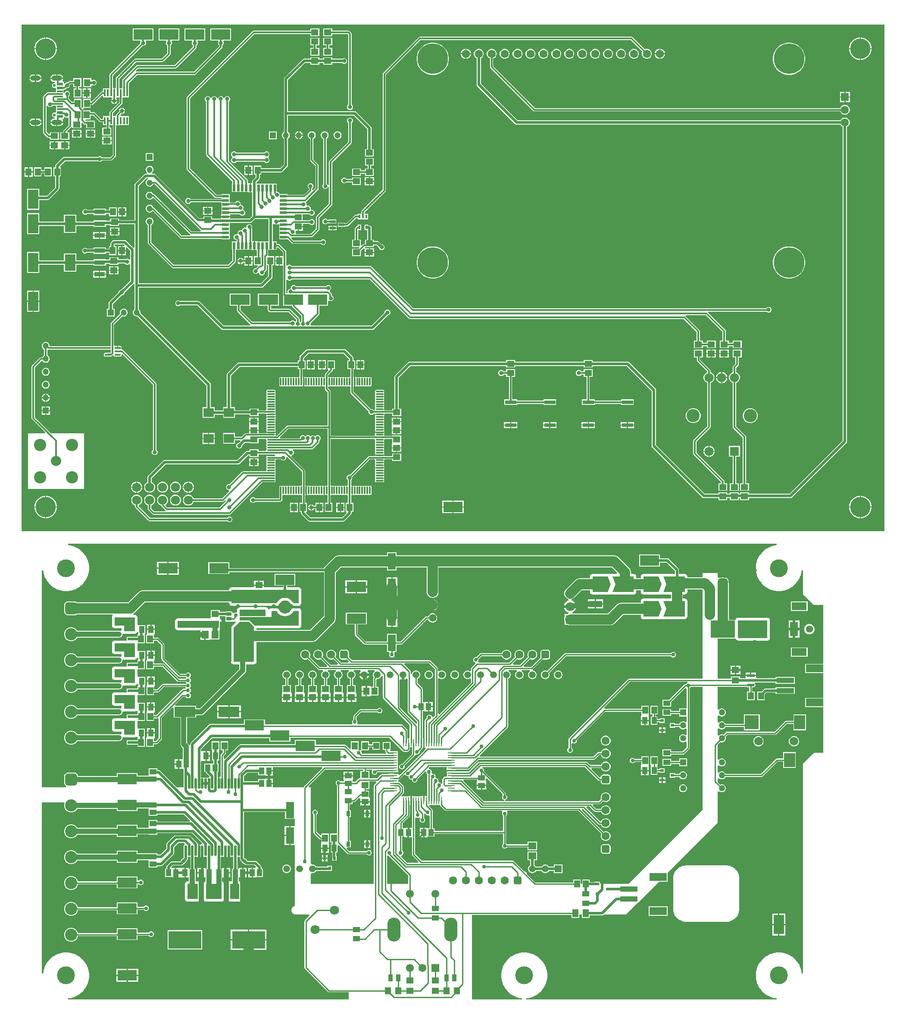
<source format=gbr>
%TF.GenerationSoftware,Altium Limited,Altium Designer,22.5.1 (42)*%
G04 Layer_Physical_Order=1*
G04 Layer_Color=255*
%FSLAX43Y43*%
%MOMM*%
%TF.SameCoordinates,1CDD9A58-554C-4E31-8E55-BAED9532D10C*%
%TF.FilePolarity,Positive*%
%TF.FileFunction,Copper,L1,Top,Signal*%
%TF.Part,CustomerPanel*%
G01*
G75*
%TA.AperFunction,SMDPad,CuDef*%
%ADD10R,0.355X0.795*%
G04:AMPARAMS|DCode=11|XSize=1.19mm|YSize=0.4mm|CornerRadius=0.05mm|HoleSize=0mm|Usage=FLASHONLY|Rotation=180.000|XOffset=0mm|YOffset=0mm|HoleType=Round|Shape=RoundedRectangle|*
%AMROUNDEDRECTD11*
21,1,1.190,0.300,0,0,180.0*
21,1,1.090,0.400,0,0,180.0*
1,1,0.100,-0.545,0.150*
1,1,0.100,0.545,0.150*
1,1,0.100,0.545,-0.150*
1,1,0.100,-0.545,-0.150*
%
%ADD11ROUNDEDRECTD11*%
%ADD12R,1.341X0.507*%
%ADD13R,0.507X1.341*%
%ADD14R,1.450X1.150*%
%ADD15R,1.150X1.450*%
%ADD16R,2.000X1.800*%
G04:AMPARAMS|DCode=17|XSize=0.28mm|YSize=1.47mm|CornerRadius=0.035mm|HoleSize=0mm|Usage=FLASHONLY|Rotation=0.000|XOffset=0mm|YOffset=0mm|HoleType=Round|Shape=RoundedRectangle|*
%AMROUNDEDRECTD17*
21,1,0.280,1.400,0,0,0.0*
21,1,0.210,1.470,0,0,0.0*
1,1,0.070,0.105,-0.700*
1,1,0.070,-0.105,-0.700*
1,1,0.070,-0.105,0.700*
1,1,0.070,0.105,0.700*
%
%ADD17ROUNDEDRECTD17*%
G04:AMPARAMS|DCode=18|XSize=1.47mm|YSize=0.28mm|CornerRadius=0.035mm|HoleSize=0mm|Usage=FLASHONLY|Rotation=0.000|XOffset=0mm|YOffset=0mm|HoleType=Round|Shape=RoundedRectangle|*
%AMROUNDEDRECTD18*
21,1,1.470,0.210,0,0,0.0*
21,1,1.400,0.280,0,0,0.0*
1,1,0.070,0.700,-0.105*
1,1,0.070,-0.700,-0.105*
1,1,0.070,-0.700,0.105*
1,1,0.070,0.700,0.105*
%
%ADD18ROUNDEDRECTD18*%
%ADD19R,2.199X0.771*%
%ADD20R,1.157X0.466*%
%ADD21R,2.150X0.950*%
%ADD22R,2.150X3.250*%
%ADD23R,0.355X1.455*%
%ADD24R,3.800X2.030*%
%ADD25R,2.030X3.800*%
%ADD26R,1.150X0.300*%
%ADD27R,1.150X0.600*%
%ADD28R,1.285X1.470*%
%TA.AperFunction,Conductor*%
%ADD29C,0.300*%
%ADD30C,0.500*%
%TA.AperFunction,SMDPad,CuDef*%
%ADD31R,1.450X1.200*%
%ADD32R,1.350X1.000*%
%ADD33R,2.000X2.000*%
%ADD34R,6.500X3.500*%
%ADD35R,1.055X1.356*%
%ADD36R,1.550X1.350*%
%ADD37R,1.356X1.055*%
%TA.AperFunction,SMDPad,SMDef*%
%ADD38R,5.300X0.900*%
%TA.AperFunction,SMDPad,CuDef*%
%ADD39R,4.100X2.000*%
%ADD40R,1.150X1.450*%
%ADD41R,1.200X1.450*%
%ADD42R,0.700X0.600*%
%ADD43R,3.400X1.500*%
%ADD44R,3.500X1.000*%
%ADD45R,2.200X2.800*%
%ADD46R,2.800X2.800*%
G04:AMPARAMS|DCode=47|XSize=1.524mm|YSize=0.578mm|CornerRadius=0.289mm|HoleSize=0mm|Usage=FLASHONLY|Rotation=0.000|XOffset=0mm|YOffset=0mm|HoleType=Round|Shape=RoundedRectangle|*
%AMROUNDEDRECTD47*
21,1,1.524,0.000,0,0,0.0*
21,1,0.946,0.578,0,0,0.0*
1,1,0.578,0.473,0.000*
1,1,0.578,-0.473,0.000*
1,1,0.578,-0.473,0.000*
1,1,0.578,0.473,0.000*
%
%ADD47ROUNDEDRECTD47*%
%ADD48R,1.524X0.578*%
%ADD49R,1.456X1.255*%
%ADD50R,0.950X1.350*%
%ADD51R,1.250X1.550*%
G04:AMPARAMS|DCode=52|XSize=1.99mm|YSize=0.48mm|CornerRadius=0.06mm|HoleSize=0mm|Usage=FLASHONLY|Rotation=270.000|XOffset=0mm|YOffset=0mm|HoleType=Round|Shape=RoundedRectangle|*
%AMROUNDEDRECTD52*
21,1,1.990,0.360,0,0,270.0*
21,1,1.870,0.480,0,0,270.0*
1,1,0.120,-0.180,-0.935*
1,1,0.120,-0.180,0.935*
1,1,0.120,0.180,0.935*
1,1,0.120,0.180,-0.935*
%
%ADD52ROUNDEDRECTD52*%
%ADD53R,2.500X1.250*%
%ADD54R,0.700X1.000*%
%ADD55R,0.600X0.700*%
%ADD56R,1.000X1.350*%
%ADD57R,4.860X3.360*%
%ADD58R,1.400X1.390*%
G04:AMPARAMS|DCode=59|XSize=1.1mm|YSize=0.6mm|CornerRadius=0.051mm|HoleSize=0mm|Usage=FLASHONLY|Rotation=0.000|XOffset=0mm|YOffset=0mm|HoleType=Round|Shape=RoundedRectangle|*
%AMROUNDEDRECTD59*
21,1,1.100,0.498,0,0,0.0*
21,1,0.998,0.600,0,0,0.0*
1,1,0.102,0.499,-0.249*
1,1,0.102,-0.499,-0.249*
1,1,0.102,-0.499,0.249*
1,1,0.102,0.499,0.249*
%
%ADD59ROUNDEDRECTD59*%
%ADD60R,1.200X1.200*%
%ADD61R,1.050X1.450*%
%ADD62R,1.450X1.050*%
%ADD63R,1.255X1.456*%
%ADD64R,1.600X3.200*%
%ADD65R,1.341X0.279*%
%ADD66R,0.279X1.341*%
%ADD67R,1.400X1.500*%
%TA.AperFunction,Conductor*%
%ADD68C,2.000*%
%ADD69C,0.480*%
%ADD70C,1.000*%
%ADD71C,0.280*%
%ADD72C,0.200*%
%TA.AperFunction,ComponentPad*%
%ADD73R,1.200X1.200*%
%ADD74C,1.200*%
%ADD75C,1.600*%
%ADD76C,6.000*%
%ADD77C,1.800*%
%ADD78C,0.600*%
%ADD79C,2.600*%
%ADD80R,1.800X1.800*%
%ADD81R,1.600X1.600*%
%ADD82R,1.200X1.200*%
%ADD83C,2.400*%
%ADD84C,2.000*%
%ADD85O,2.100X1.050*%
%ADD86O,2.000X1.000*%
%TA.AperFunction,ViaPad*%
%ADD87C,0.800*%
%ADD88C,4.000*%
%TA.AperFunction,ComponentPad*%
G04:AMPARAMS|DCode=89|XSize=2.6mm|YSize=4.7mm|CornerRadius=1.3mm|HoleSize=0mm|Usage=FLASHONLY|Rotation=180.000|XOffset=0mm|YOffset=0mm|HoleType=Round|Shape=RoundedRectangle|*
%AMROUNDEDRECTD89*
21,1,2.600,2.100,0,0,180.0*
21,1,0.000,4.700,0,0,180.0*
1,1,2.600,0.000,1.050*
1,1,2.600,0.000,1.050*
1,1,2.600,0.000,-1.050*
1,1,2.600,0.000,-1.050*
%
%ADD89ROUNDEDRECTD89*%
%ADD90C,1.550*%
%ADD91R,1.550X1.550*%
%ADD92C,1.337*%
%ADD93R,1.337X1.337*%
%ADD94R,1.250X1.250*%
%ADD95C,1.250*%
%ADD96C,1.700*%
%ADD97R,3.000X1.500*%
%ADD98C,1.400*%
%ADD99R,1.500X3.500*%
%ADD100R,1.500X2.800*%
G04:AMPARAMS|DCode=101|XSize=2.4mm|YSize=2.4mm|CornerRadius=0.6mm|HoleSize=0mm|Usage=FLASHONLY|Rotation=270.000|XOffset=0mm|YOffset=0mm|HoleType=Round|Shape=RoundedRectangle|*
%AMROUNDEDRECTD101*
21,1,2.400,1.200,0,0,270.0*
21,1,1.200,2.400,0,0,270.0*
1,1,1.200,-0.600,-0.600*
1,1,1.200,-0.600,0.600*
1,1,1.200,0.600,0.600*
1,1,1.200,0.600,-0.600*
%
%ADD101ROUNDEDRECTD101*%
G04:AMPARAMS|DCode=102|XSize=1.6mm|YSize=1.6mm|CornerRadius=0.4mm|HoleSize=0mm|Usage=FLASHONLY|Rotation=180.000|XOffset=0mm|YOffset=0mm|HoleType=Round|Shape=RoundedRectangle|*
%AMROUNDEDRECTD102*
21,1,1.600,0.800,0,0,180.0*
21,1,0.800,1.600,0,0,180.0*
1,1,0.800,-0.400,0.400*
1,1,0.800,0.400,0.400*
1,1,0.800,0.400,-0.400*
1,1,0.800,-0.400,-0.400*
%
%ADD102ROUNDEDRECTD102*%
G04:AMPARAMS|DCode=103|XSize=1.5mm|YSize=1.5mm|CornerRadius=0.375mm|HoleSize=0mm|Usage=FLASHONLY|Rotation=270.000|XOffset=0mm|YOffset=0mm|HoleType=Round|Shape=RoundedRectangle|*
%AMROUNDEDRECTD103*
21,1,1.500,0.750,0,0,270.0*
21,1,0.750,1.500,0,0,270.0*
1,1,0.750,-0.375,-0.375*
1,1,0.750,-0.375,0.375*
1,1,0.750,0.375,0.375*
1,1,0.750,0.375,-0.375*
%
%ADD103ROUNDEDRECTD103*%
%ADD104C,1.500*%
%TA.AperFunction,ViaPad*%
%ADD105C,3.500*%
%TA.AperFunction,ComponentPad*%
%ADD106C,1.950*%
G04:AMPARAMS|DCode=107|XSize=1.95mm|YSize=1.95mm|CornerRadius=0.488mm|HoleSize=0mm|Usage=FLASHONLY|Rotation=180.000|XOffset=0mm|YOffset=0mm|HoleType=Round|Shape=RoundedRectangle|*
%AMROUNDEDRECTD107*
21,1,1.950,0.975,0,0,180.0*
21,1,0.975,1.950,0,0,180.0*
1,1,0.975,-0.488,0.488*
1,1,0.975,0.488,0.488*
1,1,0.975,0.488,-0.488*
1,1,0.975,-0.488,-0.488*
%
%ADD107ROUNDEDRECTD107*%
G04:AMPARAMS|DCode=108|XSize=1.6mm|YSize=1.6mm|CornerRadius=0.4mm|HoleSize=0mm|Usage=FLASHONLY|Rotation=90.000|XOffset=0mm|YOffset=0mm|HoleType=Round|Shape=RoundedRectangle|*
%AMROUNDEDRECTD108*
21,1,1.600,0.800,0,0,90.0*
21,1,0.800,1.600,0,0,90.0*
1,1,0.800,0.400,0.400*
1,1,0.800,0.400,-0.400*
1,1,0.800,-0.400,-0.400*
1,1,0.800,-0.400,0.400*
%
%ADD108ROUNDEDRECTD108*%
%TA.AperFunction,ViaPad*%
%ADD109C,0.750*%
G36*
X176745Y99255D02*
X7255D01*
Y198745D01*
X176745D01*
X176745Y99255D01*
D02*
G37*
G36*
X137513Y87340D02*
X133288D01*
X133900Y88840D01*
X133288Y90340D01*
X137513D01*
Y87340D01*
D02*
G37*
G36*
X133013Y88840D02*
X132401Y87340D01*
X132274Y87340D01*
X132226Y87340D01*
Y87340D01*
X129400Y87340D01*
Y90340D01*
X132401D01*
X133013Y88840D01*
D02*
G37*
G36*
X127512Y87340D02*
X123287D01*
X123900Y88840D01*
X123287Y90340D01*
X127512D01*
Y87340D01*
D02*
G37*
G36*
X123013Y88840D02*
X122401Y87340D01*
X122274Y87340D01*
X122226Y87340D01*
Y87340D01*
X119400Y87340D01*
Y90340D01*
X122401D01*
X123013Y88840D01*
D02*
G37*
G36*
X124277Y91081D02*
X124182Y90850D01*
X123287D01*
X123194Y90831D01*
X123106Y90850D01*
X123103Y90849D01*
X123100Y90850D01*
X122600D01*
X122505Y90831D01*
X122500Y90830D01*
X122499Y90830D01*
X122403Y90850D01*
X122402Y90850D01*
X122401Y90850D01*
X119400D01*
X119205Y90811D01*
X119040Y90700D01*
X118929Y90535D01*
X118890Y90340D01*
Y90001D01*
X116840D01*
X116540Y89961D01*
X116260Y89845D01*
X116019Y89661D01*
X114179Y87821D01*
X113995Y87580D01*
X113879Y87300D01*
X113839Y87000D01*
X113879Y86700D01*
X113995Y86420D01*
X114179Y86179D01*
X114420Y85995D01*
X114700Y85879D01*
X114711Y85625D01*
X114537Y85578D01*
X114263Y85420D01*
X114040Y85197D01*
X113882Y84923D01*
X113825Y84710D01*
X115000D01*
X116175D01*
X116118Y84923D01*
X115960Y85197D01*
X115737Y85420D01*
X115463Y85578D01*
X115289Y85625D01*
X115300Y85879D01*
X115580Y85995D01*
X115821Y86179D01*
X117321Y87679D01*
X118890D01*
Y87340D01*
X118890Y87340D01*
X118890Y87340D01*
X118911Y87237D01*
X118929Y87145D01*
X118929Y87145D01*
X118929Y87145D01*
X118989Y87055D01*
X119040Y86980D01*
X119040Y86980D01*
X119040Y86980D01*
X119115Y86929D01*
X119205Y86869D01*
X119205Y86869D01*
X119205Y86869D01*
X119297Y86851D01*
X119400Y86830D01*
X119400Y86830D01*
X119400Y86830D01*
X122225Y86830D01*
X122226Y86830D01*
X122226Y86830D01*
X122227D01*
X122227Y86830D01*
X122274Y86830D01*
X122401Y86830D01*
X122402Y86831D01*
X122403Y86830D01*
X122499Y86850D01*
X122500Y86850D01*
X122505Y86849D01*
X122600Y86830D01*
X123100D01*
X123103Y86831D01*
X123106Y86830D01*
X123194Y86849D01*
X123287Y86830D01*
X127512D01*
X127708Y86869D01*
X127873Y86980D01*
X127983Y87145D01*
X128022Y87340D01*
Y87679D01*
X128890D01*
Y87340D01*
X128890Y87340D01*
X128890Y87340D01*
X128911Y87237D01*
X128929Y87145D01*
X128929Y87145D01*
X128929Y87145D01*
X128989Y87055D01*
X129040Y86980D01*
X129040Y86980D01*
X129040Y86980D01*
X129115Y86929D01*
X129205Y86869D01*
X129205Y86869D01*
X129205Y86869D01*
X129297Y86851D01*
X129400Y86830D01*
X129400Y86830D01*
X129400Y86830D01*
X132225Y86830D01*
X132226Y86830D01*
X132226Y86830D01*
X132227D01*
X132227Y86830D01*
X132274Y86830D01*
X132401Y86830D01*
X132402Y86831D01*
X132403Y86830D01*
X132499Y86850D01*
X132500Y86850D01*
X132505Y86849D01*
X132600Y86830D01*
X133100D01*
X133103Y86831D01*
X133106Y86830D01*
X133194Y86849D01*
X133288Y86830D01*
X134839D01*
Y86010D01*
X133288D01*
X133194Y85991D01*
X133106Y86010D01*
X133103Y86009D01*
X133100Y86010D01*
X132600D01*
X132505Y85991D01*
X132500Y85990D01*
X132499Y85990D01*
X132403Y86010D01*
X132402Y86010D01*
X132401Y86010D01*
X129400D01*
X129205Y85971D01*
X129040Y85860D01*
X128929Y85695D01*
X128890Y85500D01*
Y85161D01*
X125000D01*
X124700Y85121D01*
X124420Y85005D01*
X124179Y84821D01*
X122439Y83081D01*
X115456D01*
X115423Y83331D01*
X115463Y83342D01*
X115737Y83500D01*
X115960Y83723D01*
X116118Y83997D01*
X116175Y84210D01*
X115000D01*
X113825D01*
X113882Y83997D01*
X114040Y83723D01*
X114263Y83500D01*
X114537Y83342D01*
X114711Y83295D01*
X114700Y83041D01*
X114530Y82971D01*
X113949D01*
Y82390D01*
X113879Y82220D01*
X113839Y81920D01*
X113879Y81620D01*
X113949Y81450D01*
Y80869D01*
X114530D01*
X114700Y80799D01*
X115000Y80759D01*
X122920D01*
X123220Y80799D01*
X123500Y80915D01*
X123741Y81099D01*
X125481Y82839D01*
X128890D01*
Y82500D01*
X128890Y82500D01*
X128890Y82500D01*
X128911Y82396D01*
X128929Y82305D01*
X128929Y82305D01*
X128929Y82305D01*
X128989Y82215D01*
X129040Y82140D01*
X129040Y82140D01*
X129040Y82140D01*
X129115Y82089D01*
X129205Y82029D01*
X129205Y82029D01*
X129205Y82029D01*
X129297Y82011D01*
X129400Y81990D01*
X129400Y81990D01*
X129400Y81990D01*
X132225Y81990D01*
X132226Y81990D01*
X132226Y81990D01*
X132227D01*
X132227Y81990D01*
X132274Y81990D01*
X132401Y81990D01*
X132402Y81991D01*
X132403Y81990D01*
X132499Y82010D01*
X132500Y82010D01*
X132505Y82009D01*
X132600Y81990D01*
X133100D01*
X133103Y81991D01*
X133106Y81990D01*
X133194Y82009D01*
X133288Y81990D01*
X137513D01*
X137708Y82029D01*
X137873Y82140D01*
X137984Y82305D01*
X138022Y82500D01*
Y85500D01*
X137984Y85695D01*
X137873Y85860D01*
X137708Y85971D01*
X137513Y86010D01*
X137161D01*
Y86830D01*
X137513D01*
X137708Y86869D01*
X137873Y86980D01*
X137984Y87145D01*
X138022Y87340D01*
Y87839D01*
X141000D01*
Y70247D01*
X126550D01*
X126550Y70247D01*
X126436Y70224D01*
X126340Y70160D01*
X126340Y70160D01*
X114790Y58610D01*
X114726Y58514D01*
X114703Y58400D01*
X114703Y58400D01*
Y56692D01*
X114702Y56692D01*
X114554Y56544D01*
X114474Y56351D01*
Y56141D01*
X114554Y55948D01*
X114702Y55800D01*
X114895Y55720D01*
X115105D01*
X115298Y55800D01*
X115446Y55948D01*
X115526Y56141D01*
Y56351D01*
X115446Y56544D01*
X115298Y56692D01*
X115297Y56692D01*
Y57542D01*
X115418Y57614D01*
X115547Y57662D01*
X115712Y57594D01*
X115921D01*
X116114Y57674D01*
X116262Y57822D01*
X116342Y58015D01*
Y58225D01*
X116342Y58226D01*
X121919Y63803D01*
X129024D01*
Y63229D01*
X129024Y63224D01*
X129012Y62979D01*
X128946D01*
Y62177D01*
X129700D01*
X130454D01*
Y62974D01*
X130454Y62979D01*
X130466Y63224D01*
X130476D01*
Y64976D01*
X129024D01*
Y64397D01*
X121796D01*
X121796Y64397D01*
X121763Y64390D01*
X121640Y64621D01*
X126673Y69653D01*
X138042D01*
X138085Y69421D01*
X137892Y69341D01*
X137744Y69193D01*
X137744Y69192D01*
X137605D01*
X137605Y69192D01*
X137492Y69169D01*
X137396Y69105D01*
X137396Y69105D01*
X134456Y66166D01*
X133124D01*
Y64814D01*
X134876D01*
Y65746D01*
X137562Y68433D01*
X137655Y68437D01*
X137893Y68215D01*
Y64416D01*
X136414D01*
Y63937D01*
X134876D01*
Y64316D01*
X133124D01*
Y62964D01*
X134876D01*
Y63343D01*
X136414D01*
Y62864D01*
X137893D01*
Y61848D01*
X137738Y61761D01*
X137643Y61734D01*
X137490Y61823D01*
X137292Y61876D01*
X137088D01*
X136890Y61823D01*
X136714Y61721D01*
X136569Y61576D01*
X136467Y61400D01*
X136466Y61397D01*
X135601D01*
Y61551D01*
X134599D01*
Y60649D01*
X135601D01*
Y60803D01*
X136466D01*
X136467Y60800D01*
X136569Y60624D01*
X136714Y60479D01*
X136890Y60377D01*
X137088Y60324D01*
X137292D01*
X137490Y60377D01*
X137643Y60466D01*
X137738Y60439D01*
X137893Y60352D01*
Y59308D01*
X137738Y59221D01*
X137643Y59194D01*
X137490Y59283D01*
X137292Y59336D01*
X137088D01*
X136890Y59283D01*
X136714Y59181D01*
X136569Y59036D01*
X136467Y58860D01*
X136414Y58662D01*
Y58458D01*
X136467Y58260D01*
X136569Y58084D01*
X136714Y57939D01*
X136890Y57837D01*
X137088Y57784D01*
X137292D01*
X137490Y57837D01*
X137643Y57926D01*
X137738Y57899D01*
X137893Y57812D01*
Y56813D01*
X137067Y55987D01*
X134876D01*
Y56366D01*
X133124D01*
Y55014D01*
X134876D01*
Y55393D01*
X137190D01*
X137190Y55393D01*
X137304Y55416D01*
X137400Y55480D01*
X138400Y56480D01*
X138400Y56480D01*
X138464Y56576D01*
X138487Y56690D01*
Y68449D01*
X138488Y68449D01*
X138636Y68597D01*
X138680Y68703D01*
X141000D01*
Y44566D01*
X126434Y30000D01*
X121627D01*
X121595Y30021D01*
X121400Y30060D01*
X120901D01*
Y30401D01*
X119899D01*
Y30349D01*
X118826D01*
Y30826D01*
X117374D01*
Y30000D01*
X117076D01*
Y30826D01*
X115624D01*
Y30247D01*
X108173D01*
X106510Y31910D01*
Y31950D01*
X106471Y32145D01*
X106360Y32310D01*
X106195Y32421D01*
X106000Y32460D01*
X105960D01*
X103960Y34460D01*
X103864Y34524D01*
X103750Y34547D01*
X103750Y34547D01*
X85870D01*
X84547Y35870D01*
Y42956D01*
X84797Y43059D01*
X84802Y43054D01*
X84995Y42974D01*
X85205D01*
X85259Y42997D01*
X85535Y42871D01*
X85541Y42863D01*
X85554Y42798D01*
X85474Y42605D01*
Y42395D01*
X85554Y42202D01*
X85702Y42054D01*
X85895Y41974D01*
X86105D01*
X86298Y42054D01*
X86446Y42202D01*
X86526Y42395D01*
Y42605D01*
X86446Y42798D01*
X86298Y42946D01*
X86297Y42946D01*
Y43752D01*
X86547Y43802D01*
X86588Y43702D01*
X86736Y43554D01*
X86929Y43474D01*
X87139D01*
X87153Y43480D01*
X87403Y43313D01*
Y40929D01*
X87030D01*
Y41032D01*
X86375D01*
Y40100D01*
Y39168D01*
X87030D01*
Y39271D01*
X88378D01*
Y39803D01*
X101863D01*
Y37896D01*
X101862Y37896D01*
X101714Y37748D01*
X101634Y37555D01*
Y37345D01*
X101714Y37152D01*
X101862Y37004D01*
X102055Y36924D01*
X102265D01*
X102458Y37004D01*
X102606Y37152D01*
X102606Y37153D01*
X106664D01*
Y36624D01*
X108516D01*
Y38276D01*
X106664D01*
Y37747D01*
X102606D01*
X102606Y37748D01*
X102458Y37896D01*
X102457Y37896D01*
Y40100D01*
Y43378D01*
X102458Y43378D01*
X102606Y43526D01*
X102686Y43720D01*
Y43929D01*
X102621Y44087D01*
X102678Y44233D01*
X102745Y44337D01*
X116624D01*
X121150Y39810D01*
X121114Y39747D01*
X121049Y39505D01*
Y39255D01*
X121114Y39013D01*
X121239Y38796D01*
X121416Y38619D01*
X121633Y38494D01*
X121875Y38429D01*
X122125D01*
X122367Y38494D01*
X122584Y38619D01*
X122761Y38796D01*
X122886Y39013D01*
X122951Y39255D01*
Y39505D01*
X122886Y39747D01*
X122761Y39964D01*
X122584Y40141D01*
X122367Y40266D01*
X122125Y40331D01*
X121875D01*
X121633Y40266D01*
X121570Y40230D01*
X117324Y44475D01*
X117420Y44722D01*
X117590Y44741D01*
X120620Y41710D01*
X120620Y41710D01*
X120716Y41646D01*
X120830Y41623D01*
X120830Y41623D01*
X121095D01*
X121114Y41553D01*
X121239Y41336D01*
X121416Y41159D01*
X121633Y41034D01*
X121875Y40969D01*
X122125D01*
X122367Y41034D01*
X122584Y41159D01*
X122761Y41336D01*
X122886Y41553D01*
X122951Y41795D01*
Y42045D01*
X122886Y42287D01*
X122761Y42504D01*
X122584Y42681D01*
X122367Y42806D01*
X122125Y42871D01*
X121875D01*
X121633Y42806D01*
X121416Y42681D01*
X121239Y42504D01*
X121149Y42348D01*
X120941Y42302D01*
X120861Y42309D01*
X118202Y44968D01*
X118298Y45199D01*
X118771D01*
X119720Y44250D01*
X119816Y44186D01*
X119929Y44163D01*
X119929Y44163D01*
X121095D01*
X121114Y44093D01*
X121239Y43876D01*
X121416Y43699D01*
X121633Y43574D01*
X121875Y43509D01*
X122125D01*
X122367Y43574D01*
X122584Y43699D01*
X122761Y43876D01*
X122886Y44093D01*
X122951Y44335D01*
Y44585D01*
X122886Y44827D01*
X122761Y45044D01*
X122584Y45221D01*
X122367Y45346D01*
X122125Y45411D01*
X121875D01*
X121633Y45346D01*
X121416Y45221D01*
X121239Y45044D01*
X121114Y44827D01*
X121095Y44757D01*
X120052D01*
X119401Y45408D01*
X119497Y45639D01*
X120751D01*
X120751Y45639D01*
X120864Y45661D01*
X120960Y45726D01*
X121453Y46218D01*
X121633Y46114D01*
X121875Y46049D01*
X122125D01*
X122367Y46114D01*
X122584Y46239D01*
X122761Y46416D01*
X122886Y46633D01*
X122951Y46875D01*
Y47125D01*
X122886Y47367D01*
X122761Y47584D01*
X122584Y47761D01*
X122367Y47886D01*
X122125Y47951D01*
X121875D01*
X121633Y47886D01*
X121416Y47761D01*
X121239Y47584D01*
X121114Y47367D01*
X121049Y47125D01*
Y46875D01*
X121096Y46700D01*
X120628Y46232D01*
X102285D01*
X102265Y46474D01*
X102458Y46554D01*
X102606Y46702D01*
X102686Y46895D01*
Y47105D01*
X102606Y47298D01*
X102458Y47446D01*
X102367Y47484D01*
Y47743D01*
X102344Y47857D01*
X102280Y47953D01*
X102280Y47953D01*
X98125Y52107D01*
X98126Y52109D01*
Y52318D01*
X98046Y52511D01*
X97898Y52659D01*
X97792Y52703D01*
X97841Y52953D01*
X117877D01*
X120540Y50290D01*
X120540Y50290D01*
X120636Y50226D01*
X120750Y50203D01*
X121038D01*
Y50100D01*
X121081Y49885D01*
X121203Y49703D01*
X121385Y49581D01*
X121600Y49538D01*
X122400D01*
X122615Y49581D01*
X122797Y49703D01*
X122919Y49885D01*
X122962Y50100D01*
Y50900D01*
X122919Y51115D01*
X122797Y51297D01*
X122615Y51419D01*
X122400Y51462D01*
X121600D01*
X121385Y51419D01*
X121203Y51297D01*
X121081Y51115D01*
X121052Y50968D01*
X120875Y50888D01*
X120788Y50881D01*
X119157Y52512D01*
X119253Y52743D01*
X121095D01*
X121114Y52673D01*
X121239Y52456D01*
X121416Y52279D01*
X121633Y52154D01*
X121875Y52089D01*
X122125D01*
X122367Y52154D01*
X122584Y52279D01*
X122761Y52456D01*
X122886Y52673D01*
X122951Y52915D01*
Y53165D01*
X122886Y53407D01*
X122761Y53624D01*
X122584Y53801D01*
X122367Y53926D01*
X122125Y53991D01*
X121875D01*
X121633Y53926D01*
X121416Y53801D01*
X121239Y53624D01*
X121114Y53407D01*
X121095Y53337D01*
X118942D01*
X118388Y53891D01*
X118292Y53955D01*
X118179Y53978D01*
X118179Y53978D01*
X97132D01*
X97132Y53978D01*
X97018Y53955D01*
X96922Y53891D01*
X95078Y52047D01*
X92598D01*
Y52123D01*
X91674D01*
X90750D01*
Y51856D01*
X90853D01*
Y51047D01*
X90446D01*
X90446Y51047D01*
X90332Y51024D01*
X90236Y50960D01*
X90236Y50960D01*
X90013Y50737D01*
X89949Y50641D01*
X89926Y50527D01*
X89926Y50527D01*
Y49742D01*
X89831Y49694D01*
X89676Y49666D01*
X89561Y49781D01*
X89368Y49861D01*
X89325D01*
X89152Y50096D01*
Y50305D01*
X89072Y50499D01*
X88924Y50647D01*
X88730Y50727D01*
X88569Y50973D01*
Y51183D01*
X88489Y51376D01*
X88341Y51524D01*
X88148Y51604D01*
X87991D01*
X87862Y51734D01*
X87810Y51822D01*
X87825Y51858D01*
Y52067D01*
X87745Y52260D01*
X87597Y52408D01*
X87404Y52488D01*
X87304D01*
X87201Y52738D01*
X87416Y52953D01*
X90853D01*
Y52644D01*
X90750D01*
Y52377D01*
X91674D01*
X92598D01*
Y52453D01*
X94949D01*
X94949Y52453D01*
X95063Y52476D01*
X95159Y52540D01*
X97016Y54397D01*
X119694D01*
X119694Y54397D01*
X119807Y54420D01*
X119904Y54484D01*
X120703Y55283D01*
X121095D01*
X121114Y55213D01*
X121239Y54996D01*
X121416Y54819D01*
X121633Y54694D01*
X121875Y54629D01*
X122125D01*
X122367Y54694D01*
X122584Y54819D01*
X122761Y54996D01*
X122886Y55213D01*
X122951Y55455D01*
Y55705D01*
X122886Y55947D01*
X122761Y56164D01*
X122584Y56341D01*
X122367Y56466D01*
X122125Y56531D01*
X121875D01*
X121633Y56466D01*
X121416Y56341D01*
X121239Y56164D01*
X121114Y55947D01*
X121095Y55877D01*
X120580D01*
X120580Y55877D01*
X120466Y55854D01*
X120370Y55790D01*
X120370Y55790D01*
X119571Y54991D01*
X97326D01*
X97231Y55221D01*
X102720Y60711D01*
X102720Y60711D01*
X102784Y60807D01*
X102807Y60921D01*
X102807Y60921D01*
Y70281D01*
X102826Y70286D01*
X103013Y70394D01*
X103166Y70547D01*
X103274Y70734D01*
X103329Y70942D01*
Y71158D01*
X103274Y71366D01*
X103166Y71553D01*
X103013Y71706D01*
X102931Y71753D01*
X102998Y72003D01*
X104562D01*
X104629Y71753D01*
X104547Y71706D01*
X104394Y71553D01*
X104286Y71366D01*
X104230Y71158D01*
Y70942D01*
X104286Y70734D01*
X104394Y70547D01*
X104547Y70394D01*
X104734Y70286D01*
X104942Y70230D01*
X105158D01*
X105366Y70286D01*
X105553Y70394D01*
X105706Y70547D01*
X105814Y70734D01*
X105869Y70942D01*
Y71158D01*
X105814Y71366D01*
X105706Y71553D01*
X105553Y71706D01*
X105471Y71753D01*
X105538Y72003D01*
X107102D01*
X107169Y71753D01*
X107087Y71706D01*
X106934Y71553D01*
X106826Y71366D01*
X106771Y71158D01*
Y70942D01*
X106826Y70734D01*
X106934Y70547D01*
X107087Y70394D01*
X107274Y70286D01*
X107482Y70230D01*
X107698D01*
X107906Y70286D01*
X108093Y70394D01*
X108246Y70547D01*
X108354Y70734D01*
X108410Y70942D01*
Y71158D01*
X108354Y71366D01*
X108246Y71553D01*
X108093Y71706D01*
X107906Y71814D01*
X107769Y71850D01*
X107702Y72027D01*
X107705Y72117D01*
X109643Y74055D01*
X109730Y74038D01*
X110530D01*
X110745Y74081D01*
X110927Y74203D01*
X111049Y74385D01*
X111092Y74600D01*
Y75400D01*
X111049Y75615D01*
X110927Y75797D01*
X110745Y75919D01*
X110530Y75962D01*
X109730D01*
X109515Y75919D01*
X109333Y75797D01*
X109211Y75615D01*
X109168Y75400D01*
Y74600D01*
X109198Y74449D01*
X107346Y72597D01*
X105933D01*
X105837Y72828D01*
X107160Y74150D01*
X107223Y74114D01*
X107465Y74049D01*
X107715D01*
X107957Y74114D01*
X108174Y74239D01*
X108351Y74416D01*
X108476Y74633D01*
X108541Y74875D01*
Y75125D01*
X108476Y75367D01*
X108351Y75584D01*
X108174Y75761D01*
X107957Y75886D01*
X107715Y75951D01*
X107465D01*
X107223Y75886D01*
X107006Y75761D01*
X106829Y75584D01*
X106704Y75367D01*
X106639Y75125D01*
Y74875D01*
X106704Y74633D01*
X106740Y74570D01*
X105198Y73028D01*
X103824D01*
X103728Y73259D01*
X104620Y74150D01*
X104683Y74114D01*
X104925Y74049D01*
X105175D01*
X105417Y74114D01*
X105634Y74239D01*
X105811Y74416D01*
X105936Y74633D01*
X106001Y74875D01*
Y75125D01*
X105936Y75367D01*
X105811Y75584D01*
X105634Y75761D01*
X105417Y75886D01*
X105175Y75951D01*
X104925D01*
X104683Y75886D01*
X104466Y75761D01*
X104289Y75584D01*
X104164Y75367D01*
X104099Y75125D01*
Y74875D01*
X104164Y74633D01*
X104200Y74570D01*
X103089Y73459D01*
X97043D01*
X96966Y73596D01*
X96926Y73709D01*
X96996Y73879D01*
Y74089D01*
X96991Y74101D01*
X97593Y74703D01*
X101605D01*
X101624Y74633D01*
X101749Y74416D01*
X101926Y74239D01*
X102143Y74114D01*
X102385Y74049D01*
X102635D01*
X102877Y74114D01*
X103094Y74239D01*
X103271Y74416D01*
X103396Y74633D01*
X103461Y74875D01*
Y75125D01*
X103396Y75367D01*
X103271Y75584D01*
X103094Y75761D01*
X102877Y75886D01*
X102635Y75951D01*
X102385D01*
X102143Y75886D01*
X101926Y75761D01*
X101749Y75584D01*
X101624Y75367D01*
X101605Y75297D01*
X97471D01*
X97470Y75297D01*
X97357Y75274D01*
X97261Y75210D01*
X97261Y75210D01*
X96561Y74510D01*
X96366D01*
X96173Y74430D01*
X96025Y74282D01*
X95945Y74089D01*
Y73879D01*
X96025Y73686D01*
X96173Y73538D01*
X96322Y73476D01*
X96389Y73314D01*
X96407Y73208D01*
X95640Y72441D01*
X95575Y72345D01*
X95553Y72231D01*
X95553Y72231D01*
Y71890D01*
X95534Y71868D01*
X95303Y71758D01*
X95206Y71814D01*
X94998Y71869D01*
X94782D01*
X94574Y71814D01*
X94387Y71706D01*
X94234Y71553D01*
X94126Y71366D01*
X94071Y71158D01*
Y70942D01*
X94126Y70734D01*
X94234Y70547D01*
X94387Y70394D01*
X94574Y70286D01*
X94782Y70230D01*
X94998D01*
X95206Y70286D01*
X95303Y70342D01*
X95534Y70232D01*
X95553Y70210D01*
Y69564D01*
X89278Y63289D01*
X89047Y63385D01*
Y70301D01*
X89297Y70404D01*
X89307Y70394D01*
X89494Y70286D01*
X89702Y70230D01*
X89918D01*
X90126Y70286D01*
X90313Y70394D01*
X90466Y70547D01*
X90574Y70734D01*
X90630Y70942D01*
Y71158D01*
X90574Y71366D01*
X90466Y71553D01*
X90313Y71706D01*
X90126Y71814D01*
X89918Y71869D01*
X89702D01*
X89494Y71814D01*
X89307Y71706D01*
X89297Y71696D01*
X89047Y71799D01*
Y72231D01*
X89047Y72231D01*
X89024Y72345D01*
X88960Y72441D01*
X88960Y72441D01*
X87591Y73810D01*
X87495Y73874D01*
X87381Y73897D01*
X87381Y73897D01*
X72143D01*
X71558Y74481D01*
X71582Y74600D01*
Y75400D01*
X71539Y75615D01*
X71417Y75797D01*
X71235Y75919D01*
X71020Y75962D01*
X70220D01*
X70005Y75919D01*
X69823Y75797D01*
X69701Y75615D01*
X69658Y75400D01*
Y74600D01*
X69701Y74385D01*
X69823Y74203D01*
X70005Y74081D01*
X70220Y74038D01*
X71020D01*
X71139Y74062D01*
X71511Y73690D01*
X71415Y73459D01*
X70041D01*
X68930Y74570D01*
X68966Y74633D01*
X69031Y74875D01*
Y75125D01*
X68966Y75367D01*
X68841Y75584D01*
X68664Y75761D01*
X68447Y75886D01*
X68205Y75951D01*
X67955D01*
X67713Y75886D01*
X67496Y75761D01*
X67319Y75584D01*
X67194Y75367D01*
X67129Y75125D01*
Y74875D01*
X67194Y74633D01*
X67319Y74416D01*
X67496Y74239D01*
X67713Y74114D01*
X67955Y74049D01*
X68205D01*
X68447Y74114D01*
X68510Y74150D01*
X69402Y73259D01*
X69306Y73028D01*
X67932D01*
X66390Y74570D01*
X66426Y74633D01*
X66491Y74875D01*
Y75125D01*
X66426Y75367D01*
X66301Y75584D01*
X66124Y75761D01*
X65907Y75886D01*
X65665Y75951D01*
X65415D01*
X65173Y75886D01*
X64956Y75761D01*
X64779Y75584D01*
X64654Y75367D01*
X64589Y75125D01*
Y74875D01*
X64654Y74633D01*
X64779Y74416D01*
X64956Y74239D01*
X65173Y74114D01*
X65415Y74049D01*
X65665D01*
X65907Y74114D01*
X65970Y74150D01*
X67293Y72828D01*
X67197Y72597D01*
X65823D01*
X63850Y74570D01*
X63886Y74633D01*
X63951Y74875D01*
Y75125D01*
X63886Y75367D01*
X63761Y75584D01*
X63584Y75761D01*
X63367Y75886D01*
X63125Y75951D01*
X62875D01*
X62633Y75886D01*
X62416Y75761D01*
X62239Y75584D01*
X62114Y75367D01*
X62049Y75125D01*
Y74875D01*
X62114Y74633D01*
X62239Y74416D01*
X62416Y74239D01*
X62633Y74114D01*
X62875Y74049D01*
X63125D01*
X63367Y74114D01*
X63430Y74150D01*
X65490Y72090D01*
X65490Y72090D01*
X65586Y72026D01*
X65700Y72003D01*
X65700Y72003D01*
X66462D01*
X66529Y71753D01*
X66447Y71706D01*
X66294Y71553D01*
X66186Y71366D01*
X66131Y71158D01*
Y70942D01*
X66186Y70734D01*
X66294Y70547D01*
X66447Y70394D01*
X66634Y70286D01*
X66653Y70281D01*
Y69055D01*
X66071D01*
Y67507D01*
X65968D01*
Y66752D01*
X66950D01*
X67932D01*
Y67507D01*
X67829D01*
Y69055D01*
X67247D01*
Y70281D01*
X67266Y70286D01*
X67453Y70394D01*
X67606Y70547D01*
X67714Y70734D01*
X67770Y70942D01*
Y71158D01*
X67714Y71366D01*
X67606Y71553D01*
X67453Y71706D01*
X67371Y71753D01*
X67438Y72003D01*
X69002D01*
X69069Y71753D01*
X68987Y71706D01*
X68834Y71553D01*
X68726Y71366D01*
X68671Y71158D01*
Y70942D01*
X68726Y70734D01*
X68834Y70547D01*
X68987Y70394D01*
X69174Y70286D01*
X69193Y70281D01*
Y69055D01*
X68611D01*
Y67507D01*
X68508D01*
Y66752D01*
X69490D01*
X70472D01*
Y67507D01*
X70369D01*
Y69055D01*
X69787D01*
Y70281D01*
X69806Y70286D01*
X69993Y70394D01*
X70146Y70547D01*
X70254Y70734D01*
X70310Y70942D01*
Y71158D01*
X70254Y71366D01*
X70146Y71553D01*
X69993Y71706D01*
X69911Y71753D01*
X69978Y72003D01*
X71542D01*
X71609Y71753D01*
X71527Y71706D01*
X71374Y71553D01*
X71266Y71366D01*
X71211Y71158D01*
Y70942D01*
X71266Y70734D01*
X71374Y70547D01*
X71527Y70394D01*
X71714Y70286D01*
X71733Y70281D01*
Y69055D01*
X71151D01*
Y67507D01*
X71048D01*
Y66752D01*
X72030D01*
X73012D01*
Y67507D01*
X72909D01*
Y69055D01*
X72327D01*
Y70281D01*
X72346Y70286D01*
X72533Y70394D01*
X72686Y70547D01*
X72794Y70734D01*
X72850Y70942D01*
Y71158D01*
X72794Y71366D01*
X72686Y71553D01*
X72533Y71706D01*
X72451Y71753D01*
X72518Y72003D01*
X73802D01*
X73904Y71753D01*
X73795Y71645D01*
X73668Y71424D01*
X73634Y71300D01*
X74570D01*
X75506D01*
X75473Y71424D01*
X75345Y71645D01*
X75236Y71753D01*
X75338Y72003D01*
X76622D01*
X76689Y71753D01*
X76607Y71706D01*
X76454Y71553D01*
X76346Y71366D01*
X76290Y71158D01*
Y70942D01*
X76346Y70734D01*
X76430Y70590D01*
X76390Y70550D01*
X76326Y70454D01*
X76303Y70340D01*
X76303Y70340D01*
Y68702D01*
X75830D01*
Y68805D01*
X75075D01*
Y67823D01*
Y66841D01*
X75830D01*
Y66944D01*
X77378D01*
Y68702D01*
X76897D01*
Y70000D01*
X77002Y70230D01*
X77218D01*
X77426Y70286D01*
X77613Y70394D01*
X77766Y70547D01*
X77868Y70723D01*
X77876Y70735D01*
X78158Y70830D01*
X78208Y70796D01*
Y66636D01*
X78208Y66636D01*
X78231Y66522D01*
X78295Y66426D01*
X83453Y61268D01*
Y58495D01*
X83047D01*
Y60150D01*
X83024Y60264D01*
X82960Y60360D01*
X82960Y60360D01*
X82110Y61210D01*
X82014Y61274D01*
X81900Y61297D01*
X81900Y61297D01*
X73294D01*
X73232Y61383D01*
X73164Y61547D01*
X73226Y61695D01*
Y61905D01*
X73146Y62098D01*
X72998Y62246D01*
X72997Y62246D01*
Y62777D01*
X73923Y63703D01*
X77154D01*
X77154Y63702D01*
X77302Y63554D01*
X77495Y63474D01*
X77705D01*
X77898Y63554D01*
X78046Y63702D01*
X78126Y63895D01*
Y64105D01*
X78046Y64298D01*
X77898Y64446D01*
X77705Y64526D01*
X77495D01*
X77302Y64446D01*
X77154Y64298D01*
X77154Y64297D01*
X73800D01*
X73800Y64297D01*
X73686Y64274D01*
X73590Y64210D01*
X73590Y64210D01*
X72490Y63110D01*
X72426Y63014D01*
X72403Y62900D01*
X72403Y62900D01*
Y62246D01*
X72402Y62246D01*
X72254Y62098D01*
X72174Y61905D01*
Y61695D01*
X72236Y61547D01*
X72168Y61383D01*
X72106Y61297D01*
X55051D01*
Y62266D01*
X50949D01*
Y61399D01*
X44400D01*
X44247Y61368D01*
X44118Y61282D01*
X44118Y61282D01*
X40518Y57682D01*
X40432Y57553D01*
X40401Y57400D01*
X40401Y57400D01*
Y57289D01*
X40160Y57219D01*
X40133Y57284D01*
X40028Y57420D01*
X39777Y57672D01*
Y62629D01*
X41501D01*
Y63123D01*
X42575D01*
X42745Y63146D01*
X42903Y63211D01*
X43039Y63316D01*
X51164Y71441D01*
X51269Y71577D01*
X51334Y71735D01*
X51357Y71905D01*
Y73090D01*
X52900D01*
X53095Y73129D01*
X53260Y73240D01*
X53371Y73405D01*
X53410Y73600D01*
Y77519D01*
X64410D01*
X64710Y77559D01*
X64990Y77675D01*
X65231Y77859D01*
X68630Y81258D01*
X68814Y81499D01*
X68930Y81779D01*
X68970Y82079D01*
Y91120D01*
X69989Y92139D01*
X79049D01*
Y91549D01*
X80951D01*
Y92139D01*
X86839D01*
Y87300D01*
X86879Y87000D01*
X86995Y86720D01*
X87179Y86479D01*
X87420Y86295D01*
X87700Y86179D01*
X88000Y86139D01*
X88300Y86179D01*
X88580Y86295D01*
X88821Y86479D01*
X89005Y86720D01*
X89121Y87000D01*
X89161Y87300D01*
Y92139D01*
X123219D01*
X124277Y91081D01*
D02*
G37*
G36*
X55200Y82593D02*
X50100D01*
Y83800D01*
X55200D01*
Y82593D01*
D02*
G37*
G36*
X137513Y82500D02*
X133288D01*
X133900Y84000D01*
X133288Y85500D01*
X137513D01*
Y82500D01*
D02*
G37*
G36*
X133013Y84000D02*
X132401Y82500D01*
X132274Y82500D01*
X132226Y82500D01*
Y82500D01*
X129400Y82500D01*
Y85500D01*
X132401D01*
X133013Y84000D01*
D02*
G37*
G36*
X57364Y83602D02*
X57442Y83450D01*
X57641Y83172D01*
X57888Y82937D01*
X58176Y82752D01*
X58493Y82625D01*
X58829Y82560D01*
X59171Y82560D01*
X59506Y82625D01*
X59824Y82752D01*
X60112Y82936D01*
X60359Y83172D01*
X60558Y83450D01*
X60636Y83602D01*
X60636Y83602D01*
X61650D01*
Y82400D01*
X61700D01*
Y80700D01*
X53000D01*
X52000Y81700D01*
X50100Y81700D01*
Y82400D01*
X56350D01*
Y83602D01*
X56350Y83602D01*
X57364D01*
X57364Y83602D01*
D02*
G37*
G36*
X46000Y80291D02*
X37925D01*
Y81602D01*
X46000D01*
Y80291D01*
D02*
G37*
G36*
X153750Y78250D02*
X148000D01*
Y81750D01*
X153750D01*
Y78250D01*
D02*
G37*
G36*
X155593Y96495D02*
X155151Y96437D01*
X155120Y96426D01*
X155086Y96424D01*
X154580Y96288D01*
X154549Y96273D01*
X154516Y96267D01*
X154032Y96066D01*
X154004Y96047D01*
X153972Y96037D01*
X153518Y95775D01*
X153493Y95752D01*
X153463Y95737D01*
X153047Y95418D01*
X153024Y95393D01*
X152996Y95374D01*
X152626Y95004D01*
X152607Y94976D01*
X152582Y94953D01*
X152263Y94537D01*
X152248Y94507D01*
X152225Y94482D01*
X151963Y94028D01*
X151953Y93996D01*
X151934Y93968D01*
X151733Y93484D01*
X151727Y93451D01*
X151712Y93420D01*
X151576Y92914D01*
X151574Y92880D01*
X151563Y92849D01*
X151495Y92329D01*
X151497Y92295D01*
X151490Y92262D01*
Y91738D01*
X151497Y91705D01*
X151495Y91671D01*
X151563Y91151D01*
X151574Y91120D01*
X151576Y91086D01*
X151712Y90580D01*
X151727Y90549D01*
X151733Y90516D01*
X151934Y90032D01*
X151953Y90004D01*
X151963Y89972D01*
X152225Y89518D01*
X152248Y89493D01*
X152263Y89463D01*
X152582Y89047D01*
X152607Y89024D01*
X152626Y88996D01*
X152996Y88626D01*
X153024Y88607D01*
X153047Y88582D01*
X153463Y88263D01*
X153493Y88248D01*
X153518Y88225D01*
X153972Y87963D01*
X154004Y87953D01*
X154032Y87934D01*
X154516Y87733D01*
X154549Y87727D01*
X154580Y87712D01*
X155086Y87576D01*
X155120Y87574D01*
X155151Y87563D01*
X155671Y87495D01*
X155705Y87497D01*
X155738Y87490D01*
X156262D01*
X156295Y87497D01*
X156329Y87495D01*
X156849Y87563D01*
X156880Y87574D01*
X156914Y87576D01*
X157420Y87712D01*
X157451Y87727D01*
X157484Y87733D01*
X157968Y87934D01*
X157996Y87953D01*
X158028Y87963D01*
X158482Y88225D01*
X158507Y88248D01*
X158537Y88263D01*
X158953Y88582D01*
X158976Y88607D01*
X159004Y88626D01*
X159374Y88996D01*
X159393Y89024D01*
X159418Y89047D01*
X159737Y89463D01*
X159752Y89493D01*
X159775Y89518D01*
X160037Y89972D01*
X160048Y90004D01*
X160066Y90032D01*
X160267Y90516D01*
X160273Y90549D01*
X160288Y90580D01*
X160424Y91086D01*
X160426Y91120D01*
X160437Y91151D01*
X160495Y91593D01*
X160745Y91577D01*
Y87000D01*
X160765Y86902D01*
X160820Y86820D01*
X162820Y84820D01*
X162902Y84765D01*
X163000Y84745D01*
X164745D01*
Y83000D01*
Y73201D01*
X161174D01*
Y71399D01*
X164745D01*
X164745Y66501D01*
X161174D01*
Y64699D01*
X164745D01*
Y56000D01*
Y55755D01*
X163000D01*
X162902Y55735D01*
X162820Y55680D01*
X160820Y53680D01*
X160765Y53598D01*
X160745Y53500D01*
Y53000D01*
X160745Y52000D01*
X160745Y12423D01*
X160495Y12407D01*
X160437Y12849D01*
X160426Y12880D01*
X160424Y12914D01*
X160288Y13420D01*
X160273Y13451D01*
X160267Y13484D01*
X160066Y13968D01*
X160048Y13996D01*
X160037Y14028D01*
X159775Y14482D01*
X159752Y14507D01*
X159737Y14537D01*
X159418Y14953D01*
X159393Y14976D01*
X159374Y15004D01*
X159004Y15374D01*
X158976Y15393D01*
X158953Y15418D01*
X158537Y15737D01*
X158507Y15752D01*
X158482Y15775D01*
X158028Y16037D01*
X157996Y16047D01*
X157968Y16066D01*
X157484Y16267D01*
X157451Y16273D01*
X157420Y16288D01*
X156914Y16424D01*
X156880Y16426D01*
X156849Y16437D01*
X156329Y16505D01*
X156295Y16503D01*
X156262Y16510D01*
X155738D01*
X155705Y16503D01*
X155671Y16505D01*
X155151Y16437D01*
X155120Y16426D01*
X155086Y16424D01*
X154580Y16288D01*
X154549Y16273D01*
X154516Y16267D01*
X154032Y16066D01*
X154004Y16047D01*
X153972Y16037D01*
X153518Y15775D01*
X153493Y15752D01*
X153463Y15737D01*
X153047Y15418D01*
X153024Y15393D01*
X152996Y15374D01*
X152626Y15004D01*
X152607Y14976D01*
X152582Y14953D01*
X152263Y14537D01*
X152248Y14507D01*
X152225Y14482D01*
X151963Y14028D01*
X151953Y13996D01*
X151934Y13968D01*
X151733Y13484D01*
X151727Y13451D01*
X151712Y13420D01*
X151576Y12914D01*
X151574Y12880D01*
X151563Y12849D01*
X151495Y12329D01*
X151497Y12295D01*
X151490Y12262D01*
Y11738D01*
X151497Y11705D01*
X151495Y11671D01*
X151563Y11151D01*
X151574Y11120D01*
X151576Y11086D01*
X151712Y10580D01*
X151727Y10549D01*
X151733Y10516D01*
X151934Y10032D01*
X151953Y10004D01*
X151963Y9972D01*
X152225Y9518D01*
X152248Y9493D01*
X152263Y9463D01*
X152582Y9047D01*
X152607Y9024D01*
X152626Y8996D01*
X152996Y8626D01*
X153024Y8607D01*
X153047Y8582D01*
X153463Y8263D01*
X153493Y8248D01*
X153518Y8225D01*
X153972Y7963D01*
X154004Y7953D01*
X154032Y7934D01*
X154516Y7733D01*
X154549Y7727D01*
X154580Y7712D01*
X155086Y7576D01*
X155120Y7574D01*
X155151Y7563D01*
X155593Y7505D01*
X155577Y7255D01*
X106423D01*
X106407Y7505D01*
X106849Y7563D01*
X106880Y7574D01*
X106914Y7576D01*
X107420Y7712D01*
X107451Y7727D01*
X107484Y7733D01*
X107968Y7934D01*
X107996Y7953D01*
X108028Y7963D01*
X108482Y8225D01*
X108507Y8248D01*
X108537Y8263D01*
X108953Y8582D01*
X108976Y8607D01*
X109004Y8626D01*
X109374Y8996D01*
X109393Y9024D01*
X109418Y9047D01*
X109737Y9463D01*
X109752Y9493D01*
X109775Y9518D01*
X110037Y9972D01*
X110048Y10004D01*
X110066Y10032D01*
X110267Y10516D01*
X110273Y10549D01*
X110288Y10580D01*
X110424Y11086D01*
X110426Y11120D01*
X110437Y11151D01*
X110505Y11671D01*
X110503Y11705D01*
X110510Y11738D01*
Y12262D01*
X110503Y12295D01*
X110505Y12329D01*
X110437Y12849D01*
X110426Y12880D01*
X110424Y12914D01*
X110288Y13420D01*
X110273Y13451D01*
X110267Y13484D01*
X110066Y13968D01*
X110048Y13996D01*
X110037Y14028D01*
X109775Y14482D01*
X109752Y14507D01*
X109737Y14537D01*
X109418Y14953D01*
X109393Y14976D01*
X109374Y15004D01*
X109004Y15374D01*
X108976Y15393D01*
X108953Y15418D01*
X108537Y15737D01*
X108507Y15752D01*
X108482Y15775D01*
X108028Y16037D01*
X107996Y16047D01*
X107968Y16066D01*
X107484Y16267D01*
X107451Y16273D01*
X107420Y16288D01*
X106914Y16424D01*
X106880Y16426D01*
X106849Y16437D01*
X106329Y16505D01*
X106295Y16503D01*
X106262Y16510D01*
X105738D01*
X105705Y16503D01*
X105671Y16505D01*
X105151Y16437D01*
X105120Y16426D01*
X105086Y16424D01*
X104580Y16288D01*
X104549Y16273D01*
X104516Y16267D01*
X104032Y16066D01*
X104004Y16047D01*
X103972Y16037D01*
X103518Y15775D01*
X103493Y15752D01*
X103463Y15737D01*
X103047Y15418D01*
X103024Y15393D01*
X102996Y15374D01*
X102626Y15004D01*
X102607Y14976D01*
X102582Y14953D01*
X102263Y14537D01*
X102248Y14507D01*
X102225Y14482D01*
X101963Y14028D01*
X101953Y13996D01*
X101934Y13968D01*
X101733Y13484D01*
X101727Y13451D01*
X101712Y13420D01*
X101576Y12914D01*
X101574Y12880D01*
X101563Y12849D01*
X101495Y12329D01*
X101497Y12295D01*
X101490Y12262D01*
Y11738D01*
X101497Y11705D01*
X101495Y11671D01*
X101563Y11151D01*
X101574Y11120D01*
X101576Y11086D01*
X101712Y10580D01*
X101727Y10549D01*
X101733Y10516D01*
X101934Y10032D01*
X101953Y10004D01*
X101963Y9972D01*
X102225Y9518D01*
X102248Y9493D01*
X102263Y9463D01*
X102582Y9047D01*
X102607Y9024D01*
X102626Y8996D01*
X102996Y8626D01*
X103024Y8607D01*
X103047Y8582D01*
X103463Y8263D01*
X103493Y8248D01*
X103518Y8225D01*
X103972Y7963D01*
X104004Y7953D01*
X104032Y7934D01*
X104516Y7733D01*
X104549Y7727D01*
X104580Y7712D01*
X105086Y7576D01*
X105120Y7574D01*
X105151Y7563D01*
X105593Y7505D01*
X105577Y7255D01*
X95756D01*
Y23903D01*
X115274D01*
Y23274D01*
X116826D01*
Y24000D01*
X117324D01*
Y23274D01*
X118876D01*
Y23801D01*
X121300D01*
X121300Y23801D01*
X121453Y23832D01*
X121582Y23918D01*
X121664Y24000D01*
X126000D01*
X128349Y26349D01*
X128451D01*
Y26451D01*
X132449Y30449D01*
X134151D01*
Y32151D01*
X144000Y42000D01*
Y48136D01*
X144250Y48223D01*
X144334Y48139D01*
X144510Y48037D01*
X144708Y47984D01*
X144912D01*
X145110Y48037D01*
X145286Y48139D01*
X145431Y48284D01*
X145533Y48460D01*
X145586Y48658D01*
Y48862D01*
X145533Y49060D01*
X145431Y49236D01*
X145286Y49381D01*
X145110Y49483D01*
X144912Y49536D01*
X144708D01*
X144510Y49483D01*
X144508Y49482D01*
X144000Y49990D01*
Y50676D01*
X144250Y50763D01*
X144334Y50679D01*
X144510Y50577D01*
X144708Y50524D01*
X144912D01*
X145110Y50577D01*
X145286Y50679D01*
X145431Y50824D01*
X145533Y51000D01*
X145534Y51003D01*
X152639D01*
X152639Y51003D01*
X152752Y51026D01*
X152849Y51090D01*
X155762Y54003D01*
X156849D01*
Y52749D01*
X159351D01*
Y55851D01*
X156849D01*
Y54597D01*
X155639D01*
X155525Y54574D01*
X155429Y54510D01*
X155429Y54510D01*
X152516Y51597D01*
X145534D01*
X145533Y51600D01*
X145431Y51776D01*
X145286Y51921D01*
X145110Y52023D01*
X144912Y52076D01*
X144708D01*
X144510Y52023D01*
X144334Y51921D01*
X144250Y51837D01*
X144000Y51924D01*
Y53216D01*
X144250Y53303D01*
X144334Y53219D01*
X144510Y53117D01*
X144708Y53064D01*
X144912D01*
X145110Y53117D01*
X145286Y53219D01*
X145431Y53364D01*
X145533Y53540D01*
X145586Y53738D01*
Y53942D01*
X145533Y54140D01*
X145431Y54316D01*
X145286Y54461D01*
X145110Y54563D01*
X144912Y54616D01*
X144708D01*
X144510Y54563D01*
X144334Y54461D01*
X144250Y54377D01*
X144000Y54464D01*
Y57330D01*
X144508Y57838D01*
X144510Y57837D01*
X144708Y57784D01*
X144912D01*
X145110Y57837D01*
X145286Y57939D01*
X145431Y58084D01*
X145533Y58260D01*
X145586Y58458D01*
Y58662D01*
X145533Y58860D01*
X145532Y58862D01*
X145931Y59262D01*
X155286D01*
X155286Y59262D01*
X155399Y59284D01*
X155495Y59349D01*
X157550Y61403D01*
X158849D01*
Y60149D01*
X161351D01*
Y63251D01*
X158849D01*
Y61997D01*
X157427D01*
X157314Y61974D01*
X157218Y61910D01*
X157217Y61910D01*
X155163Y59855D01*
X145808D01*
X145695Y59832D01*
X145599Y59768D01*
X145599Y59768D01*
X145112Y59282D01*
X145110Y59283D01*
X144912Y59336D01*
X144708D01*
X144510Y59283D01*
X144334Y59181D01*
X144250Y59097D01*
X144000Y59184D01*
Y60476D01*
X144250Y60563D01*
X144334Y60479D01*
X144510Y60377D01*
X144708Y60324D01*
X144912D01*
X145110Y60377D01*
X145286Y60479D01*
X145431Y60624D01*
X145533Y60800D01*
X145534Y60803D01*
X149149D01*
Y60149D01*
X152251D01*
Y63251D01*
X149149D01*
Y61397D01*
X145534D01*
X145533Y61400D01*
X145431Y61576D01*
X145286Y61721D01*
X145110Y61823D01*
X144912Y61876D01*
X144708D01*
X144510Y61823D01*
X144334Y61721D01*
X144250Y61637D01*
X144000Y61724D01*
Y63016D01*
X144250Y63103D01*
X144334Y63019D01*
X144510Y62917D01*
X144708Y62864D01*
X144912D01*
X145110Y62917D01*
X145286Y63019D01*
X145431Y63164D01*
X145533Y63340D01*
X145586Y63538D01*
Y63742D01*
X145533Y63940D01*
X145431Y64116D01*
X145286Y64261D01*
X145110Y64363D01*
X144912Y64416D01*
X144708D01*
X144510Y64363D01*
X144334Y64261D01*
X144250Y64177D01*
X144000Y64264D01*
Y68703D01*
X149676D01*
X149689Y68683D01*
X149835Y68586D01*
X150007Y68551D01*
X150183D01*
Y67776D01*
X149749D01*
Y66024D01*
X151251D01*
Y67776D01*
X150776D01*
Y68551D01*
X150953D01*
X151124Y68586D01*
X151270Y68683D01*
X151367Y68828D01*
X151401Y69000D01*
X151367Y69172D01*
X151281Y69301D01*
X151299Y69385D01*
X151370Y69551D01*
X151632D01*
X151655Y69536D01*
X151827Y69501D01*
X152773D01*
X152945Y69536D01*
X152968Y69551D01*
X155374D01*
Y69299D01*
X159176D01*
Y70601D01*
X155374D01*
Y70349D01*
X152968D01*
X152945Y70364D01*
X152773Y70399D01*
X151827D01*
X151746Y70382D01*
X151534Y70512D01*
X151496Y70559D01*
Y70773D01*
X149464D01*
X149464Y70357D01*
X149217Y70349D01*
X148376D01*
Y70701D01*
X146624D01*
Y70247D01*
X144000D01*
Y78169D01*
X147506D01*
X147529Y78055D01*
X147640Y77890D01*
X147805Y77779D01*
X148000Y77740D01*
X153750D01*
X153945Y77779D01*
X154110Y77890D01*
X154221Y78055D01*
X154260Y78250D01*
Y81750D01*
X154221Y81945D01*
X154110Y82110D01*
X153945Y82221D01*
X153750Y82260D01*
X148000D01*
X147805Y82221D01*
X147640Y82110D01*
X147529Y81945D01*
X147506Y81831D01*
X146161D01*
Y89000D01*
X146139Y89170D01*
Y89488D01*
X146089Y89737D01*
X145948Y89948D01*
X145737Y90089D01*
X145488Y90139D01*
X145170D01*
X145000Y90161D01*
X144830Y90139D01*
X144512D01*
X144263Y90089D01*
X144250Y90080D01*
X144000Y90214D01*
Y91000D01*
X141000D01*
Y90161D01*
X138022D01*
Y90340D01*
X137984Y90535D01*
X137873Y90700D01*
X137708Y90811D01*
X137513Y90850D01*
X136399D01*
Y91599D01*
X136368Y91752D01*
X136282Y91881D01*
X136282Y91881D01*
X134381Y93782D01*
X134252Y93868D01*
X134099Y93899D01*
X134099Y93899D01*
X132651D01*
Y94666D01*
X128549D01*
Y92334D01*
X132651D01*
Y93101D01*
X133934D01*
X135601Y91434D01*
Y90850D01*
X133288D01*
X133194Y90831D01*
X133106Y90850D01*
X133103Y90849D01*
X133100Y90850D01*
X132600D01*
X132505Y90831D01*
X132500Y90830D01*
X132499Y90830D01*
X132403Y90850D01*
X132402Y90850D01*
X132401Y90850D01*
X129400D01*
X129205Y90811D01*
X129040Y90700D01*
X128929Y90535D01*
X128890Y90340D01*
Y90001D01*
X128022D01*
Y90340D01*
X127983Y90535D01*
X127873Y90700D01*
X127708Y90811D01*
X127512Y90850D01*
X126961D01*
Y91200D01*
X126921Y91500D01*
X126805Y91780D01*
X126621Y92021D01*
X124521Y94121D01*
X124280Y94305D01*
X124000Y94421D01*
X123700Y94461D01*
X80951D01*
Y95051D01*
X79049D01*
Y94461D01*
X69508D01*
X69207Y94421D01*
X68927Y94305D01*
X68687Y94121D01*
X67043Y92477D01*
X67019Y92446D01*
X66988Y92422D01*
X66804Y92182D01*
X66728Y92000D01*
X48051D01*
Y93166D01*
X43949D01*
Y90834D01*
X48051D01*
Y91203D01*
X66648D01*
Y82560D01*
X63929Y79841D01*
X53410D01*
Y80190D01*
X61700D01*
X61895Y80229D01*
X62060Y80340D01*
X62171Y80505D01*
X62210Y80700D01*
Y82400D01*
X62171Y82595D01*
X62160Y82612D01*
Y83602D01*
X62121Y83797D01*
X62010Y83963D01*
X61845Y84073D01*
X61650Y84112D01*
X60636D01*
X60633Y84111D01*
X60629Y84112D01*
X60556Y84096D01*
X60482Y84088D01*
X60462Y84077D01*
X60441Y84073D01*
X60438Y84071D01*
X60434Y84070D01*
X60373Y84028D01*
X60308Y83992D01*
X60294Y83975D01*
X60276Y83963D01*
X60274Y83960D01*
X60271Y83957D01*
X60230Y83895D01*
X60184Y83836D01*
X60122Y83717D01*
X59972Y83508D01*
X59795Y83339D01*
X59589Y83207D01*
X59362Y83116D01*
X59122Y83070D01*
X58878Y83070D01*
X58637Y83116D01*
X58410Y83207D01*
X58205Y83339D01*
X58027Y83508D01*
X57878Y83717D01*
X57816Y83837D01*
X57768Y83898D01*
X57724Y83963D01*
X57706Y83975D01*
X57692Y83992D01*
X57624Y84030D01*
X57559Y84073D01*
X57537Y84078D01*
X57518Y84088D01*
X57440Y84097D01*
X57364Y84112D01*
X56350D01*
X56155Y84073D01*
X55990Y83963D01*
X55990Y83963D01*
X55945Y83897D01*
X55680Y83949D01*
X55671Y83995D01*
X55560Y84160D01*
X55395Y84271D01*
X55200Y84310D01*
X50100D01*
X49905Y84271D01*
X49740Y84160D01*
X49629Y83995D01*
X49590Y83800D01*
Y83399D01*
X49405Y83275D01*
X49195D01*
X49002Y83195D01*
X48955Y83148D01*
X48705Y83251D01*
X48689Y83330D01*
X48645Y83397D01*
X48578Y83441D01*
X48499Y83457D01*
X47501D01*
X47422Y83441D01*
X47361Y83401D01*
X46176D01*
Y83753D01*
X44424D01*
Y82362D01*
X44424Y82251D01*
X44232Y82112D01*
X37925D01*
X37730Y82073D01*
X37565Y81963D01*
X37454Y81797D01*
X37415Y81602D01*
Y80291D01*
X37454Y80096D01*
X37565Y79931D01*
X37730Y79820D01*
X37925Y79781D01*
X42346D01*
Y79027D01*
X43300D01*
Y78900D01*
X43427D01*
Y77896D01*
X44254D01*
Y77896D01*
X44449Y77999D01*
X46151D01*
Y79578D01*
X46176Y79816D01*
X46195Y79820D01*
X46200Y79823D01*
Y81500D01*
X46510D01*
Y81602D01*
X46471Y81797D01*
X46360Y81963D01*
X46254Y82034D01*
X46182Y82234D01*
X46176Y82312D01*
Y82604D01*
X47174D01*
X47293Y82408D01*
X47305Y82354D01*
X47295Y82301D01*
Y81803D01*
X47311Y81724D01*
X47281Y81571D01*
X47234Y81500D01*
X49485D01*
X48500Y80515D01*
Y73600D01*
X48390D01*
X48429Y73405D01*
X48540Y73240D01*
X48705Y73129D01*
X48900Y73090D01*
X50043D01*
Y72177D01*
X42303Y64437D01*
X41501D01*
Y64931D01*
X37472D01*
X37377Y65162D01*
X38918Y66703D01*
X39497D01*
X39514Y66663D01*
X39662Y66515D01*
X39855Y66435D01*
X40064D01*
X40258Y66515D01*
X40406Y66663D01*
X40486Y66856D01*
Y67065D01*
X40406Y67259D01*
X40368Y67296D01*
X40285Y67460D01*
X40368Y67623D01*
X40406Y67661D01*
X40486Y67854D01*
Y68063D01*
X40406Y68256D01*
X40373Y68289D01*
X40284Y68452D01*
X40373Y68615D01*
X40406Y68648D01*
X40486Y68841D01*
Y69050D01*
X40406Y69244D01*
X40366Y69283D01*
X40285Y69447D01*
X40366Y69610D01*
X40406Y69650D01*
X40486Y69843D01*
Y70052D01*
X40406Y70245D01*
X40366Y70285D01*
X40285Y70448D01*
X40366Y70612D01*
X40406Y70651D01*
X40486Y70845D01*
Y71054D01*
X40406Y71247D01*
X40258Y71395D01*
X40064Y71475D01*
X39855D01*
X39662Y71395D01*
X39514Y71247D01*
X39513Y71246D01*
X38434D01*
X35297Y74383D01*
Y77050D01*
X35274Y77164D01*
X35210Y77260D01*
X35210Y77260D01*
X34190Y78280D01*
X34094Y78344D01*
X33980Y78367D01*
X33980Y78367D01*
X33201D01*
X33201Y78946D01*
X33412Y79041D01*
X33429D01*
Y79843D01*
X32675D01*
X31921D01*
X31921Y79125D01*
X31749Y78946D01*
X31749Y78862D01*
Y77194D01*
X33201D01*
Y77773D01*
X33857D01*
X34703Y76927D01*
Y74260D01*
X34703Y74260D01*
X34726Y74146D01*
X34790Y74050D01*
X38101Y70739D01*
X38101Y70739D01*
X38197Y70675D01*
X38311Y70653D01*
X38311Y70653D01*
X39513D01*
X39514Y70651D01*
X39553Y70612D01*
X39634Y70448D01*
X39553Y70285D01*
X39514Y70245D01*
X39513Y70244D01*
X38175D01*
X35220Y73200D01*
X35124Y73264D01*
X35010Y73287D01*
X35010Y73287D01*
X33201D01*
X33201Y73866D01*
X33412Y73961D01*
X33429D01*
Y74763D01*
X32675D01*
Y74890D01*
D01*
Y74763D01*
X31921D01*
X31921Y74045D01*
X31749Y73866D01*
X31749Y73782D01*
Y72114D01*
X33201D01*
Y72693D01*
X34887D01*
X37843Y69738D01*
X37939Y69673D01*
X38052Y69651D01*
X38052Y69651D01*
X39513D01*
X39514Y69650D01*
X39553Y69610D01*
X39634Y69447D01*
X39553Y69283D01*
X39514Y69244D01*
X39513Y69242D01*
X35057D01*
X35057Y69242D01*
X34944Y69220D01*
X34847Y69156D01*
X34847Y69156D01*
X33899Y68207D01*
X33251D01*
X33251Y68707D01*
X33429Y68881D01*
X33429Y68960D01*
Y69683D01*
X32675D01*
X31921D01*
X31921Y68985D01*
X31799Y68786D01*
X31799Y68682D01*
Y67034D01*
X33251D01*
Y67613D01*
X34021D01*
X34021Y67613D01*
X34135Y67636D01*
X34231Y67700D01*
X35180Y68649D01*
X39391D01*
X39531Y68410D01*
X39463Y68297D01*
X39000D01*
X39000Y68297D01*
X38886Y68274D01*
X38790Y68210D01*
X38790Y68210D01*
X33707Y63127D01*
X33251D01*
X33251Y63604D01*
X33379Y63801D01*
X33379Y63903D01*
Y64603D01*
X32625D01*
X31871D01*
Y63926D01*
X31799Y63706D01*
X31799Y63581D01*
Y61954D01*
X33251D01*
Y62533D01*
X33830D01*
X33830Y62533D01*
X33944Y62556D01*
X33953Y62562D01*
X34186Y62457D01*
X34203Y62438D01*
Y58623D01*
X33627Y58047D01*
X33201D01*
X33201Y58547D01*
X33379Y58721D01*
X33379Y58800D01*
Y59523D01*
X32625D01*
X31871D01*
X31871Y58825D01*
X31749Y58626D01*
X31749Y58522D01*
Y56874D01*
X33201D01*
Y57453D01*
X33750D01*
X33750Y57453D01*
X33864Y57476D01*
X33960Y57540D01*
X34710Y58290D01*
X34710Y58290D01*
X34774Y58386D01*
X34797Y58500D01*
Y62582D01*
X36868Y64653D01*
X37099Y64558D01*
Y62629D01*
X38463D01*
Y57400D01*
X38486Y57230D01*
X38551Y57072D01*
X38656Y56936D01*
X38907Y56684D01*
Y54676D01*
X38894Y54432D01*
X38239D01*
Y53500D01*
Y52568D01*
X38894D01*
X39101Y52466D01*
Y52012D01*
X39101Y52012D01*
X39101Y52012D01*
Y49700D01*
Y48962D01*
X37714D01*
X34474Y52202D01*
X34344Y52289D01*
X34192Y52319D01*
X34192Y52319D01*
X33904D01*
Y52690D01*
X32246D01*
Y51333D01*
X32044Y51217D01*
X30051D01*
Y51726D01*
X25949D01*
Y51137D01*
X18350D01*
X18332Y51276D01*
X18256Y51459D01*
X18136Y51616D01*
X17979Y51736D01*
X17796Y51812D01*
X17600Y51837D01*
X16400D01*
X16204Y51812D01*
X16021Y51736D01*
X15864Y51616D01*
X15744Y51459D01*
X15668Y51276D01*
X15643Y51080D01*
Y49880D01*
X15668Y49684D01*
X15744Y49501D01*
X15864Y49344D01*
X16021Y49224D01*
X16049Y49212D01*
X16000Y48962D01*
X11255D01*
X11255Y91577D01*
X11505Y91593D01*
X11563Y91151D01*
X11574Y91120D01*
X11576Y91086D01*
X11712Y90580D01*
X11727Y90549D01*
X11733Y90516D01*
X11934Y90032D01*
X11953Y90004D01*
X11963Y89972D01*
X12225Y89518D01*
X12248Y89493D01*
X12263Y89463D01*
X12582Y89047D01*
X12607Y89024D01*
X12626Y88996D01*
X12996Y88626D01*
X13024Y88607D01*
X13047Y88582D01*
X13463Y88263D01*
X13493Y88248D01*
X13518Y88225D01*
X13972Y87963D01*
X14004Y87953D01*
X14032Y87934D01*
X14516Y87733D01*
X14549Y87727D01*
X14580Y87712D01*
X15086Y87576D01*
X15120Y87574D01*
X15151Y87563D01*
X15671Y87495D01*
X15705Y87497D01*
X15738Y87490D01*
X16262D01*
X16295Y87497D01*
X16329Y87495D01*
X16849Y87563D01*
X16880Y87574D01*
X16914Y87576D01*
X17420Y87712D01*
X17451Y87727D01*
X17484Y87733D01*
X17968Y87934D01*
X17996Y87953D01*
X18028Y87963D01*
X18482Y88225D01*
X18507Y88248D01*
X18537Y88263D01*
X18953Y88582D01*
X18976Y88607D01*
X19004Y88626D01*
X19374Y88996D01*
X19393Y89024D01*
X19418Y89047D01*
X19737Y89463D01*
X19752Y89493D01*
X19775Y89518D01*
X20037Y89972D01*
X20048Y90004D01*
X20066Y90032D01*
X20267Y90516D01*
X20273Y90549D01*
X20288Y90580D01*
X20424Y91086D01*
X20426Y91120D01*
X20437Y91151D01*
X20505Y91671D01*
X20503Y91705D01*
X20510Y91738D01*
Y92262D01*
X20503Y92295D01*
X20505Y92329D01*
X20437Y92849D01*
X20426Y92880D01*
X20424Y92914D01*
X20288Y93420D01*
X20273Y93451D01*
X20267Y93484D01*
X20066Y93968D01*
X20048Y93996D01*
X20037Y94028D01*
X19775Y94482D01*
X19752Y94507D01*
X19737Y94537D01*
X19418Y94953D01*
X19393Y94976D01*
X19374Y95004D01*
X19004Y95374D01*
X18976Y95393D01*
X18953Y95418D01*
X18537Y95737D01*
X18507Y95752D01*
X18482Y95775D01*
X18028Y96037D01*
X17996Y96047D01*
X17968Y96066D01*
X17484Y96267D01*
X17451Y96273D01*
X17420Y96288D01*
X16914Y96424D01*
X16880Y96426D01*
X16849Y96437D01*
X16407Y96495D01*
X16423Y96745D01*
X155577D01*
X155593Y96495D01*
D02*
G37*
G36*
X52900Y80500D02*
Y80000D01*
Y73600D01*
X48900D01*
Y80267D01*
X50100Y81467D01*
X51933D01*
X52900Y80500D01*
D02*
G37*
G36*
X82440Y70114D02*
X82564Y70147D01*
X82785Y70275D01*
X82834Y70324D01*
X83084Y70221D01*
Y63821D01*
X83084Y63821D01*
X83107Y63707D01*
X83171Y63611D01*
X84953Y61829D01*
Y61543D01*
X84722Y61447D01*
X81527Y64642D01*
Y70026D01*
X81777Y70170D01*
X81816Y70147D01*
X81940Y70114D01*
Y71050D01*
X82440D01*
Y70114D01*
D02*
G37*
G36*
X88453Y72108D02*
Y63075D01*
X88156Y62777D01*
X88090Y62776D01*
X87875Y62850D01*
X87827Y62966D01*
X87679Y63114D01*
X87486Y63194D01*
X87276D01*
X87083Y63114D01*
X86935Y62966D01*
X86855Y62773D01*
Y62564D01*
X86856Y62563D01*
X86540Y62247D01*
X86476Y62151D01*
X86453Y62037D01*
X86453Y62037D01*
Y58598D01*
X86377D01*
Y57674D01*
Y56750D01*
X86533D01*
X86637Y56500D01*
X81500Y51363D01*
X81250Y51467D01*
Y51623D01*
X80326D01*
X79402D01*
Y51547D01*
X78027D01*
X77913Y51524D01*
X77817Y51460D01*
X77817Y51460D01*
X77054Y50697D01*
X75576D01*
Y52151D01*
X74997D01*
Y52453D01*
X76049D01*
X76161Y52211D01*
X76081Y52018D01*
Y51809D01*
X76161Y51615D01*
X76309Y51467D01*
X76502Y51387D01*
X76711D01*
X76905Y51467D01*
X77053Y51615D01*
X77133Y51809D01*
Y51953D01*
X79402D01*
Y51877D01*
X80326D01*
X81250D01*
Y52144D01*
X81147D01*
Y52959D01*
Y53959D01*
Y54959D01*
Y56041D01*
X80356D01*
X80326Y56047D01*
X79661D01*
X79626Y56099D01*
X79742Y56349D01*
X79742D01*
Y57851D01*
X78240D01*
Y56349D01*
X78694D01*
Y56100D01*
X78694Y56100D01*
X78717Y55986D01*
X78781Y55890D01*
X78894Y55778D01*
X78798Y55547D01*
X74257D01*
X74026Y55589D01*
Y55799D01*
X73946Y55992D01*
X74067Y56224D01*
X74156Y56224D01*
X75451D01*
Y56803D01*
X76140D01*
Y56349D01*
X77642D01*
Y57851D01*
X76140D01*
Y57397D01*
X75451D01*
Y57976D01*
X73949D01*
Y56426D01*
X73949Y56327D01*
X73930Y56303D01*
X73721Y56172D01*
X73605Y56220D01*
X73604Y56220D01*
X73451Y56224D01*
X73451Y56451D01*
Y57976D01*
X71949D01*
Y56577D01*
X71718Y56482D01*
X70990Y57210D01*
X70894Y57274D01*
X70780Y57297D01*
X70780Y57297D01*
X65051D01*
Y58266D01*
X60949D01*
Y57399D01*
X50250D01*
X50250Y57399D01*
X50097Y57368D01*
X49968Y57282D01*
X49968Y57282D01*
X47197Y54511D01*
X46947Y54614D01*
Y55121D01*
X47310Y55484D01*
X47310Y55484D01*
X47374Y55580D01*
X47397Y55694D01*
X47397Y55694D01*
Y56224D01*
X47826D01*
Y57976D01*
X46374D01*
Y56224D01*
X46803D01*
Y55817D01*
X46440Y55454D01*
X46376Y55358D01*
X46353Y55244D01*
X46353Y55244D01*
Y51175D01*
X46180Y50955D01*
X46127D01*
Y49700D01*
X45873D01*
Y50955D01*
X45820D01*
X45749Y51014D01*
Y51971D01*
X45978D01*
Y53629D01*
X45749D01*
Y54224D01*
X46026D01*
Y55976D01*
X46026D01*
X46031Y56224D01*
X46076D01*
Y57976D01*
X44624D01*
Y56224D01*
X44669D01*
X44674Y55976D01*
X44674D01*
Y54224D01*
X44951D01*
Y53629D01*
X44622D01*
Y53629D01*
X44527D01*
Y53629D01*
X43170D01*
Y51971D01*
X43458D01*
X43480Y51859D01*
X43567Y51730D01*
X44196Y51100D01*
X44093Y50850D01*
X43870D01*
X43788Y50834D01*
X43725Y50792D01*
X43662Y50834D01*
X43580Y50850D01*
X43220D01*
X43138Y50834D01*
X43075Y50792D01*
X43012Y50834D01*
X42930Y50850D01*
X42570D01*
X42499Y50909D01*
Y54054D01*
X42721Y54121D01*
X42749Y54121D01*
X43373D01*
Y55100D01*
Y56079D01*
X42749D01*
X42721Y56079D01*
X42499Y56146D01*
Y56405D01*
X44695Y58601D01*
X55949D01*
Y57934D01*
X60051D01*
Y58703D01*
X79506D01*
X82195Y56014D01*
X82195Y56014D01*
X82291Y55950D01*
X82405Y55927D01*
X82405Y55927D01*
X83024D01*
X83024Y55927D01*
X83138Y55950D01*
X83234Y56014D01*
X83460Y56240D01*
X83460Y56240D01*
X83524Y56336D01*
X83547Y56450D01*
Y56853D01*
X83953D01*
Y55477D01*
X82012Y53536D01*
X81849D01*
X81655Y53456D01*
X81507Y53308D01*
X81427Y53115D01*
Y52905D01*
X81507Y52712D01*
X81655Y52564D01*
X81849Y52484D01*
X82058D01*
X82251Y52564D01*
X82399Y52712D01*
X82479Y52905D01*
Y53115D01*
X82465Y53149D01*
X84460Y55145D01*
X84460Y55145D01*
X84524Y55241D01*
X84746Y55384D01*
X84797Y55391D01*
X84811Y55385D01*
X85021D01*
X85214Y55465D01*
X85362Y55613D01*
X85442Y55806D01*
Y56015D01*
X85441Y56017D01*
X85960Y56535D01*
X85960Y56535D01*
X86024Y56631D01*
X86047Y56745D01*
Y56750D01*
X86123D01*
Y57674D01*
Y58598D01*
X86047D01*
Y63971D01*
X86420D01*
Y63868D01*
X87075D01*
Y64800D01*
Y65732D01*
X86420D01*
Y65629D01*
X86047D01*
Y68263D01*
X86047Y68263D01*
X86024Y68376D01*
X85960Y68472D01*
X85960Y68472D01*
X85027Y69405D01*
Y70281D01*
X85046Y70286D01*
X85233Y70394D01*
X85386Y70547D01*
X85494Y70734D01*
X85549Y70942D01*
Y71158D01*
X85494Y71366D01*
X85386Y71553D01*
X85233Y71706D01*
X85046Y71814D01*
X84838Y71869D01*
X84622D01*
X84414Y71814D01*
X84227Y71706D01*
X84074Y71553D01*
X83966Y71366D01*
X83927Y71221D01*
X83677Y71254D01*
Y71655D01*
X83677Y71655D01*
X83655Y71768D01*
X83591Y71865D01*
X82383Y73072D01*
X82478Y73303D01*
X87258D01*
X88453Y72108D01*
D02*
G37*
G36*
X66340Y52722D02*
X62686Y49068D01*
X62621Y48971D01*
X62619Y48962D01*
X56633D01*
Y49573D01*
X55852D01*
Y49700D01*
X55725D01*
Y50632D01*
X55070D01*
Y50529D01*
X53722D01*
Y50099D01*
X50949D01*
Y51156D01*
X51584Y51792D01*
X53722D01*
Y51361D01*
X55070D01*
Y51258D01*
X55725D01*
Y52190D01*
X55852D01*
Y52317D01*
X56633D01*
Y52953D01*
X66245D01*
X66340Y52722D01*
D02*
G37*
G36*
X74403Y52151D02*
X73824D01*
Y50697D01*
X73588D01*
X73588Y50697D01*
X73474Y50674D01*
X73378Y50610D01*
X73378Y50610D01*
X72815Y50046D01*
X72254D01*
Y50420D01*
X72357D01*
Y51074D01*
X71425D01*
X70493D01*
Y50420D01*
X70596D01*
Y50097D01*
X69936D01*
X69936Y50098D01*
X69788Y50246D01*
X69595Y50326D01*
X69385D01*
X69192Y50246D01*
X69044Y50098D01*
X68964Y49905D01*
Y49695D01*
X69044Y49502D01*
X69192Y49354D01*
X69193Y49354D01*
Y39876D01*
X67909D01*
Y38124D01*
X68236D01*
Y37826D01*
X68009D01*
Y36174D01*
X68261D01*
Y35522D01*
X68259D01*
Y34520D01*
X69161D01*
Y35522D01*
X69059D01*
Y36174D01*
X69311D01*
Y37509D01*
X69561Y37613D01*
X71283Y35890D01*
X71283Y35890D01*
X71380Y35826D01*
X71493Y35803D01*
X71493Y35803D01*
X75054D01*
X75054Y35802D01*
X75202Y35654D01*
X75395Y35574D01*
X75605D01*
X75798Y35654D01*
X75946Y35802D01*
X76026Y35995D01*
Y36205D01*
X75946Y36398D01*
X75798Y36546D01*
X75605Y36626D01*
X75395D01*
X75202Y36546D01*
X75054Y36398D01*
X75054Y36397D01*
X71616D01*
X71114Y36899D01*
X71217Y37149D01*
X71926D01*
Y38451D01*
X71722D01*
Y43149D01*
X71926D01*
Y44451D01*
X71722D01*
Y45675D01*
X72251D01*
Y46029D01*
X72564D01*
X72564Y46029D01*
X72677Y46052D01*
X72774Y46116D01*
X73518Y46861D01*
X73768Y46757D01*
Y46275D01*
X74700D01*
X75632D01*
Y46930D01*
X75529D01*
Y48278D01*
X74997D01*
Y48649D01*
X75576D01*
Y50103D01*
X76830D01*
X76934Y49853D01*
X76540Y49460D01*
X76476Y49364D01*
X76453Y49250D01*
X76453Y49250D01*
Y30000D01*
X64059D01*
Y31937D01*
X64302Y32131D01*
X64518D01*
X64726Y32186D01*
X64913Y32294D01*
X65066Y32447D01*
X65126Y32551D01*
X67309D01*
Y32520D01*
X68211D01*
Y33522D01*
X67309D01*
Y33349D01*
X65126D01*
X65066Y33453D01*
X64913Y33606D01*
X64726Y33714D01*
X64518Y33770D01*
X64302D01*
X64059Y33963D01*
Y48962D01*
X63746D01*
X63651Y49193D01*
X66911Y52453D01*
X74403D01*
Y52151D01*
D02*
G37*
G36*
X86773Y51958D02*
Y51858D01*
X86853Y51664D01*
X86954Y51564D01*
Y47147D01*
X86644D01*
Y47250D01*
X86377D01*
Y46326D01*
X86123D01*
Y47250D01*
X85856D01*
Y47147D01*
X84144D01*
Y47250D01*
X83877D01*
Y46326D01*
Y45402D01*
X83953D01*
Y41032D01*
X83377D01*
Y40100D01*
Y39168D01*
X83953D01*
Y35747D01*
X83953Y35747D01*
X83976Y35633D01*
X84040Y35537D01*
X85230Y34347D01*
X85135Y34116D01*
X83027D01*
X81814Y35328D01*
X81812Y35382D01*
X81888Y35608D01*
X81998Y35654D01*
X82146Y35802D01*
X82226Y35995D01*
Y36205D01*
X82146Y36398D01*
X81998Y36546D01*
X81997Y36546D01*
Y39271D01*
X82469D01*
Y39168D01*
X83123D01*
Y40100D01*
Y41032D01*
X82469D01*
Y40929D01*
X82095D01*
Y41876D01*
X83460Y43240D01*
X83460Y43240D01*
X83524Y43336D01*
X83547Y43450D01*
X83547Y43450D01*
Y45402D01*
X83623D01*
Y46326D01*
Y47250D01*
X83356D01*
Y47147D01*
X82013D01*
X81875Y47362D01*
X82227Y47714D01*
X82227Y47714D01*
X82291Y47810D01*
X82314Y47924D01*
Y49102D01*
X82314Y49102D01*
X82291Y49215D01*
X82227Y49312D01*
X81579Y49959D01*
X81483Y50024D01*
X81369Y50046D01*
X81260Y50080D01*
X81213Y50353D01*
X81307Y50454D01*
X81420Y50476D01*
X81517Y50541D01*
X82406Y51430D01*
X82701Y51371D01*
X82707Y51356D01*
X82855Y51208D01*
X83048Y51128D01*
X83257Y51115D01*
X83257Y50906D01*
X83337Y50712D01*
X83485Y50564D01*
X83678Y50484D01*
X83887D01*
X83943Y50447D01*
Y50322D01*
X84023Y50128D01*
X84171Y49980D01*
X84364Y49900D01*
X84573D01*
X84767Y49980D01*
X84915Y50128D01*
X84995Y50322D01*
Y50531D01*
X84994Y50532D01*
X86523Y52061D01*
X86773Y51958D01*
D02*
G37*
G36*
X101773Y47620D02*
Y47357D01*
X101714Y47298D01*
X101634Y47105D01*
Y46895D01*
X101714Y46702D01*
X101862Y46554D01*
X102055Y46474D01*
X102035Y46232D01*
X98011D01*
X94021Y50222D01*
X94116Y50453D01*
X96771D01*
Y50102D01*
X96668D01*
Y49447D01*
X97600D01*
X98532D01*
Y50102D01*
X98429D01*
Y50638D01*
X98660Y50734D01*
X101773Y47620D01*
D02*
G37*
G36*
X89453Y45466D02*
X89476Y45352D01*
X89540Y45256D01*
X90373Y44424D01*
X90373Y44424D01*
X90469Y44359D01*
X90583Y44337D01*
X101575D01*
X101642Y44233D01*
X101699Y44087D01*
X101634Y43929D01*
Y43720D01*
X101714Y43526D01*
X101862Y43378D01*
X101863Y43378D01*
Y40397D01*
X88378D01*
Y40929D01*
X87997D01*
Y44430D01*
X87997Y44430D01*
X87974Y44544D01*
X87910Y44640D01*
X87910Y44640D01*
X87295Y45255D01*
X87399Y45505D01*
X89210D01*
X89453Y45466D01*
D02*
G37*
G36*
X79305Y35605D02*
X79365Y35516D01*
X83203Y31677D01*
Y30000D01*
X79047D01*
Y35467D01*
X79297Y35608D01*
X79305Y35605D01*
D02*
G37*
G36*
X50000Y27000D02*
X48193D01*
Y30000D01*
X50000D01*
Y27000D01*
D02*
G37*
G36*
X46495D02*
X43505D01*
Y30000D01*
X46495D01*
Y27000D01*
D02*
G37*
G36*
X15695Y45750D02*
X15649Y45578D01*
Y45222D01*
X15741Y44879D01*
X15919Y44570D01*
X16170Y44319D01*
X16479Y44141D01*
X16822Y44049D01*
X17178D01*
X17521Y44141D01*
X17830Y44319D01*
X18081Y44570D01*
X18181Y44743D01*
X25949D01*
Y44314D01*
X30051D01*
Y44823D01*
X32044D01*
X32246Y44707D01*
Y43350D01*
X33904D01*
Y43630D01*
X39190D01*
X40371Y42449D01*
X40267Y42199D01*
X33904D01*
Y42478D01*
X32246D01*
Y41122D01*
X32044Y41005D01*
X30051D01*
Y41566D01*
X25949D01*
Y40977D01*
X18181D01*
X18081Y41150D01*
X17830Y41401D01*
X17521Y41579D01*
X17178Y41671D01*
X16822D01*
X16479Y41579D01*
X16170Y41401D01*
X15919Y41150D01*
X15741Y40841D01*
X15649Y40498D01*
Y40142D01*
X15741Y39799D01*
X15919Y39490D01*
X16170Y39239D01*
X16479Y39061D01*
X16822Y38969D01*
X17178D01*
X17521Y39061D01*
X17830Y39239D01*
X18081Y39490D01*
X18181Y39663D01*
X25949D01*
Y39234D01*
X30051D01*
Y39692D01*
X32246D01*
Y39670D01*
X33904D01*
Y39950D01*
X40786D01*
X42751Y37985D01*
X42659Y37762D01*
X42479Y37717D01*
X42447Y37711D01*
X42444Y37708D01*
X42417Y37701D01*
X42403Y37711D01*
X42280Y37735D01*
X42227D01*
Y36480D01*
Y35225D01*
X42280D01*
X42403Y35249D01*
X42425Y35264D01*
X42447Y35249D01*
X42570Y35225D01*
X42623D01*
Y36480D01*
X42877D01*
Y35225D01*
X42930D01*
X43053Y35249D01*
X43156Y35319D01*
X43170Y35340D01*
X43220Y35330D01*
X43580D01*
X43651Y35271D01*
Y32979D01*
X43380D01*
Y33082D01*
X42725D01*
Y32150D01*
Y31218D01*
X43380D01*
X43393Y30974D01*
Y30488D01*
X43310Y30471D01*
X43145Y30360D01*
X43034Y30195D01*
X42996Y30000D01*
Y27000D01*
X43034Y26805D01*
X43145Y26640D01*
X43310Y26529D01*
X43505Y26490D01*
X46495D01*
X46690Y26529D01*
X46855Y26640D01*
X46966Y26805D01*
X47005Y27000D01*
Y30000D01*
X46966Y30195D01*
X46855Y30360D01*
X46690Y30471D01*
X46657Y30478D01*
Y30974D01*
X46670Y31218D01*
X47325D01*
Y32150D01*
Y33082D01*
X46670D01*
Y32979D01*
X46399D01*
Y35271D01*
X46470Y35330D01*
X46830D01*
X46880Y35340D01*
X46894Y35319D01*
X46997Y35249D01*
X47120Y35225D01*
X47173D01*
Y36480D01*
X47427D01*
Y35225D01*
X47480D01*
X47603Y35249D01*
X47625Y35264D01*
X47647Y35249D01*
X47770Y35225D01*
X47823D01*
Y36480D01*
X48077D01*
Y35225D01*
X48130D01*
X48253Y35249D01*
X48356Y35319D01*
X48370Y35340D01*
X48420Y35330D01*
X48780D01*
X48851Y35271D01*
Y32979D01*
X48572D01*
Y31321D01*
X48593D01*
Y30510D01*
X48193D01*
X47998Y30471D01*
X47833Y30360D01*
X47722Y30195D01*
X47683Y30000D01*
Y27000D01*
X47722Y26805D01*
X47833Y26640D01*
X47998Y26529D01*
X48193Y26490D01*
X50000D01*
X50195Y26529D01*
X50360Y26640D01*
X50471Y26805D01*
X50510Y27000D01*
Y30000D01*
X50471Y30195D01*
X50360Y30360D01*
X50195Y30471D01*
X50000Y30510D01*
X49907D01*
Y30974D01*
X49920Y31218D01*
X50575D01*
Y32150D01*
Y33082D01*
X49920D01*
Y32979D01*
X49649D01*
Y35271D01*
X49720Y35330D01*
X50080D01*
X50151Y35271D01*
Y34897D01*
X50151Y34897D01*
X50182Y34744D01*
X50268Y34615D01*
X50474Y34409D01*
Y34386D01*
X50554Y34193D01*
X50702Y34045D01*
X50895Y33965D01*
X50961D01*
X51134Y33792D01*
X51134Y33792D01*
X51264Y33705D01*
X51416Y33675D01*
X51416Y33675D01*
X53006D01*
X53349Y33332D01*
X53246Y33082D01*
X52701D01*
Y32150D01*
Y31218D01*
X53356D01*
Y31321D01*
X54704D01*
Y32979D01*
X54377D01*
Y33267D01*
X54347Y33419D01*
X54260Y33549D01*
X54260Y33549D01*
X53453Y34356D01*
X53324Y34442D01*
X53171Y34472D01*
X53171Y34472D01*
X51581D01*
X51526Y34528D01*
Y34596D01*
X51446Y34789D01*
X51298Y34937D01*
X51105Y35017D01*
X50994D01*
X50949Y35062D01*
Y44100D01*
X59009D01*
Y42747D01*
X60911D01*
X60949Y42513D01*
Y41352D01*
X60087D01*
Y39498D01*
Y37644D01*
X60949D01*
Y25653D01*
X60762Y25603D01*
X60567Y25491D01*
X60409Y25333D01*
X60297Y25138D01*
X60239Y24922D01*
Y24698D01*
X60297Y24482D01*
X60409Y24287D01*
X60567Y24129D01*
X60762Y24017D01*
X60978Y23959D01*
X61202D01*
X61355Y24000D01*
X63754D01*
X63849Y23769D01*
X62906Y22826D01*
X62842Y22730D01*
X62819Y22616D01*
X62819Y22616D01*
Y13534D01*
X62819Y13534D01*
X62842Y13420D01*
X62906Y13324D01*
X67440Y8790D01*
X67440Y8790D01*
X67536Y8726D01*
X67650Y8703D01*
X67650Y8703D01*
X71490D01*
Y7255D01*
X16423D01*
X16407Y7505D01*
X16849Y7563D01*
X16880Y7574D01*
X16914Y7576D01*
X17420Y7712D01*
X17451Y7727D01*
X17484Y7733D01*
X17968Y7934D01*
X17996Y7953D01*
X18028Y7963D01*
X18482Y8225D01*
X18507Y8248D01*
X18537Y8263D01*
X18953Y8582D01*
X18976Y8607D01*
X19004Y8626D01*
X19374Y8996D01*
X19393Y9024D01*
X19418Y9047D01*
X19737Y9463D01*
X19752Y9493D01*
X19775Y9518D01*
X20037Y9972D01*
X20048Y10004D01*
X20066Y10032D01*
X20267Y10516D01*
X20273Y10549D01*
X20288Y10580D01*
X20424Y11086D01*
X20426Y11120D01*
X20437Y11151D01*
X20505Y11671D01*
X20503Y11705D01*
X20510Y11738D01*
Y12262D01*
X20503Y12295D01*
X20505Y12329D01*
X20437Y12849D01*
X20426Y12880D01*
X20424Y12914D01*
X20288Y13420D01*
X20273Y13451D01*
X20267Y13484D01*
X20066Y13968D01*
X20048Y13996D01*
X20037Y14028D01*
X19775Y14482D01*
X19752Y14507D01*
X19737Y14537D01*
X19418Y14953D01*
X19393Y14976D01*
X19374Y15004D01*
X19004Y15374D01*
X18976Y15393D01*
X18953Y15418D01*
X18537Y15737D01*
X18507Y15752D01*
X18482Y15775D01*
X18028Y16037D01*
X17996Y16047D01*
X17968Y16066D01*
X17484Y16267D01*
X17451Y16273D01*
X17420Y16288D01*
X16914Y16424D01*
X16880Y16426D01*
X16849Y16437D01*
X16329Y16505D01*
X16295Y16503D01*
X16262Y16510D01*
X15738D01*
X15705Y16503D01*
X15671Y16505D01*
X15151Y16437D01*
X15120Y16426D01*
X15086Y16424D01*
X14580Y16288D01*
X14549Y16273D01*
X14516Y16267D01*
X14032Y16066D01*
X14004Y16047D01*
X13972Y16037D01*
X13518Y15775D01*
X13493Y15752D01*
X13463Y15737D01*
X13047Y15418D01*
X13024Y15393D01*
X12996Y15374D01*
X12626Y15004D01*
X12607Y14976D01*
X12582Y14953D01*
X12263Y14537D01*
X12248Y14507D01*
X12225Y14482D01*
X11963Y14028D01*
X11953Y13996D01*
X11934Y13968D01*
X11733Y13484D01*
X11727Y13451D01*
X11712Y13420D01*
X11576Y12914D01*
X11574Y12880D01*
X11563Y12849D01*
X11505Y12407D01*
X11255Y12423D01*
Y46000D01*
X15510D01*
X15695Y45750D01*
D02*
G37*
%LPC*%
G36*
X65735Y197925D02*
X63965D01*
Y197506D01*
X52844D01*
X52723Y197482D01*
X52620Y197413D01*
X39797Y184590D01*
X39728Y184487D01*
X39704Y184366D01*
Y170373D01*
X39728Y170252D01*
X39797Y170149D01*
X45169Y164777D01*
X45272Y164708D01*
X45393Y164684D01*
X46496D01*
Y164463D01*
X40423D01*
X40317Y164569D01*
X40111Y164654D01*
X39889D01*
X39683Y164569D01*
X39525Y164411D01*
X39440Y164206D01*
Y163983D01*
X39525Y163777D01*
X39683Y163619D01*
X39889Y163534D01*
X40111D01*
X40317Y163619D01*
X40475Y163777D01*
X40497Y163831D01*
X46496D01*
Y162986D01*
Y162186D01*
Y161454D01*
X46456D01*
Y161100D01*
X47326D01*
X48196D01*
Y161454D01*
X48388Y161473D01*
X50120D01*
X50125Y161461D01*
X50283Y161303D01*
X50489Y161218D01*
X50711D01*
X50917Y161303D01*
X51075Y161461D01*
X51160Y161666D01*
Y161889D01*
X51075Y162095D01*
X50917Y162253D01*
X50873Y162271D01*
X50748Y162429D01*
X50781Y162509D01*
X50833Y162635D01*
Y162858D01*
X50748Y163064D01*
X50591Y163221D01*
X50441Y163283D01*
X50281Y163421D01*
Y163644D01*
X50196Y163849D01*
X50039Y164007D01*
X49833Y164092D01*
X49610D01*
X49404Y164007D01*
X49247Y163849D01*
X49219Y163782D01*
X48156D01*
Y164586D01*
Y165414D01*
X46496D01*
Y165316D01*
X45524D01*
X40336Y170504D01*
Y184235D01*
X52975Y196874D01*
X63965D01*
Y196455D01*
X65735D01*
Y197925D01*
D02*
G37*
G36*
X172217Y196200D02*
X172100D01*
Y194100D01*
X174200D01*
Y194217D01*
X174115Y194642D01*
X173950Y195042D01*
X173709Y195402D01*
X173402Y195709D01*
X173042Y195950D01*
X172642Y196115D01*
X172217Y196200D01*
D02*
G37*
G36*
X171900D02*
X171783D01*
X171358Y196115D01*
X170958Y195950D01*
X170598Y195709D01*
X170291Y195402D01*
X170050Y195042D01*
X169885Y194642D01*
X169800Y194217D01*
Y194100D01*
X171900D01*
Y196200D01*
D02*
G37*
G36*
X12217D02*
X12100D01*
Y194100D01*
X14200D01*
Y194217D01*
X14115Y194642D01*
X13950Y195042D01*
X13709Y195402D01*
X13402Y195709D01*
X13042Y195950D01*
X12642Y196115D01*
X12217Y196200D01*
D02*
G37*
G36*
X11900D02*
X11783D01*
X11358Y196115D01*
X10958Y195950D01*
X10598Y195709D01*
X10291Y195402D01*
X10050Y195042D01*
X9885Y194642D01*
X9800Y194217D01*
Y194100D01*
X11900D01*
Y196200D01*
D02*
G37*
G36*
X132752Y194000D02*
X132720D01*
Y193100D01*
X133620D01*
Y193132D01*
X133552Y193386D01*
X133420Y193614D01*
X133234Y193800D01*
X133006Y193932D01*
X132752Y194000D01*
D02*
G37*
G36*
X132520D02*
X132488D01*
X132234Y193932D01*
X132006Y193800D01*
X131820Y193614D01*
X131688Y193386D01*
X131620Y193132D01*
Y193100D01*
X132520D01*
Y194000D01*
D02*
G37*
G36*
X94652D02*
X94620D01*
Y193100D01*
X95520D01*
Y193132D01*
X95452Y193386D01*
X95320Y193614D01*
X95134Y193800D01*
X94906Y193932D01*
X94652Y194000D01*
D02*
G37*
G36*
X94420D02*
X94388D01*
X94134Y193932D01*
X93906Y193800D01*
X93720Y193614D01*
X93588Y193386D01*
X93520Y193132D01*
Y193100D01*
X94420D01*
Y194000D01*
D02*
G37*
G36*
X68275Y196125D02*
X66505D01*
Y194655D01*
X67074D01*
Y194115D01*
X66505D01*
Y192645D01*
X68275D01*
Y194115D01*
X67706D01*
Y194655D01*
X68275D01*
Y196125D01*
D02*
G37*
G36*
X65735D02*
X63965D01*
Y194655D01*
X64534D01*
Y194115D01*
X63965D01*
Y192645D01*
X65735D01*
Y194115D01*
X65166D01*
Y194655D01*
X65735D01*
Y196125D01*
D02*
G37*
G36*
X127080Y196316D02*
X85500D01*
X85379Y196292D01*
X85276Y196223D01*
X78276Y189224D01*
X78208Y189121D01*
X78184Y189000D01*
Y166301D01*
X74087Y162204D01*
X74018Y162101D01*
X73994Y161980D01*
Y161588D01*
X73323D01*
Y161346D01*
X72840D01*
X72719Y161322D01*
X72617Y161254D01*
X71079Y159716D01*
X70845D01*
Y159793D01*
X69368D01*
Y159007D01*
X70845D01*
Y159084D01*
X71210D01*
X71331Y159108D01*
X71433Y159176D01*
X72971Y160714D01*
X73323D01*
Y160473D01*
X75297D01*
Y161588D01*
X74626D01*
Y161849D01*
X78724Y165947D01*
X78792Y166049D01*
X78816Y166170D01*
Y188869D01*
X85631Y195684D01*
X126949D01*
X129214Y193419D01*
X129185Y193371D01*
X129120Y193126D01*
Y192874D01*
X129185Y192629D01*
X129312Y192411D01*
X129491Y192232D01*
X129709Y192105D01*
X129954Y192040D01*
X130206D01*
X130451Y192105D01*
X130669Y192232D01*
X130848Y192411D01*
X130975Y192629D01*
X131040Y192874D01*
Y193126D01*
X130975Y193371D01*
X130848Y193589D01*
X130669Y193768D01*
X130451Y193895D01*
X130206Y193960D01*
X129954D01*
X129709Y193895D01*
X129661Y193866D01*
X127304Y196223D01*
X127201Y196292D01*
X127080Y196316D01*
D02*
G37*
G36*
X127666Y193960D02*
X127414D01*
X127169Y193895D01*
X126951Y193768D01*
X126772Y193589D01*
X126645Y193371D01*
X126580Y193126D01*
Y192874D01*
X126645Y192629D01*
X126772Y192411D01*
X126951Y192232D01*
X127169Y192105D01*
X127414Y192040D01*
X127666D01*
X127911Y192105D01*
X128129Y192232D01*
X128308Y192411D01*
X128435Y192629D01*
X128500Y192874D01*
Y193126D01*
X128435Y193371D01*
X128308Y193589D01*
X128129Y193768D01*
X127911Y193895D01*
X127666Y193960D01*
D02*
G37*
G36*
X125126D02*
X124874D01*
X124629Y193895D01*
X124411Y193768D01*
X124232Y193589D01*
X124105Y193371D01*
X124040Y193126D01*
Y192874D01*
X124105Y192629D01*
X124232Y192411D01*
X124411Y192232D01*
X124629Y192105D01*
X124874Y192040D01*
X125126D01*
X125371Y192105D01*
X125589Y192232D01*
X125768Y192411D01*
X125895Y192629D01*
X125960Y192874D01*
Y193126D01*
X125895Y193371D01*
X125768Y193589D01*
X125589Y193768D01*
X125371Y193895D01*
X125126Y193960D01*
D02*
G37*
G36*
X122586D02*
X122334D01*
X122089Y193895D01*
X121871Y193768D01*
X121692Y193589D01*
X121565Y193371D01*
X121500Y193126D01*
Y192874D01*
X121565Y192629D01*
X121692Y192411D01*
X121871Y192232D01*
X122089Y192105D01*
X122334Y192040D01*
X122586D01*
X122831Y192105D01*
X123049Y192232D01*
X123228Y192411D01*
X123355Y192629D01*
X123420Y192874D01*
Y193126D01*
X123355Y193371D01*
X123228Y193589D01*
X123049Y193768D01*
X122831Y193895D01*
X122586Y193960D01*
D02*
G37*
G36*
X120046D02*
X119794D01*
X119549Y193895D01*
X119331Y193768D01*
X119152Y193589D01*
X119025Y193371D01*
X118960Y193126D01*
Y192874D01*
X119025Y192629D01*
X119152Y192411D01*
X119331Y192232D01*
X119549Y192105D01*
X119794Y192040D01*
X120046D01*
X120291Y192105D01*
X120509Y192232D01*
X120688Y192411D01*
X120815Y192629D01*
X120880Y192874D01*
Y193126D01*
X120815Y193371D01*
X120688Y193589D01*
X120509Y193768D01*
X120291Y193895D01*
X120046Y193960D01*
D02*
G37*
G36*
X117506D02*
X117254D01*
X117009Y193895D01*
X116791Y193768D01*
X116612Y193589D01*
X116485Y193371D01*
X116420Y193126D01*
Y192874D01*
X116485Y192629D01*
X116612Y192411D01*
X116791Y192232D01*
X117009Y192105D01*
X117254Y192040D01*
X117506D01*
X117751Y192105D01*
X117969Y192232D01*
X118148Y192411D01*
X118275Y192629D01*
X118340Y192874D01*
Y193126D01*
X118275Y193371D01*
X118148Y193589D01*
X117969Y193768D01*
X117751Y193895D01*
X117506Y193960D01*
D02*
G37*
G36*
X114966D02*
X114714D01*
X114469Y193895D01*
X114251Y193768D01*
X114072Y193589D01*
X113945Y193371D01*
X113880Y193126D01*
Y192874D01*
X113945Y192629D01*
X114072Y192411D01*
X114251Y192232D01*
X114469Y192105D01*
X114714Y192040D01*
X114966D01*
X115211Y192105D01*
X115429Y192232D01*
X115608Y192411D01*
X115735Y192629D01*
X115800Y192874D01*
Y193126D01*
X115735Y193371D01*
X115608Y193589D01*
X115429Y193768D01*
X115211Y193895D01*
X114966Y193960D01*
D02*
G37*
G36*
X112426D02*
X112174D01*
X111929Y193895D01*
X111711Y193768D01*
X111532Y193589D01*
X111405Y193371D01*
X111340Y193126D01*
Y192874D01*
X111405Y192629D01*
X111532Y192411D01*
X111711Y192232D01*
X111929Y192105D01*
X112174Y192040D01*
X112426D01*
X112671Y192105D01*
X112889Y192232D01*
X113068Y192411D01*
X113195Y192629D01*
X113260Y192874D01*
Y193126D01*
X113195Y193371D01*
X113068Y193589D01*
X112889Y193768D01*
X112671Y193895D01*
X112426Y193960D01*
D02*
G37*
G36*
X109886D02*
X109634D01*
X109389Y193895D01*
X109171Y193768D01*
X108992Y193589D01*
X108865Y193371D01*
X108800Y193126D01*
Y192874D01*
X108865Y192629D01*
X108992Y192411D01*
X109171Y192232D01*
X109389Y192105D01*
X109634Y192040D01*
X109886D01*
X110131Y192105D01*
X110349Y192232D01*
X110528Y192411D01*
X110655Y192629D01*
X110720Y192874D01*
Y193126D01*
X110655Y193371D01*
X110528Y193589D01*
X110349Y193768D01*
X110131Y193895D01*
X109886Y193960D01*
D02*
G37*
G36*
X107346D02*
X107094D01*
X106849Y193895D01*
X106631Y193768D01*
X106452Y193589D01*
X106325Y193371D01*
X106260Y193126D01*
Y192874D01*
X106325Y192629D01*
X106452Y192411D01*
X106631Y192232D01*
X106849Y192105D01*
X107094Y192040D01*
X107346D01*
X107591Y192105D01*
X107809Y192232D01*
X107988Y192411D01*
X108115Y192629D01*
X108180Y192874D01*
Y193126D01*
X108115Y193371D01*
X107988Y193589D01*
X107809Y193768D01*
X107591Y193895D01*
X107346Y193960D01*
D02*
G37*
G36*
X104806D02*
X104554D01*
X104309Y193895D01*
X104091Y193768D01*
X103912Y193589D01*
X103785Y193371D01*
X103720Y193126D01*
Y192874D01*
X103785Y192629D01*
X103912Y192411D01*
X104091Y192232D01*
X104309Y192105D01*
X104554Y192040D01*
X104806D01*
X105051Y192105D01*
X105269Y192232D01*
X105448Y192411D01*
X105575Y192629D01*
X105640Y192874D01*
Y193126D01*
X105575Y193371D01*
X105448Y193589D01*
X105269Y193768D01*
X105051Y193895D01*
X104806Y193960D01*
D02*
G37*
G36*
X102266D02*
X102014D01*
X101769Y193895D01*
X101551Y193768D01*
X101372Y193589D01*
X101245Y193371D01*
X101180Y193126D01*
Y192874D01*
X101245Y192629D01*
X101372Y192411D01*
X101551Y192232D01*
X101769Y192105D01*
X102014Y192040D01*
X102266D01*
X102511Y192105D01*
X102729Y192232D01*
X102908Y192411D01*
X103035Y192629D01*
X103100Y192874D01*
Y193126D01*
X103035Y193371D01*
X102908Y193589D01*
X102729Y193768D01*
X102511Y193895D01*
X102266Y193960D01*
D02*
G37*
G36*
X133620Y192900D02*
X132720D01*
Y192000D01*
X132752D01*
X133006Y192068D01*
X133234Y192200D01*
X133420Y192386D01*
X133552Y192614D01*
X133620Y192868D01*
Y192900D01*
D02*
G37*
G36*
X132520D02*
X131620D01*
Y192868D01*
X131688Y192614D01*
X131820Y192386D01*
X132006Y192200D01*
X132234Y192068D01*
X132488Y192000D01*
X132520D01*
Y192900D01*
D02*
G37*
G36*
X95520D02*
X94620D01*
Y192000D01*
X94652D01*
X94906Y192068D01*
X95134Y192200D01*
X95320Y192386D01*
X95452Y192614D01*
X95520Y192868D01*
Y192900D01*
D02*
G37*
G36*
X94420D02*
X93520D01*
Y192868D01*
X93588Y192614D01*
X93720Y192386D01*
X93906Y192200D01*
X94134Y192068D01*
X94388Y192000D01*
X94420D01*
Y192900D01*
D02*
G37*
G36*
X174200Y193900D02*
X172100D01*
Y191800D01*
X172217D01*
X172642Y191885D01*
X173042Y192050D01*
X173402Y192291D01*
X173709Y192598D01*
X173950Y192958D01*
X174115Y193358D01*
X174200Y193783D01*
Y193900D01*
D02*
G37*
G36*
X171900D02*
X169800D01*
Y193783D01*
X169885Y193358D01*
X170050Y192958D01*
X170291Y192598D01*
X170598Y192291D01*
X170958Y192050D01*
X171358Y191885D01*
X171783Y191800D01*
X171900D01*
Y193900D01*
D02*
G37*
G36*
X14200D02*
X12100D01*
Y191800D01*
X12217D01*
X12642Y191885D01*
X13042Y192050D01*
X13402Y192291D01*
X13709Y192598D01*
X13950Y192958D01*
X14115Y193358D01*
X14200Y193783D01*
Y193900D01*
D02*
G37*
G36*
X11900D02*
X9800D01*
Y193783D01*
X9885Y193358D01*
X10050Y192958D01*
X10291Y192598D01*
X10598Y192291D01*
X10958Y192050D01*
X11358Y191885D01*
X11783Y191800D01*
X11900D01*
Y193900D01*
D02*
G37*
G36*
X97186Y193960D02*
X96934D01*
X96689Y193895D01*
X96471Y193768D01*
X96292Y193589D01*
X96165Y193371D01*
X96100Y193126D01*
Y192874D01*
X96165Y192629D01*
X96292Y192411D01*
X96471Y192232D01*
X96642Y192133D01*
Y186940D01*
X96674Y186780D01*
X96764Y186644D01*
X104204Y179204D01*
X104340Y179114D01*
X104500Y179082D01*
X168133D01*
X168232Y178911D01*
X168411Y178732D01*
X168582Y178633D01*
Y117033D01*
X158147Y106598D01*
X150135D01*
Y106835D01*
X148365D01*
Y106598D01*
X148135D01*
Y106835D01*
X146365D01*
Y106598D01*
X145885D01*
Y106835D01*
X144115D01*
Y106598D01*
X141428D01*
X131878Y116148D01*
Y126940D01*
X131846Y127100D01*
X131756Y127236D01*
X126586Y132406D01*
X126450Y132496D01*
X126290Y132528D01*
X119447D01*
Y132845D01*
X117677D01*
Y132528D01*
X104207D01*
Y132845D01*
X102437D01*
Y132528D01*
X83490D01*
X83330Y132496D01*
X83194Y132406D01*
X80624Y129836D01*
X80534Y129700D01*
X80502Y129540D01*
Y123305D01*
X80035D01*
Y122986D01*
X78677D01*
X78489Y123065D01*
Y123275D01*
X78474Y123351D01*
X78431Y123416D01*
Y123424D01*
X78474Y123489D01*
X78489Y123565D01*
Y123775D01*
X78474Y123851D01*
X78433Y123920D01*
X78474Y123989D01*
X78489Y124065D01*
Y124275D01*
X78474Y124351D01*
X78433Y124420D01*
X78474Y124489D01*
X78489Y124565D01*
Y124775D01*
X78474Y124851D01*
X78431Y124916D01*
Y124924D01*
X78474Y124989D01*
X78489Y125065D01*
Y125275D01*
X78474Y125351D01*
X78433Y125420D01*
X78474Y125489D01*
X78489Y125565D01*
Y125775D01*
X78474Y125851D01*
X78433Y125920D01*
X78474Y125989D01*
X78489Y126065D01*
Y126275D01*
X78474Y126351D01*
X78431Y126416D01*
Y126424D01*
X78474Y126489D01*
X78489Y126565D01*
Y126775D01*
X78474Y126851D01*
X78431Y126916D01*
X78366Y126959D01*
X78290Y126974D01*
X76890D01*
X76814Y126959D01*
X76749Y126916D01*
X76706Y126851D01*
X76691Y126775D01*
Y126565D01*
X76706Y126489D01*
X76749Y126424D01*
Y126416D01*
X76706Y126351D01*
X76691Y126275D01*
Y126065D01*
X76706Y125989D01*
X76747Y125920D01*
X76706Y125851D01*
X76691Y125775D01*
Y125565D01*
X76706Y125489D01*
X76747Y125420D01*
X76706Y125351D01*
X76691Y125275D01*
Y125065D01*
X76706Y124989D01*
X76749Y124924D01*
Y124916D01*
X76706Y124851D01*
X76691Y124775D01*
Y124565D01*
X76706Y124489D01*
X76747Y124420D01*
X76706Y124351D01*
X76691Y124275D01*
Y124065D01*
X76706Y123989D01*
X76747Y123920D01*
X76706Y123851D01*
X76691Y123775D01*
Y123565D01*
X76706Y123489D01*
X76749Y123424D01*
Y123416D01*
X76706Y123351D01*
X76691Y123275D01*
Y123065D01*
X76660Y123052D01*
X76475Y122987D01*
X76317Y123145D01*
X76111Y123230D01*
X75889D01*
X75887Y123230D01*
X72486Y126631D01*
Y127586D01*
X72565Y127650D01*
X72570D01*
Y128590D01*
Y129530D01*
X72565D01*
X72486Y129594D01*
Y131035D01*
X72755D01*
Y132805D01*
X72438D01*
Y133210D01*
X72406Y133370D01*
X72316Y133506D01*
X70966Y134856D01*
X70830Y134946D01*
X70670Y134978D01*
X63440D01*
X63280Y134946D01*
X63144Y134856D01*
X61974Y133686D01*
X61884Y133550D01*
X61852Y133390D01*
Y132805D01*
X61535D01*
Y132338D01*
X49930D01*
X49770Y132306D01*
X49634Y132216D01*
X47704Y130286D01*
X47704Y130286D01*
X47614Y130150D01*
X47582Y129990D01*
Y123600D01*
X46840D01*
Y122958D01*
X45160D01*
Y123600D01*
X44418D01*
Y128040D01*
X44386Y128200D01*
X44296Y128336D01*
X30605Y142026D01*
X30620Y142080D01*
Y142280D01*
X30568Y142473D01*
X30468Y142647D01*
X30327Y142788D01*
X30278Y142816D01*
Y147082D01*
X54407D01*
X54567Y147114D01*
X54703Y147204D01*
X56396Y148897D01*
X56486Y149033D01*
X56518Y149193D01*
Y151455D01*
X56835D01*
Y153225D01*
X55825D01*
X55773Y153288D01*
X55700Y153425D01*
X55716Y153507D01*
Y154496D01*
X57414D01*
Y154911D01*
X57614Y154969D01*
X58604Y153979D01*
Y153265D01*
X58000D01*
Y152340D01*
Y151415D01*
X58604D01*
Y145585D01*
X58610Y145554D01*
Y143545D01*
X60423D01*
Y143431D01*
X60447Y143310D01*
X60516Y143207D01*
X62184Y141539D01*
Y140474D01*
X62183Y140473D01*
X62138Y140429D01*
X62007Y140329D01*
X61877Y140429D01*
X61832Y140473D01*
X61831Y140474D01*
Y140936D01*
X61807Y141057D01*
X61738Y141160D01*
X60089Y142808D01*
X59987Y142877D01*
X59866Y142901D01*
X56249D01*
Y143545D01*
X57810D01*
Y145895D01*
X53690D01*
Y143545D01*
X55617D01*
Y142761D01*
X55629Y142702D01*
X55641Y142640D01*
X55641Y142640D01*
X55641Y142640D01*
X55673Y142593D01*
X55710Y142537D01*
X55885Y142362D01*
X55885Y142361D01*
X55885Y142361D01*
X55938Y142326D01*
X55988Y142293D01*
X55988Y142293D01*
X55988Y142293D01*
X56055Y142280D01*
X56109Y142269D01*
X56109Y142269D01*
X56109Y142269D01*
X59735D01*
X61199Y140805D01*
Y140474D01*
X61197Y140473D01*
X61169Y140445D01*
X60981Y140379D01*
X60823Y140536D01*
X60617Y140621D01*
X60394D01*
X60189Y140536D01*
X60031Y140379D01*
X60031Y140378D01*
X52584D01*
X50246Y142716D01*
Y143545D01*
X52240D01*
Y145895D01*
X48120D01*
Y143545D01*
X49614D01*
Y142585D01*
X49638Y142464D01*
X49707Y142361D01*
X52230Y139838D01*
X52281Y139804D01*
X52220Y139604D01*
X46987D01*
X42296Y144296D01*
X42160Y144386D01*
X42000Y144418D01*
X38374D01*
X38317Y144475D01*
X38111Y144560D01*
X37889D01*
X37683Y144475D01*
X37525Y144317D01*
X37440Y144111D01*
Y143889D01*
X37525Y143683D01*
X37683Y143525D01*
X37889Y143440D01*
X38111D01*
X38317Y143525D01*
X38374Y143582D01*
X41827D01*
X46519Y138890D01*
X46654Y138800D01*
X46814Y138768D01*
X76186D01*
X76346Y138800D01*
X76482Y138890D01*
X79211Y141620D01*
X79247D01*
X79453Y141705D01*
X79611Y141863D01*
X79696Y142069D01*
Y142291D01*
X79611Y142497D01*
X79453Y142655D01*
X79247Y142740D01*
X79025D01*
X78819Y142655D01*
X78661Y142497D01*
X78576Y142291D01*
Y142167D01*
X76013Y139604D01*
X64141D01*
X64018Y139804D01*
X64060Y139905D01*
Y140127D01*
X64060Y140129D01*
X65644Y141713D01*
X65712Y141815D01*
X65736Y141936D01*
Y143545D01*
X67480D01*
Y144445D01*
X67680Y144528D01*
X67683Y144525D01*
X67889Y144440D01*
X68111D01*
X68317Y144525D01*
X68475Y144683D01*
X68560Y144889D01*
Y145111D01*
X68475Y145317D01*
X68317Y145475D01*
X68220Y145515D01*
Y145718D01*
X68196Y145839D01*
X68128Y145941D01*
X67773Y146296D01*
X67795Y146498D01*
X67814Y146530D01*
X67823Y146534D01*
X67981Y146691D01*
X68066Y146897D01*
Y147120D01*
X67981Y147326D01*
X67823Y147483D01*
X67617Y147568D01*
X67394D01*
X67189Y147483D01*
X67031Y147326D01*
X67029Y147320D01*
X61211D01*
X61056Y147475D01*
X60851Y147560D01*
X60628D01*
X60422Y147475D01*
X60265Y147317D01*
X60179Y147111D01*
Y147040D01*
X60172Y146887D01*
X59994Y146855D01*
X59947D01*
X59741Y146770D01*
X59584Y146612D01*
X59499Y146406D01*
Y146184D01*
X59533Y146101D01*
X59423Y145946D01*
X59236Y145996D01*
Y148582D01*
X59250Y148591D01*
X59436Y148643D01*
X59554Y148525D01*
X59760Y148440D01*
X59982D01*
X60188Y148525D01*
X60346Y148683D01*
X60346Y148684D01*
X75622D01*
X81842Y142464D01*
X83280Y141027D01*
X83382Y140958D01*
X83503Y140934D01*
X137309D01*
X139874Y138369D01*
Y136655D01*
X139305D01*
Y135185D01*
X141075D01*
Y135604D01*
X141845D01*
Y135185D01*
X143615D01*
Y136655D01*
X141845D01*
Y136236D01*
X141075D01*
Y136655D01*
X140506D01*
Y138500D01*
X140482Y138621D01*
X140413Y138723D01*
X137663Y141473D01*
X137648Y141484D01*
X137709Y141684D01*
X141669D01*
X144954Y138399D01*
Y136655D01*
X144385D01*
Y135185D01*
X146155D01*
Y135604D01*
X146925D01*
Y135185D01*
X148695D01*
Y136655D01*
X146925D01*
Y136236D01*
X146155D01*
Y136655D01*
X145586D01*
Y138530D01*
X145562Y138651D01*
X145493Y138754D01*
X142075Y142172D01*
X142148Y142372D01*
X153586D01*
X153683Y142275D01*
X153889Y142190D01*
X154111D01*
X154317Y142275D01*
X154475Y142433D01*
X154560Y142639D01*
Y142861D01*
X154475Y143067D01*
X154317Y143225D01*
X154111Y143310D01*
X153889D01*
X153683Y143225D01*
X153525Y143067D01*
X153499Y143004D01*
X84228D01*
X76009Y151223D01*
X75906Y151292D01*
X75785Y151316D01*
X60346D01*
X60346Y151317D01*
X60188Y151475D01*
X59982Y151560D01*
X59760D01*
X59554Y151475D01*
X59436Y151357D01*
X59250Y151409D01*
X59236Y151418D01*
Y154110D01*
X59212Y154230D01*
X59144Y154333D01*
X57927Y155549D01*
X57825Y155618D01*
X57704Y155642D01*
X57414D01*
Y156156D01*
X56618D01*
Y159561D01*
X56818Y159643D01*
X56910Y159551D01*
X57131Y159460D01*
X57150D01*
Y160060D01*
X57350D01*
Y159460D01*
X57369D01*
X57590Y159551D01*
X57644Y159605D01*
X57844Y159522D01*
Y158986D01*
Y158186D01*
Y157386D01*
Y156586D01*
X59504D01*
X59504Y156586D01*
Y156586D01*
X59657Y156481D01*
X60362Y155776D01*
X60464Y155708D01*
X60585Y155684D01*
X66025D01*
X66025Y155683D01*
X66183Y155525D01*
X66389Y155440D01*
X66611D01*
X66817Y155525D01*
X66975Y155683D01*
X67060Y155889D01*
Y156111D01*
X66975Y156317D01*
X66817Y156475D01*
X66611Y156560D01*
X66389D01*
X66183Y156475D01*
X66025Y156317D01*
X66025Y156316D01*
X60716D01*
X60264Y156768D01*
X60347Y156968D01*
X64199D01*
X64320Y156992D01*
X64422Y157061D01*
X65644Y158282D01*
X65712Y158384D01*
X65736Y158505D01*
Y160789D01*
X68184Y163237D01*
X68252Y163339D01*
X68276Y163460D01*
Y171653D01*
X71994Y175370D01*
X72062Y175473D01*
X72086Y175594D01*
Y179414D01*
X72087Y179415D01*
X72245Y179572D01*
X72330Y179778D01*
Y180001D01*
X72245Y180207D01*
X72087Y180364D01*
X71881Y180449D01*
X71659D01*
X71453Y180364D01*
X71295Y180207D01*
X71210Y180001D01*
Y179778D01*
X71295Y179572D01*
X71453Y179415D01*
X71454Y179414D01*
Y175725D01*
X67737Y172007D01*
X67668Y171905D01*
X67644Y171784D01*
Y167190D01*
X67444Y167150D01*
X67375Y167317D01*
X67217Y167475D01*
X67171Y167494D01*
Y176331D01*
X67277Y176392D01*
X67418Y176533D01*
X67518Y176707D01*
X67570Y176900D01*
Y177100D01*
X67518Y177293D01*
X67418Y177467D01*
X67277Y177608D01*
X67103Y177708D01*
X66910Y177760D01*
X66710D01*
X66517Y177708D01*
X66343Y177608D01*
X66202Y177467D01*
X66102Y177293D01*
X66050Y177100D01*
Y176900D01*
X66102Y176707D01*
X66202Y176533D01*
X66343Y176392D01*
X66517Y176292D01*
X66539Y176286D01*
Y167431D01*
X66425Y167317D01*
X66340Y167111D01*
Y166889D01*
X66425Y166683D01*
X66583Y166525D01*
X66789Y166440D01*
X67011D01*
X67217Y166525D01*
X67375Y166683D01*
X67444Y166850D01*
X67644Y166810D01*
Y163591D01*
X65197Y161143D01*
X65128Y161041D01*
X65104Y160920D01*
Y158636D01*
X64068Y157600D01*
X61154D01*
X61023Y157800D01*
X61060Y157889D01*
Y158111D01*
X61057Y158119D01*
X61168Y158285D01*
X61510D01*
Y159060D01*
X61610D01*
Y159160D01*
X62535D01*
Y159629D01*
X63795D01*
X63795Y159628D01*
X63953Y159470D01*
X64159Y159385D01*
X64381D01*
X64587Y159470D01*
X64745Y159628D01*
X64830Y159834D01*
Y160056D01*
X64745Y160262D01*
X64587Y160420D01*
X64381Y160505D01*
X64159D01*
X63953Y160420D01*
X63795Y160262D01*
X63795Y160261D01*
X62495D01*
Y161462D01*
X63795D01*
X63795Y161461D01*
X63953Y161303D01*
X64159Y161218D01*
X64381D01*
X64587Y161303D01*
X64745Y161461D01*
X64830Y161666D01*
Y161889D01*
X64745Y162095D01*
X64587Y162253D01*
X64381Y162338D01*
X64214D01*
X64091Y162458D01*
X64060Y162513D01*
Y162711D01*
X63975Y162917D01*
X63817Y163075D01*
X63611Y163160D01*
X63389D01*
X63365Y163150D01*
X63212Y163303D01*
X63214Y163309D01*
Y163532D01*
X63133Y163727D01*
X63129Y163739D01*
X63173Y163976D01*
X63174Y163977D01*
X65508Y166311D01*
X65577Y166413D01*
X65601Y166534D01*
Y171085D01*
X65577Y171206D01*
X65508Y171309D01*
X64586Y172231D01*
Y176305D01*
X64737Y176392D01*
X64878Y176533D01*
X64978Y176707D01*
X65030Y176900D01*
Y177100D01*
X64978Y177293D01*
X64878Y177467D01*
X64737Y177608D01*
X64563Y177708D01*
X64370Y177760D01*
X64170D01*
X63977Y177708D01*
X63803Y177608D01*
X63662Y177467D01*
X63562Y177293D01*
X63510Y177100D01*
Y176900D01*
X63562Y176707D01*
X63662Y176533D01*
X63803Y176392D01*
X63954Y176305D01*
Y172100D01*
X63978Y171979D01*
X64047Y171877D01*
X64969Y170955D01*
Y166665D01*
X64516Y166212D01*
X64316Y166295D01*
Y166525D01*
X64317Y166525D01*
X64475Y166683D01*
X64560Y166889D01*
Y167111D01*
X64475Y167317D01*
X64317Y167475D01*
X64111Y167560D01*
X63889D01*
X63683Y167475D01*
X63525Y167317D01*
X63440Y167111D01*
Y166889D01*
X63525Y166683D01*
X63683Y166525D01*
X63684Y166525D01*
Y166301D01*
X62699Y165316D01*
X59504D01*
Y165414D01*
X58005D01*
X57920Y165617D01*
X57763Y165774D01*
X57557Y165860D01*
X57414D01*
Y167504D01*
X53418D01*
Y167777D01*
X53916Y168274D01*
X54006Y168410D01*
X54038Y168570D01*
Y169235D01*
X54355D01*
Y169702D01*
X58217D01*
X58377Y169734D01*
X58513Y169824D01*
X59486Y170797D01*
X59576Y170933D01*
X59608Y171093D01*
Y176364D01*
X59657Y176392D01*
X59798Y176533D01*
X59898Y176707D01*
X59950Y176900D01*
Y177100D01*
X59898Y177293D01*
X59798Y177467D01*
X59657Y177608D01*
X59608Y177636D01*
Y180878D01*
X72501D01*
X75162Y178217D01*
Y174295D01*
X74695D01*
Y172825D01*
X76465D01*
Y174295D01*
X75998D01*
Y178390D01*
X75966Y178550D01*
X75876Y178686D01*
X72970Y181592D01*
X72834Y181682D01*
X72674Y181714D01*
X59608D01*
Y187847D01*
X62923Y191162D01*
X63965D01*
Y190845D01*
X65735D01*
Y191162D01*
X66505D01*
Y190845D01*
X68275D01*
Y191162D01*
X70256D01*
X70313Y191105D01*
X70519Y191020D01*
X70741D01*
X70947Y191105D01*
X71105Y191263D01*
X71190Y191469D01*
Y191691D01*
X71105Y191897D01*
X70947Y192055D01*
X70741Y192140D01*
X70519D01*
X70313Y192055D01*
X70256Y191998D01*
X68275D01*
Y192315D01*
X66505D01*
Y191998D01*
X65735D01*
Y192315D01*
X63965D01*
Y191998D01*
X62750D01*
X62590Y191966D01*
X62454Y191876D01*
X58894Y188316D01*
X58804Y188180D01*
X58772Y188020D01*
Y181296D01*
Y177636D01*
X58723Y177608D01*
X58582Y177467D01*
X58482Y177293D01*
X58430Y177100D01*
Y176900D01*
X58482Y176707D01*
X58582Y176533D01*
X58723Y176392D01*
X58772Y176364D01*
Y171266D01*
X58044Y170538D01*
X54355D01*
Y171005D01*
X52885D01*
Y169235D01*
X53202D01*
Y168743D01*
X52704Y168246D01*
X52614Y168110D01*
X52582Y167950D01*
Y167544D01*
X52300D01*
Y166674D01*
Y165804D01*
X52582D01*
Y161173D01*
X52030Y160622D01*
X48196D01*
Y160900D01*
X47326D01*
X46456D01*
Y160622D01*
X44715D01*
Y161065D01*
X42945D01*
Y160748D01*
X42153D01*
X33605Y169296D01*
X33470Y169386D01*
X33310Y169418D01*
X32931D01*
X32874Y169589D01*
X32873Y169618D01*
X33008Y169753D01*
X33108Y169927D01*
X33160Y170120D01*
Y170320D01*
X33108Y170513D01*
X33008Y170687D01*
X32867Y170828D01*
X32693Y170928D01*
X32500Y170980D01*
X32300D01*
X32107Y170928D01*
X31933Y170828D01*
X31792Y170687D01*
X31692Y170513D01*
X31640Y170320D01*
Y170120D01*
X31692Y169927D01*
X31792Y169753D01*
X31927Y169618D01*
X31926Y169589D01*
X31869Y169418D01*
X31610D01*
X31450Y169386D01*
X31314Y169296D01*
X29564Y167546D01*
X29474Y167410D01*
X29442Y167250D01*
Y160323D01*
X26415D01*
Y160640D01*
X24645D01*
Y160191D01*
X23835D01*
Y160275D01*
X21365D01*
Y160058D01*
X18035D01*
Y161425D01*
X15565D01*
Y160058D01*
X10715D01*
Y161700D01*
X8365D01*
Y157580D01*
X10715D01*
Y159222D01*
X15565D01*
Y157855D01*
X18035D01*
Y159222D01*
X21365D01*
Y159005D01*
X23835D01*
Y159354D01*
X24645D01*
Y159170D01*
X26415D01*
Y159487D01*
X29442D01*
Y154925D01*
X29242Y154849D01*
X27796Y156296D01*
X27660Y156386D01*
X27500Y156418D01*
X25443D01*
X25283Y156386D01*
X25147Y156296D01*
X24854Y156003D01*
X24764Y155867D01*
X24732Y155707D01*
Y155205D01*
X24415D01*
Y154738D01*
X23835D01*
Y154955D01*
X21365D01*
Y154738D01*
X20091D01*
X20034Y154795D01*
X19829Y154880D01*
X19606D01*
X19400Y154795D01*
X19242Y154637D01*
X19157Y154431D01*
Y154209D01*
X19242Y154003D01*
X19400Y153845D01*
X19606Y153760D01*
X19829D01*
X20034Y153845D01*
X20091Y153902D01*
X21365D01*
Y153685D01*
X23835D01*
Y153902D01*
X24415D01*
Y153435D01*
X25885D01*
Y155205D01*
X25568D01*
Y155534D01*
X25616Y155582D01*
X27327D01*
X27479Y155430D01*
X27403Y155245D01*
X27050D01*
Y154420D01*
X27725D01*
Y154923D01*
X27910Y154999D01*
X28582Y154327D01*
Y152645D01*
X28382Y152562D01*
X28317Y152627D01*
X28111Y152712D01*
X27889D01*
X27684Y152628D01*
X26283D01*
Y153020D01*
X24513D01*
Y152571D01*
X23835D01*
Y152655D01*
X21365D01*
Y152438D01*
X18035D01*
Y153805D01*
X15565D01*
Y152438D01*
X10715D01*
Y154080D01*
X8365D01*
Y149960D01*
X10715D01*
Y151602D01*
X15565D01*
Y150235D01*
X18035D01*
Y151602D01*
X21365D01*
Y151385D01*
X23835D01*
Y151734D01*
X24513D01*
Y151550D01*
X26283D01*
Y151792D01*
X27569D01*
X27683Y151678D01*
X27889Y151592D01*
X28111D01*
X28317Y151678D01*
X28382Y151742D01*
X28582Y151660D01*
Y148393D01*
X26859Y146670D01*
X26779D01*
X26573Y146585D01*
X26415Y146427D01*
X26330Y146221D01*
Y146141D01*
X24484Y144296D01*
X24394Y144160D01*
X24362Y144000D01*
Y142940D01*
X24020D01*
Y141420D01*
X25540D01*
Y142940D01*
X25198D01*
Y143827D01*
X26921Y145550D01*
X27001D01*
X27207Y145635D01*
X27365Y145793D01*
X27450Y145999D01*
Y146079D01*
X29242Y147871D01*
X29442Y147795D01*
Y147500D01*
Y142816D01*
X29393Y142788D01*
X29252Y142647D01*
X29152Y142473D01*
X29100Y142280D01*
Y142080D01*
X29152Y141887D01*
X29252Y141713D01*
X29393Y141572D01*
X29567Y141472D01*
X29760Y141420D01*
X29960D01*
X30014Y141435D01*
X43582Y127867D01*
Y123600D01*
X42840D01*
Y121480D01*
X45160D01*
Y122122D01*
X46840D01*
Y121480D01*
X49160D01*
Y122152D01*
X52035D01*
Y121835D01*
X53805D01*
Y122354D01*
X55246D01*
X55310Y122275D01*
Y122270D01*
X57190D01*
Y122275D01*
X57171Y122367D01*
X57119Y122444D01*
X57116Y122462D01*
X57134Y122489D01*
X57149Y122565D01*
Y122775D01*
X57134Y122851D01*
X57093Y122920D01*
X57134Y122989D01*
X57149Y123065D01*
Y123275D01*
X57134Y123351D01*
X57091Y123416D01*
Y123424D01*
X57134Y123489D01*
X57149Y123565D01*
Y123775D01*
X57134Y123851D01*
X57093Y123920D01*
X57134Y123989D01*
X57149Y124065D01*
Y124275D01*
X57134Y124351D01*
X57093Y124420D01*
X57134Y124489D01*
X57149Y124565D01*
Y124775D01*
X57134Y124851D01*
X57091Y124916D01*
Y124924D01*
X57134Y124989D01*
X57149Y125065D01*
Y125275D01*
X57134Y125351D01*
X57093Y125420D01*
X57134Y125489D01*
X57149Y125565D01*
Y125775D01*
X57134Y125851D01*
X57091Y125916D01*
Y125924D01*
X57134Y125989D01*
X57149Y126065D01*
Y126275D01*
X57134Y126351D01*
X57091Y126416D01*
Y126424D01*
X57134Y126489D01*
X57149Y126565D01*
Y126775D01*
X57134Y126851D01*
X57091Y126916D01*
X57026Y126959D01*
X56950Y126974D01*
X55550D01*
X55474Y126959D01*
X55409Y126916D01*
X55366Y126851D01*
X55351Y126775D01*
Y126565D01*
X55366Y126489D01*
X55409Y126424D01*
Y126416D01*
X55366Y126351D01*
X55351Y126275D01*
Y126065D01*
X55366Y125989D01*
X55409Y125924D01*
Y125916D01*
X55366Y125851D01*
X55351Y125775D01*
Y125565D01*
X55366Y125489D01*
X55407Y125420D01*
X55366Y125351D01*
X55351Y125275D01*
Y125065D01*
X55366Y124989D01*
X55409Y124924D01*
Y124916D01*
X55366Y124851D01*
X55351Y124775D01*
Y124565D01*
X55366Y124489D01*
X55407Y124420D01*
X55366Y124351D01*
X55351Y124275D01*
Y124065D01*
X55366Y123989D01*
X55407Y123920D01*
X55366Y123851D01*
X55351Y123775D01*
Y123565D01*
X55366Y123489D01*
X55409Y123424D01*
Y123416D01*
X55366Y123351D01*
X55351Y123275D01*
Y123065D01*
X55163Y122986D01*
X53805D01*
Y123305D01*
X52035D01*
Y122988D01*
X49160D01*
Y123600D01*
X48418D01*
Y129817D01*
X50103Y131502D01*
X61535D01*
Y131035D01*
X61854D01*
Y129677D01*
X61775Y129489D01*
X61565D01*
X61489Y129474D01*
X61424Y129431D01*
X61416D01*
X61351Y129474D01*
X61275Y129489D01*
X61065D01*
X60989Y129474D01*
X60924Y129431D01*
X60916D01*
X60851Y129474D01*
X60775Y129489D01*
X60565D01*
X60489Y129474D01*
X60424Y129431D01*
X60416D01*
X60351Y129474D01*
X60275Y129489D01*
X60065D01*
X59989Y129474D01*
X59924Y129431D01*
X59916D01*
X59851Y129474D01*
X59775Y129489D01*
X59565D01*
X59489Y129474D01*
X59424Y129431D01*
X59416D01*
X59351Y129474D01*
X59275Y129489D01*
X59065D01*
X58989Y129474D01*
X58924Y129431D01*
X58916D01*
X58851Y129474D01*
X58775Y129489D01*
X58565D01*
X58489Y129474D01*
X58424Y129431D01*
X58416D01*
X58351Y129474D01*
X58275Y129489D01*
X58065D01*
X57989Y129474D01*
X57924Y129431D01*
X57881Y129366D01*
X57866Y129290D01*
Y127890D01*
X57881Y127814D01*
X57924Y127749D01*
X57989Y127706D01*
X58065Y127691D01*
X58275D01*
X58351Y127706D01*
X58416Y127749D01*
X58424D01*
X58489Y127706D01*
X58565Y127691D01*
X58775D01*
X58851Y127706D01*
X58916Y127749D01*
X58924D01*
X58989Y127706D01*
X59065Y127691D01*
X59275D01*
X59351Y127706D01*
X59416Y127749D01*
X59424D01*
X59489Y127706D01*
X59565Y127691D01*
X59775D01*
X59851Y127706D01*
X59916Y127749D01*
X59924D01*
X59989Y127706D01*
X60065Y127691D01*
X60275D01*
X60351Y127706D01*
X60416Y127749D01*
X60424D01*
X60489Y127706D01*
X60565Y127691D01*
X60775D01*
X60851Y127706D01*
X60916Y127749D01*
X60924D01*
X60989Y127706D01*
X61065Y127691D01*
X61275D01*
X61351Y127706D01*
X61416Y127749D01*
X61424D01*
X61489Y127706D01*
X61565Y127691D01*
X61775D01*
X61851Y127706D01*
X61916Y127749D01*
X61924D01*
X61989Y127706D01*
X62065Y127691D01*
X62275D01*
X62351Y127706D01*
X62378Y127724D01*
X62396Y127721D01*
X62473Y127669D01*
X62565Y127650D01*
X62570D01*
Y128590D01*
Y129530D01*
X62565D01*
X62486Y129594D01*
Y131035D01*
X63005D01*
Y132805D01*
X62688D01*
Y133217D01*
X63613Y134142D01*
X70497D01*
X71602Y133037D01*
Y132805D01*
X71285D01*
Y131035D01*
X71854D01*
Y129677D01*
X71775Y129489D01*
X71565D01*
X71489Y129474D01*
X71424Y129431D01*
X71416D01*
X71351Y129474D01*
X71275Y129489D01*
X71065D01*
X70989Y129474D01*
X70924Y129431D01*
X70916D01*
X70851Y129474D01*
X70775Y129489D01*
X70565D01*
X70489Y129474D01*
X70424Y129431D01*
X70416D01*
X70351Y129474D01*
X70275Y129489D01*
X70065D01*
X69989Y129474D01*
X69924Y129431D01*
X69916D01*
X69851Y129474D01*
X69775Y129489D01*
X69565D01*
X69489Y129474D01*
X69424Y129431D01*
X69416D01*
X69351Y129474D01*
X69275Y129489D01*
X69065D01*
X68989Y129474D01*
X68924Y129431D01*
X68916D01*
X68851Y129474D01*
X68775Y129489D01*
X68565D01*
X68489Y129474D01*
X68424Y129431D01*
X68416D01*
X68351Y129474D01*
X68275Y129489D01*
X68065D01*
X67989Y129474D01*
X67924Y129431D01*
X67916D01*
X67851Y129474D01*
X67775Y129489D01*
X67565D01*
X67486Y129677D01*
Y129869D01*
X68294Y130677D01*
X68362Y130779D01*
X68386Y130900D01*
Y131035D01*
X68805D01*
Y132805D01*
X67335D01*
Y131035D01*
X67475D01*
X67558Y130835D01*
X66947Y130223D01*
X66947Y130223D01*
X66878Y130121D01*
X66854Y130000D01*
Y129677D01*
X66775Y129489D01*
X66565D01*
X66489Y129474D01*
X66462Y129456D01*
X66444Y129459D01*
X66367Y129511D01*
X66275Y129530D01*
X66270D01*
Y128590D01*
Y127650D01*
X66275D01*
X66367Y127669D01*
X66444Y127721D01*
X66462Y127724D01*
X66489Y127706D01*
X66565Y127691D01*
X66775D01*
X66854Y127503D01*
Y127170D01*
X66878Y127049D01*
X66947Y126946D01*
X67354Y126539D01*
Y119986D01*
X59553D01*
X59432Y119962D01*
X59329Y119894D01*
X57422Y117986D01*
X57337D01*
X57149Y118065D01*
Y118275D01*
X57134Y118351D01*
X57116Y118378D01*
X57119Y118396D01*
X57171Y118473D01*
X57190Y118565D01*
Y118570D01*
X55310D01*
Y118565D01*
X55246Y118486D01*
X53845D01*
Y118970D01*
X52920D01*
X51995D01*
Y118486D01*
X51276D01*
X51155Y118462D01*
X51053Y118394D01*
X50435Y117776D01*
X49160D01*
Y118520D01*
X46840D01*
Y116400D01*
X49160D01*
Y117144D01*
X50191D01*
X50268Y116959D01*
X49887Y116578D01*
X49683Y116494D01*
X49525Y116336D01*
X49440Y116130D01*
Y115908D01*
X49525Y115702D01*
X49683Y115544D01*
X49889Y115459D01*
X50111D01*
X50317Y115544D01*
X50475Y115702D01*
X50560Y115908D01*
Y116069D01*
X51130Y116639D01*
X52035D01*
Y116535D01*
X53805D01*
Y117354D01*
X55163D01*
X55351Y117275D01*
Y117065D01*
X55366Y116989D01*
X55407Y116920D01*
X55366Y116851D01*
X55351Y116775D01*
Y116565D01*
X55366Y116489D01*
X55407Y116420D01*
X55366Y116351D01*
X55351Y116275D01*
Y116065D01*
X55366Y115989D01*
X55409Y115924D01*
Y115916D01*
X55366Y115851D01*
X55351Y115775D01*
Y115565D01*
X55366Y115489D01*
X55409Y115424D01*
Y115416D01*
X55366Y115351D01*
X55351Y115275D01*
Y115065D01*
X55163Y114986D01*
X53805D01*
Y115305D01*
X52035D01*
Y114988D01*
X51580D01*
X51420Y114956D01*
X51284Y114866D01*
X49607Y113188D01*
X35320D01*
X35160Y113156D01*
X35024Y113066D01*
X32104Y110146D01*
X32014Y110010D01*
X31982Y109850D01*
Y108873D01*
X31749Y108738D01*
X31552Y108541D01*
X31412Y108299D01*
X31340Y108030D01*
Y107750D01*
X31412Y107481D01*
X31552Y107239D01*
X31749Y107042D01*
X31991Y106902D01*
X32260Y106830D01*
X32540D01*
X32809Y106902D01*
X33051Y107042D01*
X33248Y107239D01*
X33388Y107481D01*
X33460Y107750D01*
Y108030D01*
X33388Y108299D01*
X33248Y108541D01*
X33051Y108738D01*
X32818Y108873D01*
Y109677D01*
X35493Y112352D01*
X49780D01*
X49940Y112384D01*
X50076Y112474D01*
X51753Y114152D01*
X52035D01*
Y113835D01*
X53805D01*
Y114354D01*
X55246D01*
X55310Y114275D01*
Y114270D01*
X56250D01*
Y114070D01*
X55310D01*
Y114065D01*
X55329Y113973D01*
X55381Y113896D01*
X55384Y113878D01*
X55366Y113851D01*
X55351Y113775D01*
Y113565D01*
X55366Y113489D01*
X55409Y113424D01*
Y113416D01*
X55366Y113351D01*
X55351Y113275D01*
Y113065D01*
X55366Y112989D01*
X55407Y112920D01*
X55366Y112851D01*
X55351Y112775D01*
Y112565D01*
X55366Y112489D01*
X55409Y112424D01*
Y112416D01*
X55366Y112351D01*
X55351Y112275D01*
Y112065D01*
X55366Y111989D01*
X55407Y111920D01*
X55366Y111851D01*
X55351Y111775D01*
Y111565D01*
X55366Y111489D01*
X55407Y111420D01*
X55366Y111351D01*
X55351Y111275D01*
Y111065D01*
X55163Y110986D01*
X50769D01*
X50648Y110962D01*
X50546Y110893D01*
X48107Y108455D01*
X48106Y108455D01*
X47883D01*
X47677Y108370D01*
X47520Y108213D01*
X47435Y108007D01*
Y107784D01*
X47520Y107578D01*
X47677Y107421D01*
X47883Y107335D01*
X48015D01*
X48098Y107135D01*
X46629Y105666D01*
X41033D01*
X41008Y105759D01*
X40868Y106001D01*
X40671Y106198D01*
X40429Y106338D01*
X40160Y106410D01*
X39880D01*
X39611Y106338D01*
X39369Y106198D01*
X39172Y106001D01*
X39032Y105759D01*
X38960Y105490D01*
Y105210D01*
X39032Y104941D01*
X39172Y104699D01*
X39369Y104502D01*
X39611Y104362D01*
X39880Y104290D01*
X40160D01*
X40429Y104362D01*
X40671Y104502D01*
X40868Y104699D01*
X41008Y104941D01*
X41033Y105034D01*
X46760D01*
X46881Y105058D01*
X46984Y105127D01*
X47153Y105296D01*
X47369Y105229D01*
X47383Y105150D01*
X46121Y103888D01*
X35882D01*
X35502Y104268D01*
X35529Y104466D01*
X35591Y104502D01*
X35788Y104699D01*
X35928Y104941D01*
X36000Y105210D01*
Y105490D01*
X35928Y105759D01*
X35788Y106001D01*
X35591Y106198D01*
X35349Y106338D01*
X35080Y106410D01*
X34800D01*
X34531Y106338D01*
X34289Y106198D01*
X34092Y106001D01*
X33952Y105759D01*
X33880Y105490D01*
Y105210D01*
X33952Y104941D01*
X34092Y104699D01*
X34289Y104502D01*
X34531Y104362D01*
X34668Y104325D01*
X34689Y104221D01*
X34757Y104119D01*
X35528Y103349D01*
X35561Y103326D01*
X35500Y103126D01*
X33321D01*
X32716Y103731D01*
Y104337D01*
X32809Y104362D01*
X33051Y104502D01*
X33248Y104699D01*
X33388Y104941D01*
X33460Y105210D01*
Y105490D01*
X33388Y105759D01*
X33248Y106001D01*
X33051Y106198D01*
X32809Y106338D01*
X32540Y106410D01*
X32260D01*
X31991Y106338D01*
X31749Y106198D01*
X31552Y106001D01*
X31412Y105759D01*
X31340Y105490D01*
Y105210D01*
X31412Y104941D01*
X31552Y104699D01*
X31749Y104502D01*
X31991Y104362D01*
X32084Y104337D01*
Y103600D01*
X32108Y103479D01*
X32177Y103376D01*
X32967Y102587D01*
X33069Y102518D01*
X33190Y102494D01*
X48120D01*
X48241Y102518D01*
X48344Y102587D01*
X54611Y108854D01*
X56250D01*
X56312Y108866D01*
X56950D01*
X57026Y108881D01*
X57091Y108924D01*
X57134Y108989D01*
X57149Y109065D01*
Y109275D01*
X57134Y109351D01*
X57091Y109416D01*
Y109424D01*
X57134Y109489D01*
X57149Y109565D01*
Y109775D01*
X57134Y109851D01*
X57091Y109916D01*
Y109924D01*
X57134Y109989D01*
X57149Y110065D01*
Y110275D01*
X57134Y110351D01*
X57093Y110420D01*
X57134Y110489D01*
X57149Y110565D01*
Y110775D01*
X57134Y110851D01*
X57091Y110916D01*
Y110924D01*
X57134Y110989D01*
X57149Y111065D01*
Y111275D01*
X57134Y111351D01*
X57093Y111420D01*
X57134Y111489D01*
X57149Y111565D01*
Y111775D01*
X57134Y111851D01*
X57093Y111920D01*
X57134Y111989D01*
X57149Y112065D01*
Y112275D01*
X57134Y112351D01*
X57091Y112416D01*
Y112424D01*
X57134Y112489D01*
X57149Y112565D01*
Y112775D01*
X57134Y112851D01*
X57093Y112920D01*
X57134Y112989D01*
X57149Y113065D01*
Y113275D01*
X57337Y113354D01*
X58195D01*
X58195Y113353D01*
X58353Y113195D01*
X58559Y113110D01*
X58781D01*
X58987Y113195D01*
X59145Y113353D01*
X59230Y113559D01*
Y113781D01*
X59224Y113796D01*
X59393Y113910D01*
X62354Y110949D01*
Y108337D01*
X62275Y108149D01*
X62065D01*
X61989Y108134D01*
X61924Y108091D01*
X61916D01*
X61851Y108134D01*
X61775Y108149D01*
X61565D01*
X61489Y108134D01*
X61424Y108091D01*
X61416D01*
X61351Y108134D01*
X61275Y108149D01*
X61065D01*
X60989Y108134D01*
X60924Y108091D01*
X60916D01*
X60851Y108134D01*
X60775Y108149D01*
X60565D01*
X60489Y108134D01*
X60424Y108091D01*
X60416D01*
X60351Y108134D01*
X60275Y108149D01*
X60065D01*
X59989Y108134D01*
X59924Y108091D01*
X59916D01*
X59851Y108134D01*
X59775Y108149D01*
X59565D01*
X59489Y108134D01*
X59424Y108091D01*
X59416D01*
X59351Y108134D01*
X59275Y108149D01*
X59065D01*
X58989Y108134D01*
X58924Y108091D01*
X58916D01*
X58851Y108134D01*
X58775Y108149D01*
X58565D01*
X58489Y108134D01*
X58424Y108091D01*
X58416D01*
X58351Y108134D01*
X58275Y108149D01*
X58065D01*
X57989Y108134D01*
X57924Y108091D01*
X57881Y108026D01*
X57866Y107950D01*
Y107312D01*
X57854Y107250D01*
Y105666D01*
X53195D01*
X53195Y105667D01*
X53037Y105825D01*
X52831Y105910D01*
X52609D01*
X52403Y105825D01*
X52245Y105667D01*
X52160Y105461D01*
Y105239D01*
X52245Y105033D01*
X52403Y104875D01*
X52609Y104790D01*
X52831D01*
X53037Y104875D01*
X53195Y105033D01*
X53195Y105034D01*
X58053D01*
X58174Y105058D01*
X58276Y105127D01*
X58393Y105244D01*
X58462Y105346D01*
X58486Y105467D01*
Y106163D01*
X58565Y106351D01*
X58775D01*
X58851Y106366D01*
X58916Y106409D01*
X58924D01*
X58989Y106366D01*
X59065Y106351D01*
X59275D01*
X59351Y106366D01*
X59416Y106409D01*
X59424D01*
X59489Y106366D01*
X59565Y106351D01*
X59775D01*
X59851Y106366D01*
X59916Y106409D01*
X59924D01*
X59989Y106366D01*
X60065Y106351D01*
X60275D01*
X60351Y106366D01*
X60416Y106409D01*
X60424D01*
X60489Y106366D01*
X60565Y106351D01*
X60775D01*
X60851Y106366D01*
X60916Y106409D01*
X60924D01*
X60989Y106366D01*
X61065Y106351D01*
X61275D01*
X61351Y106366D01*
X61416Y106409D01*
X61424D01*
X61489Y106366D01*
X61565Y106351D01*
X61775D01*
X61851Y106366D01*
X61916Y106409D01*
X61924D01*
X61989Y106366D01*
X62065Y106351D01*
X62275D01*
X62354Y106163D01*
Y104805D01*
X61835D01*
Y103035D01*
X62152D01*
Y102810D01*
X62184Y102650D01*
X62274Y102514D01*
X63544Y101244D01*
X63680Y101154D01*
X63840Y101122D01*
X70400D01*
X70560Y101154D01*
X70696Y101244D01*
X71966Y102514D01*
X72056Y102650D01*
X72088Y102810D01*
Y103035D01*
X72405D01*
Y104805D01*
X71986D01*
Y106246D01*
X72065Y106310D01*
X72070D01*
Y107250D01*
Y108190D01*
X72065D01*
X71986Y108254D01*
Y109285D01*
X71987Y109285D01*
X72145Y109443D01*
X72230Y109649D01*
Y109871D01*
X72230Y109873D01*
X75711Y113354D01*
X76503D01*
X76691Y113275D01*
Y113065D01*
X76706Y112989D01*
X76747Y112920D01*
X76706Y112851D01*
X76691Y112775D01*
Y112565D01*
X76706Y112489D01*
X76749Y112424D01*
Y112416D01*
X76706Y112351D01*
X76691Y112275D01*
Y112065D01*
X76706Y111989D01*
X76724Y111962D01*
X76721Y111944D01*
X76669Y111867D01*
X76650Y111775D01*
Y111770D01*
X78530D01*
Y111775D01*
X78511Y111867D01*
X78459Y111944D01*
X78456Y111962D01*
X78474Y111989D01*
X78489Y112065D01*
Y112275D01*
X78474Y112351D01*
X78431Y112416D01*
Y112424D01*
X78474Y112489D01*
X78489Y112565D01*
Y112775D01*
X78474Y112851D01*
X78433Y112920D01*
X78474Y112989D01*
X78489Y113065D01*
Y113275D01*
X78677Y113354D01*
X80035D01*
Y113035D01*
X81805D01*
Y114505D01*
X80035D01*
Y113986D01*
X78594D01*
X78530Y114065D01*
Y114070D01*
X76650D01*
Y114065D01*
X76586Y113986D01*
X75580D01*
X75459Y113962D01*
X75357Y113894D01*
X71783Y110320D01*
X71781Y110320D01*
X71559D01*
X71353Y110235D01*
X71195Y110077D01*
X71110Y109871D01*
Y109649D01*
X71195Y109443D01*
X71353Y109285D01*
X71354Y109285D01*
Y108337D01*
X71275Y108149D01*
X71065D01*
X70989Y108134D01*
X70924Y108091D01*
X70916D01*
X70851Y108134D01*
X70775Y108149D01*
X70565D01*
X70489Y108134D01*
X70424Y108091D01*
X70416D01*
X70351Y108134D01*
X70275Y108149D01*
X70065D01*
X69989Y108134D01*
X69924Y108091D01*
X69916D01*
X69851Y108134D01*
X69775Y108149D01*
X69565D01*
X69489Y108134D01*
X69424Y108091D01*
X69416D01*
X69351Y108134D01*
X69275Y108149D01*
X69065D01*
X68989Y108134D01*
X68924Y108091D01*
X68916D01*
X68851Y108134D01*
X68775Y108149D01*
X68565D01*
X68489Y108134D01*
X68424Y108091D01*
X68416D01*
X68351Y108134D01*
X68275Y108149D01*
X68065D01*
X67986Y108337D01*
Y117354D01*
X76503D01*
X76691Y117275D01*
Y117065D01*
X76706Y116989D01*
X76747Y116920D01*
X76706Y116851D01*
X76691Y116775D01*
Y116565D01*
X76706Y116489D01*
X76747Y116420D01*
X76706Y116351D01*
X76691Y116275D01*
Y116065D01*
X76706Y115989D01*
X76749Y115924D01*
Y115916D01*
X76706Y115851D01*
X76691Y115775D01*
Y115565D01*
X76706Y115489D01*
X76747Y115420D01*
X76706Y115351D01*
X76691Y115275D01*
Y115065D01*
X76706Y114989D01*
X76749Y114924D01*
Y114916D01*
X76706Y114851D01*
X76691Y114775D01*
Y114565D01*
X76706Y114489D01*
X76724Y114462D01*
X76721Y114444D01*
X76669Y114367D01*
X76650Y114275D01*
Y114270D01*
X78530D01*
Y114275D01*
X78511Y114367D01*
X78459Y114444D01*
X78456Y114462D01*
X78474Y114489D01*
X78489Y114565D01*
Y114775D01*
X78474Y114851D01*
X78431Y114916D01*
Y114924D01*
X78474Y114989D01*
X78489Y115065D01*
Y115275D01*
X78474Y115351D01*
X78433Y115420D01*
X78474Y115489D01*
X78489Y115565D01*
Y115775D01*
X78474Y115851D01*
X78431Y115916D01*
Y115924D01*
X78474Y115989D01*
X78489Y116065D01*
Y116275D01*
X78474Y116351D01*
X78433Y116420D01*
X78474Y116489D01*
X78489Y116565D01*
Y116775D01*
X78474Y116851D01*
X78433Y116920D01*
X78474Y116989D01*
X78489Y117065D01*
Y117275D01*
X78677Y117354D01*
X80035D01*
Y116545D01*
X80035Y116535D01*
X80011Y116345D01*
X79995D01*
Y115670D01*
X80920D01*
X81845D01*
Y116345D01*
X81829D01*
X81805Y116535D01*
X81805Y116545D01*
Y118005D01*
X80035D01*
Y117986D01*
X78677D01*
X78489Y118065D01*
Y118275D01*
X78474Y118351D01*
X78456Y118378D01*
X78459Y118396D01*
X78511Y118473D01*
X78530Y118565D01*
Y118570D01*
X76650D01*
Y118565D01*
X76669Y118473D01*
X76721Y118396D01*
X76724Y118378D01*
X76706Y118351D01*
X76691Y118275D01*
Y118065D01*
X76503Y117986D01*
X67986D01*
Y119670D01*
Y126670D01*
X67962Y126791D01*
X67893Y126893D01*
X67486Y127301D01*
Y127503D01*
X67565Y127691D01*
X67775D01*
X67851Y127706D01*
X67916Y127749D01*
X67924D01*
X67989Y127706D01*
X68065Y127691D01*
X68275D01*
X68351Y127706D01*
X68416Y127749D01*
X68424D01*
X68489Y127706D01*
X68565Y127691D01*
X68775D01*
X68851Y127706D01*
X68916Y127749D01*
X68924D01*
X68989Y127706D01*
X69065Y127691D01*
X69275D01*
X69351Y127706D01*
X69416Y127749D01*
X69424D01*
X69489Y127706D01*
X69565Y127691D01*
X69775D01*
X69851Y127706D01*
X69916Y127749D01*
X69924D01*
X69989Y127706D01*
X70065Y127691D01*
X70275D01*
X70351Y127706D01*
X70416Y127749D01*
X70424D01*
X70489Y127706D01*
X70565Y127691D01*
X70775D01*
X70851Y127706D01*
X70916Y127749D01*
X70924D01*
X70989Y127706D01*
X71065Y127691D01*
X71275D01*
X71351Y127706D01*
X71416Y127749D01*
X71424D01*
X71489Y127706D01*
X71565Y127691D01*
X71775D01*
X71854Y127503D01*
Y126500D01*
X71878Y126379D01*
X71947Y126276D01*
X75440Y122783D01*
X75440Y122781D01*
Y122559D01*
X75525Y122353D01*
X75683Y122195D01*
X75889Y122110D01*
X76111D01*
X76317Y122195D01*
X76459Y122337D01*
X76532Y122328D01*
X76650Y122275D01*
Y122270D01*
X78530D01*
Y122275D01*
X78594Y122354D01*
X80035D01*
Y121835D01*
X81805D01*
Y123305D01*
X81338D01*
Y129367D01*
X83663Y131692D01*
X102437D01*
Y131375D01*
X104207D01*
Y131692D01*
X117677D01*
Y131375D01*
X119447D01*
Y131692D01*
X126117D01*
X131042Y126767D01*
Y115975D01*
X131074Y115815D01*
X131164Y115679D01*
X140959Y105884D01*
X141095Y105794D01*
X141255Y105762D01*
X144115D01*
Y105365D01*
X145885D01*
Y105762D01*
X146365D01*
Y105365D01*
X148135D01*
Y105762D01*
X148365D01*
Y105365D01*
X150135D01*
Y105762D01*
X158320D01*
X158480Y105794D01*
X158616Y105884D01*
X169296Y116564D01*
X169386Y116700D01*
X169418Y116860D01*
Y178633D01*
X169589Y178732D01*
X169768Y178911D01*
X169895Y179129D01*
X169960Y179374D01*
Y179626D01*
X169895Y179871D01*
X169768Y180089D01*
X169589Y180268D01*
X169371Y180395D01*
X169126Y180460D01*
X168874D01*
X168629Y180395D01*
X168411Y180268D01*
X168232Y180089D01*
X168133Y179918D01*
X104673D01*
X97478Y187113D01*
Y192133D01*
X97649Y192232D01*
X97828Y192411D01*
X97955Y192629D01*
X98020Y192874D01*
Y193126D01*
X97955Y193371D01*
X97828Y193589D01*
X97649Y193768D01*
X97431Y193895D01*
X97186Y193960D01*
D02*
G37*
G36*
X48430Y197965D02*
X44310D01*
Y195615D01*
X45847D01*
X45934Y195419D01*
X45848Y195213D01*
Y194991D01*
X45934Y194785D01*
X46091Y194627D01*
X46089Y194442D01*
X41133Y189486D01*
X29860D01*
X29750Y189464D01*
X29738Y189473D01*
X29657Y189654D01*
X30127Y190124D01*
X37480D01*
X37601Y190148D01*
X37703Y190217D01*
X41514Y194027D01*
X41582Y194129D01*
X41606Y194250D01*
Y194627D01*
X41607Y194627D01*
X41765Y194785D01*
X41850Y194991D01*
Y195213D01*
X41765Y195419D01*
X41852Y195615D01*
X43350D01*
Y197965D01*
X39230D01*
Y195615D01*
X40728D01*
X40815Y195419D01*
X40730Y195213D01*
Y194991D01*
X40815Y194785D01*
X40973Y194627D01*
X40974Y194627D01*
Y194381D01*
X37349Y190756D01*
X29996D01*
X29875Y190732D01*
X29773Y190663D01*
X27166Y188057D01*
X27097Y187954D01*
X27073Y187833D01*
Y186200D01*
X26430D01*
Y188051D01*
X29772Y191394D01*
X34940D01*
X35061Y191418D01*
X35164Y191486D01*
X36433Y192757D01*
X36502Y192859D01*
X36526Y192980D01*
Y194627D01*
X36527Y194627D01*
X36685Y194785D01*
X36770Y194991D01*
Y195213D01*
X36685Y195419D01*
X36772Y195615D01*
X38270D01*
Y197965D01*
X34150D01*
Y195615D01*
X35648D01*
X35735Y195419D01*
X35650Y195213D01*
Y194991D01*
X35735Y194785D01*
X35893Y194627D01*
X35894Y194627D01*
Y193111D01*
X34809Y192026D01*
X29642D01*
X29521Y192002D01*
X29418Y191934D01*
X25890Y188405D01*
X25822Y188303D01*
X25797Y188182D01*
Y186240D01*
X25579D01*
Y185313D01*
X25379D01*
Y186240D01*
X25160D01*
Y188685D01*
X31017Y194542D01*
X31019Y194542D01*
X31241D01*
X31447Y194627D01*
X31605Y194785D01*
X31690Y194991D01*
Y195213D01*
X31605Y195419D01*
X31692Y195615D01*
X33190D01*
Y197965D01*
X29070D01*
Y195615D01*
X30568D01*
X30655Y195419D01*
X30570Y195213D01*
Y194991D01*
X30570Y194989D01*
X24620Y189039D01*
X24552Y188936D01*
X24527Y188815D01*
Y186200D01*
X23236D01*
Y185610D01*
X23119D01*
X22998Y185586D01*
X22895Y185518D01*
X21027Y183649D01*
X20827Y183732D01*
Y184147D01*
X19357D01*
Y182576D01*
X19357Y182548D01*
X19170Y182364D01*
X19104Y182365D01*
X19033Y182436D01*
Y182837D01*
X19027Y182868D01*
Y184147D01*
X17557D01*
Y183578D01*
X17159D01*
X16515Y184222D01*
Y184616D01*
X16516Y184616D01*
X16674Y184774D01*
X16759Y184980D01*
Y185203D01*
X16674Y185408D01*
X16516Y185566D01*
X16310Y185651D01*
X16088D01*
X15882Y185566D01*
X15724Y185408D01*
X15690Y185326D01*
X15490Y185365D01*
Y185925D01*
X15638D01*
X15698Y185937D01*
X15759Y185949D01*
X15759Y185949D01*
X15861Y186018D01*
X16101Y186258D01*
X16316D01*
X16522Y186343D01*
X16679Y186501D01*
X16765Y186707D01*
Y186921D01*
X16853Y187010D01*
X17394D01*
Y186431D01*
X17881D01*
Y186179D01*
X17535D01*
Y184409D01*
X19005D01*
Y186179D01*
X18513D01*
Y186431D01*
X18999D01*
Y188221D01*
X17394D01*
Y187642D01*
X16722D01*
X16722Y187642D01*
X16722Y187642D01*
X16671Y187632D01*
X16602Y187618D01*
X16602Y187618D01*
X16601Y187618D01*
X16559Y187589D01*
X16499Y187550D01*
X16499Y187549D01*
X16324Y187375D01*
X16316Y187378D01*
X16093D01*
X15887Y187293D01*
X15730Y187135D01*
X15730D01*
X15530Y187175D01*
Y187565D01*
X15395D01*
X15297Y187765D01*
X15338Y187819D01*
X15411Y187996D01*
X15423Y188085D01*
X12937D01*
X12949Y187996D01*
X13022Y187819D01*
X13138Y187668D01*
X13289Y187552D01*
X13466Y187479D01*
X13655Y187454D01*
X13783D01*
X13798Y187404D01*
X13646Y187215D01*
X13589D01*
X13419Y187145D01*
X13290Y187016D01*
X13220Y186846D01*
Y186663D01*
X13290Y186494D01*
X13419Y186365D01*
X13589Y186295D01*
X13772D01*
X13820Y186315D01*
X14020Y186183D01*
Y185431D01*
X12409D01*
X12288Y185407D01*
X12185Y185338D01*
X11603Y184756D01*
X11534Y184653D01*
X11510Y184532D01*
Y177558D01*
X11534Y177437D01*
X11603Y177334D01*
X12365Y176572D01*
X12467Y176504D01*
X12588Y176480D01*
X12828D01*
Y176105D01*
X14598D01*
Y177575D01*
X12828D01*
Y177285D01*
X12628Y177203D01*
X12142Y177689D01*
Y182795D01*
X12342Y182835D01*
X12367Y182774D01*
X12525Y182616D01*
X12731Y182531D01*
X12953D01*
X13159Y182616D01*
X13317Y182774D01*
X13327Y182799D01*
X14020D01*
Y181547D01*
X13820Y181415D01*
X13772Y181435D01*
X13589D01*
X13419Y181365D01*
X13290Y181236D01*
X13220Y181066D01*
Y180883D01*
X13290Y180714D01*
X13419Y180585D01*
X13589Y180515D01*
X13646D01*
X13798Y180326D01*
X13783Y180276D01*
X13655D01*
X13466Y180251D01*
X13289Y180178D01*
X13138Y180062D01*
X13022Y179911D01*
X12949Y179734D01*
X12937Y179645D01*
X15423D01*
X15411Y179734D01*
X15338Y179911D01*
X15297Y179965D01*
X15395Y180165D01*
X15530D01*
Y180485D01*
X15730Y180568D01*
X15773Y180525D01*
X15979Y180440D01*
X16201D01*
X16284Y180474D01*
X16484Y180341D01*
Y178922D01*
X15525Y177964D01*
X15457Y177861D01*
X15433Y177740D01*
Y177575D01*
X14864D01*
Y176105D01*
X16634D01*
Y177575D01*
X16314D01*
X16231Y177775D01*
X17015Y178559D01*
X17051Y178557D01*
X17215Y178494D01*
Y178365D01*
X18985D01*
Y179424D01*
X19170Y179500D01*
X19494Y179176D01*
X19596Y179108D01*
X19717Y179084D01*
X19915D01*
Y178365D01*
X21685D01*
Y179835D01*
X19915D01*
Y179835D01*
X19822Y179840D01*
X19764Y179922D01*
X19868Y180122D01*
X20812D01*
Y180900D01*
X21306D01*
X22559Y179646D01*
X22662Y179578D01*
X22783Y179554D01*
X23236D01*
Y178982D01*
X23892D01*
Y178475D01*
X23115D01*
Y177005D01*
X24885D01*
Y178475D01*
X24525D01*
Y178982D01*
X25162D01*
Y173106D01*
X24713Y172656D01*
X23075D01*
X23075Y172657D01*
X22917Y172815D01*
X22711Y172900D01*
X22489D01*
X22283Y172815D01*
X22226Y172758D01*
X15638D01*
X15478Y172726D01*
X15342Y172636D01*
X13984Y171278D01*
X13894Y171142D01*
X13862Y170982D01*
Y170685D01*
X13515D01*
Y168915D01*
X13832D01*
Y166758D01*
X12212Y165138D01*
X10715D01*
Y166465D01*
X8365D01*
Y162345D01*
X10715D01*
Y164302D01*
X12385D01*
X12545Y164334D01*
X12681Y164424D01*
X14546Y166289D01*
X14636Y166425D01*
X14668Y166585D01*
Y168915D01*
X14985D01*
Y170685D01*
X14857D01*
X14774Y170885D01*
X15811Y171922D01*
X22226D01*
X22283Y171865D01*
X22489Y171780D01*
X22711D01*
X22917Y171865D01*
X23075Y172023D01*
X23075Y172024D01*
X24844D01*
X24964Y172048D01*
X25067Y172117D01*
X25702Y172752D01*
X25771Y172854D01*
X25795Y172975D01*
Y178942D01*
X26014D01*
Y179870D01*
X26214D01*
Y178942D01*
X26491D01*
Y178982D01*
X28356D01*
Y180757D01*
X26686D01*
X26603Y180957D01*
X26857Y181211D01*
X26881Y181201D01*
X26900D01*
Y181701D01*
X26400D01*
Y181682D01*
X26410Y181658D01*
X25890Y181138D01*
X25821Y181035D01*
X25797Y180914D01*
Y180797D01*
X25736D01*
Y180757D01*
X25160D01*
Y181304D01*
X26972Y183116D01*
X27041Y183219D01*
X27065Y183340D01*
Y184425D01*
X28356D01*
Y186200D01*
X28335D01*
Y187198D01*
X29991Y188854D01*
X41264D01*
X41385Y188878D01*
X41487Y188947D01*
X46632Y194091D01*
X46700Y194194D01*
X46725Y194315D01*
Y194627D01*
X46726Y194627D01*
X46883Y194785D01*
X46968Y194991D01*
Y195213D01*
X46883Y195419D01*
X46970Y195615D01*
X48430D01*
Y197965D01*
D02*
G37*
G36*
X158269Y195160D02*
X157771D01*
X157280Y195082D01*
X156807Y194928D01*
X156364Y194703D01*
X155961Y194410D01*
X155610Y194059D01*
X155317Y193656D01*
X155092Y193213D01*
X154938Y192740D01*
X154860Y192249D01*
Y191751D01*
X154938Y191260D01*
X155092Y190787D01*
X155317Y190344D01*
X155610Y189941D01*
X155961Y189590D01*
X156364Y189297D01*
X156807Y189072D01*
X157280Y188918D01*
X157771Y188840D01*
X158269D01*
X158760Y188918D01*
X159233Y189072D01*
X159676Y189297D01*
X160079Y189590D01*
X160430Y189941D01*
X160723Y190344D01*
X160948Y190787D01*
X161102Y191260D01*
X161180Y191751D01*
Y192249D01*
X161102Y192740D01*
X160948Y193213D01*
X160723Y193656D01*
X160430Y194059D01*
X160079Y194410D01*
X159676Y194703D01*
X159233Y194928D01*
X158760Y195082D01*
X158269Y195160D01*
D02*
G37*
G36*
X88269D02*
X87771D01*
X87280Y195082D01*
X86807Y194928D01*
X86364Y194703D01*
X85961Y194410D01*
X85610Y194059D01*
X85317Y193656D01*
X85092Y193213D01*
X84938Y192740D01*
X84860Y192249D01*
Y191751D01*
X84938Y191260D01*
X85092Y190787D01*
X85317Y190344D01*
X85610Y189941D01*
X85961Y189590D01*
X86364Y189297D01*
X86807Y189072D01*
X87280Y188918D01*
X87771Y188840D01*
X88269D01*
X88760Y188918D01*
X89233Y189072D01*
X89676Y189297D01*
X90079Y189590D01*
X90430Y189941D01*
X90723Y190344D01*
X90948Y190787D01*
X91102Y191260D01*
X91180Y191751D01*
Y192249D01*
X91102Y192740D01*
X90948Y193213D01*
X90723Y193656D01*
X90430Y194059D01*
X90079Y194410D01*
X89676Y194703D01*
X89233Y194928D01*
X88760Y195082D01*
X88269Y195160D01*
D02*
G37*
G36*
X14705Y188916D02*
X14280D01*
Y188285D01*
X15423D01*
X15411Y188374D01*
X15338Y188551D01*
X15222Y188702D01*
X15071Y188818D01*
X14894Y188891D01*
X14705Y188916D01*
D02*
G37*
G36*
X14080D02*
X13655D01*
X13466Y188891D01*
X13289Y188818D01*
X13138Y188702D01*
X13022Y188551D01*
X12949Y188374D01*
X12937Y188285D01*
X14080D01*
Y188916D01*
D02*
G37*
G36*
X10500Y188891D02*
X10100D01*
Y188285D01*
X11193D01*
X11182Y188368D01*
X11111Y188538D01*
X10999Y188684D01*
X10853Y188796D01*
X10683Y188867D01*
X10500Y188891D01*
D02*
G37*
G36*
X9900D02*
X9500D01*
X9317Y188867D01*
X9147Y188796D01*
X9001Y188684D01*
X8889Y188538D01*
X8818Y188368D01*
X8807Y188285D01*
X9900D01*
Y188891D01*
D02*
G37*
G36*
X11193Y188085D02*
X10100D01*
Y187479D01*
X10500D01*
X10683Y187503D01*
X10853Y187574D01*
X10999Y187686D01*
X11111Y187832D01*
X11182Y188002D01*
X11193Y188085D01*
D02*
G37*
G36*
X9900D02*
X8807D01*
X8818Y188002D01*
X8889Y187832D01*
X9001Y187686D01*
X9147Y187574D01*
X9317Y187503D01*
X9500Y187479D01*
X9900D01*
Y188085D01*
D02*
G37*
G36*
X20945Y188221D02*
X19340D01*
Y186431D01*
X20945D01*
Y186743D01*
X21034Y186798D01*
X21145Y186841D01*
X21325Y186766D01*
X21548D01*
X21754Y186851D01*
X21911Y187009D01*
X21997Y187215D01*
Y187437D01*
X21911Y187643D01*
X21754Y187801D01*
X21548Y187886D01*
X21325D01*
X21145Y187811D01*
X21034Y187854D01*
X20945Y187909D01*
Y188221D01*
D02*
G37*
G36*
X20845Y186219D02*
X20170D01*
Y185394D01*
X20845D01*
Y186219D01*
D02*
G37*
G36*
X19970D02*
X19295D01*
Y185394D01*
X19970D01*
Y186219D01*
D02*
G37*
G36*
X170000Y185500D02*
X169100D01*
Y184600D01*
X170000D01*
Y185500D01*
D02*
G37*
G36*
X168900D02*
X168000D01*
Y184600D01*
X168900D01*
Y185500D01*
D02*
G37*
G36*
X20845Y185194D02*
X20170D01*
Y184369D01*
X20845D01*
Y185194D01*
D02*
G37*
G36*
X19970D02*
X19295D01*
Y184369D01*
X19970D01*
Y185194D01*
D02*
G37*
G36*
X47751Y184690D02*
X47529D01*
X47323Y184605D01*
X47165Y184447D01*
X47132Y184368D01*
X46916D01*
X46883Y184447D01*
X46726Y184605D01*
X46520Y184690D01*
X46297D01*
X46091Y184605D01*
X45934Y184447D01*
X45848Y184241D01*
X45660D01*
X45575Y184447D01*
X45417Y184605D01*
X45211Y184690D01*
X44989D01*
X44783Y184605D01*
X44625Y184447D01*
X44573Y184322D01*
X44357D01*
X44305Y184447D01*
X44147Y184605D01*
X43941Y184690D01*
X43719D01*
X43513Y184605D01*
X43355Y184447D01*
X43270Y184241D01*
Y184019D01*
X43355Y183813D01*
X43513Y183655D01*
X43514Y183655D01*
Y173231D01*
X43538Y173110D01*
X43607Y173008D01*
X48684Y167930D01*
Y167504D01*
X48586D01*
Y165844D01*
X51746D01*
Y165804D01*
X52100D01*
Y166674D01*
Y167544D01*
X51746D01*
X51716Y167732D01*
Y168061D01*
X51692Y168182D01*
X51624Y168285D01*
X47956Y171952D01*
Y183655D01*
X47957Y183655D01*
X48115Y183813D01*
X48200Y184019D01*
Y184241D01*
X48115Y184447D01*
X47957Y184605D01*
X47751Y184690D01*
D02*
G37*
G36*
X170000Y184400D02*
X169100D01*
Y183500D01*
X170000D01*
Y184400D01*
D02*
G37*
G36*
X168900D02*
X168000D01*
Y183500D01*
X168900D01*
Y184400D01*
D02*
G37*
G36*
X68275Y197925D02*
X66505D01*
Y196455D01*
X68275D01*
Y196874D01*
X71346D01*
X71454Y196766D01*
Y183015D01*
X71453Y183015D01*
X71295Y182857D01*
X71210Y182651D01*
Y182429D01*
X71295Y182223D01*
X71453Y182065D01*
X71659Y181980D01*
X71881D01*
X72087Y182065D01*
X72245Y182223D01*
X72330Y182429D01*
Y182651D01*
X72245Y182857D01*
X72087Y183015D01*
X72086Y183015D01*
Y196897D01*
X72062Y197018D01*
X71994Y197121D01*
X71701Y197413D01*
X71598Y197482D01*
X71477Y197506D01*
X68275D01*
Y197925D01*
D02*
G37*
G36*
X27119Y182401D02*
X27100D01*
Y181901D01*
X27600D01*
Y181920D01*
X27509Y182141D01*
X27340Y182310D01*
X27119Y182401D01*
D02*
G37*
G36*
X26900D02*
X26881D01*
X26660Y182310D01*
X26491Y182141D01*
X26400Y181920D01*
Y181901D01*
X26900D01*
Y182401D01*
D02*
G37*
G36*
X27600Y181701D02*
X27100D01*
Y181201D01*
X27119D01*
X27340Y181292D01*
X27509Y181461D01*
X27600Y181682D01*
Y181701D01*
D02*
G37*
G36*
X99726Y193960D02*
X99474D01*
X99229Y193895D01*
X99011Y193768D01*
X98832Y193589D01*
X98705Y193371D01*
X98640Y193126D01*
Y192874D01*
X98705Y192629D01*
X98832Y192411D01*
X99011Y192232D01*
X99229Y192105D01*
X99284Y192091D01*
Y190400D01*
X99308Y190279D01*
X99377Y190176D01*
X107777Y181776D01*
X107879Y181708D01*
X108000Y181684D01*
X168091D01*
X168105Y181629D01*
X168232Y181411D01*
X168411Y181232D01*
X168629Y181105D01*
X168874Y181040D01*
X169126D01*
X169371Y181105D01*
X169589Y181232D01*
X169768Y181411D01*
X169895Y181629D01*
X169960Y181874D01*
Y182126D01*
X169895Y182371D01*
X169768Y182589D01*
X169589Y182768D01*
X169371Y182895D01*
X169126Y182960D01*
X168874D01*
X168629Y182895D01*
X168411Y182768D01*
X168232Y182589D01*
X168105Y182371D01*
X168091Y182316D01*
X108131D01*
X99916Y190531D01*
Y192091D01*
X99971Y192105D01*
X100189Y192232D01*
X100368Y192411D01*
X100495Y192629D01*
X100560Y192874D01*
Y193126D01*
X100495Y193371D01*
X100368Y193589D01*
X100189Y193768D01*
X99971Y193895D01*
X99726Y193960D01*
D02*
G37*
G36*
X10500Y180251D02*
X10100D01*
Y179645D01*
X11193D01*
X11182Y179728D01*
X11111Y179898D01*
X10999Y180044D01*
X10853Y180156D01*
X10683Y180227D01*
X10500Y180251D01*
D02*
G37*
G36*
X9900D02*
X9500D01*
X9317Y180227D01*
X9147Y180156D01*
X9001Y180044D01*
X8889Y179898D01*
X8818Y179728D01*
X8807Y179645D01*
X9900D01*
Y180251D01*
D02*
G37*
G36*
X11193Y179445D02*
X10100D01*
Y178839D01*
X10500D01*
X10683Y178863D01*
X10853Y178934D01*
X10999Y179046D01*
X11111Y179192D01*
X11182Y179362D01*
X11193Y179445D01*
D02*
G37*
G36*
X9900D02*
X8807D01*
X8818Y179362D01*
X8889Y179192D01*
X9001Y179046D01*
X9147Y178934D01*
X9317Y178863D01*
X9500Y178839D01*
X9900D01*
Y179445D01*
D02*
G37*
G36*
X15423D02*
X14280D01*
Y178814D01*
X14705D01*
X14894Y178839D01*
X15071Y178912D01*
X15222Y179028D01*
X15338Y179179D01*
X15411Y179356D01*
X15423Y179445D01*
D02*
G37*
G36*
X14080D02*
X12937D01*
X12949Y179356D01*
X13022Y179179D01*
X13138Y179028D01*
X13289Y178912D01*
X13466Y178839D01*
X13655Y178814D01*
X14080D01*
Y179445D01*
D02*
G37*
G36*
X21725Y178075D02*
X20900D01*
Y177400D01*
X21725D01*
Y178075D01*
D02*
G37*
G36*
X19025D02*
X18200D01*
Y177400D01*
X19025D01*
Y178075D01*
D02*
G37*
G36*
X20700D02*
X19875D01*
Y177400D01*
X20700D01*
Y178075D01*
D02*
G37*
G36*
X18000D02*
X17175D01*
Y177400D01*
X18000D01*
Y178075D01*
D02*
G37*
G36*
X61835Y177800D02*
X61830D01*
Y177100D01*
X62530D01*
Y177105D01*
X62475Y177309D01*
X62370Y177491D01*
X62221Y177640D01*
X62039Y177745D01*
X61835Y177800D01*
D02*
G37*
G36*
X61630D02*
X61625D01*
X61421Y177745D01*
X61239Y177640D01*
X61090Y177491D01*
X60985Y177309D01*
X60930Y177105D01*
Y177100D01*
X61630D01*
Y177800D01*
D02*
G37*
G36*
X21725Y177200D02*
X20900D01*
Y176525D01*
X21725D01*
Y177200D01*
D02*
G37*
G36*
X20700D02*
X19875D01*
Y176525D01*
X20700D01*
Y177200D01*
D02*
G37*
G36*
X19025D02*
X18200D01*
Y176525D01*
X19025D01*
Y177200D01*
D02*
G37*
G36*
X18000D02*
X17175D01*
Y176525D01*
X18000D01*
Y177200D01*
D02*
G37*
G36*
X69450Y177760D02*
X69250D01*
X69057Y177708D01*
X68883Y177608D01*
X68742Y177467D01*
X68642Y177293D01*
X68590Y177100D01*
Y176900D01*
X68642Y176707D01*
X68742Y176533D01*
X68883Y176392D01*
X69057Y176292D01*
X69250Y176240D01*
X69450D01*
X69643Y176292D01*
X69817Y176392D01*
X69958Y176533D01*
X70058Y176707D01*
X70110Y176900D01*
Y177100D01*
X70058Y177293D01*
X69958Y177467D01*
X69817Y177608D01*
X69643Y177708D01*
X69450Y177760D01*
D02*
G37*
G36*
X57410D02*
X55890D01*
Y176240D01*
X57410D01*
Y177760D01*
D02*
G37*
G36*
X62530Y176900D02*
X61830D01*
Y176200D01*
X61835D01*
X62039Y176255D01*
X62221Y176360D01*
X62370Y176509D01*
X62475Y176691D01*
X62530Y176895D01*
Y176900D01*
D02*
G37*
G36*
X61630D02*
X60930D01*
Y176895D01*
X60985Y176691D01*
X61090Y176509D01*
X61239Y176360D01*
X61421Y176255D01*
X61625Y176200D01*
X61630D01*
Y176900D01*
D02*
G37*
G36*
X24925Y176715D02*
X24100D01*
Y176040D01*
X24925D01*
Y176715D01*
D02*
G37*
G36*
X23900D02*
X23075D01*
Y176040D01*
X23900D01*
Y176715D01*
D02*
G37*
G36*
X24925Y175840D02*
X24100D01*
Y175165D01*
X24925D01*
Y175840D01*
D02*
G37*
G36*
X23900D02*
X23075D01*
Y175165D01*
X23900D01*
Y175840D01*
D02*
G37*
G36*
X15849Y175815D02*
Y175140D01*
X16674D01*
Y175815D01*
X15849D01*
D02*
G37*
G36*
X13613D02*
X12788D01*
Y175140D01*
X13613D01*
Y175815D01*
D02*
G37*
G36*
X16674Y174940D02*
X15849D01*
Y174265D01*
X16674D01*
Y174940D01*
D02*
G37*
G36*
X13613Y174940D02*
X12788D01*
Y174265D01*
X13613D01*
Y174940D01*
D02*
G37*
G36*
X14824Y175815D02*
X14638D01*
X14624Y175815D01*
X13813D01*
Y175040D01*
Y174265D01*
X14624D01*
X14638Y174265D01*
X14824D01*
X14838Y174265D01*
X15649D01*
Y175040D01*
Y175815D01*
X14838D01*
X14824Y175815D01*
D02*
G37*
G36*
X55507Y173791D02*
X55284D01*
X55078Y173706D01*
X54921Y173548D01*
X54920Y173547D01*
X49475D01*
X49475Y173548D01*
X49317Y173706D01*
X49111Y173791D01*
X48889D01*
X48683Y173706D01*
X48525Y173548D01*
X48440Y173342D01*
Y173120D01*
X48525Y172914D01*
X48658Y172781D01*
X48672Y172666D01*
X48658Y172550D01*
X48525Y172418D01*
X48440Y172212D01*
Y171989D01*
X48525Y171783D01*
X48683Y171626D01*
X48889Y171540D01*
X49111D01*
X49317Y171626D01*
X49475Y171783D01*
X49475Y171784D01*
X54920D01*
X54921Y171783D01*
X55078Y171626D01*
X55284Y171540D01*
X55507D01*
X55713Y171626D01*
X55870Y171783D01*
X55955Y171989D01*
Y172212D01*
X55870Y172418D01*
X55738Y172550D01*
X55724Y172666D01*
X55738Y172781D01*
X55870Y172914D01*
X55955Y173120D01*
Y173342D01*
X55870Y173548D01*
X55713Y173706D01*
X55507Y173791D01*
D02*
G37*
G36*
X33160Y173520D02*
X31640D01*
Y172000D01*
X33160D01*
Y173520D01*
D02*
G37*
G36*
X52595Y171045D02*
X51920D01*
Y170220D01*
X52595D01*
Y171045D01*
D02*
G37*
G36*
X51720D02*
X51045D01*
Y170220D01*
X51720D01*
Y171045D01*
D02*
G37*
G36*
X13185Y170685D02*
X11715D01*
Y170116D01*
X11175D01*
Y170685D01*
X9705D01*
Y168915D01*
X11175D01*
Y169484D01*
X11715D01*
Y168915D01*
X13185D01*
Y170685D01*
D02*
G37*
G36*
X76465Y172495D02*
X74695D01*
Y171025D01*
X75264D01*
Y170485D01*
X74695D01*
Y170066D01*
X73925D01*
Y170485D01*
X72155D01*
Y169015D01*
X73925D01*
Y169434D01*
X74695D01*
Y169015D01*
X76465D01*
Y170485D01*
X75896D01*
Y171025D01*
X76465D01*
Y172495D01*
D02*
G37*
G36*
X9415Y170725D02*
X8740D01*
Y169900D01*
X9415D01*
Y170725D01*
D02*
G37*
G36*
X8540D02*
X7865D01*
Y169900D01*
X8540D01*
Y170725D01*
D02*
G37*
G36*
X52595Y170020D02*
X51920D01*
Y169195D01*
X52595D01*
Y170020D01*
D02*
G37*
G36*
X51720D02*
X51045D01*
Y169195D01*
X51720D01*
Y170020D01*
D02*
G37*
G36*
X9415Y169700D02*
X8740D01*
Y168875D01*
X9415D01*
Y169700D01*
D02*
G37*
G36*
X8540D02*
X7865D01*
Y168875D01*
X8540D01*
Y169700D01*
D02*
G37*
G36*
X73925Y168685D02*
X72155D01*
Y168404D01*
X71105D01*
X71105Y168405D01*
X70947Y168563D01*
X70741Y168648D01*
X70519D01*
X70313Y168563D01*
X70155Y168405D01*
X70070Y168199D01*
Y167977D01*
X70155Y167771D01*
X70313Y167613D01*
X70519Y167528D01*
X70741D01*
X70947Y167613D01*
X71105Y167771D01*
X71105Y167772D01*
X72155D01*
Y167215D01*
X73925D01*
Y168685D01*
D02*
G37*
G36*
X76505Y168725D02*
X75680D01*
Y168050D01*
X76505D01*
Y168725D01*
D02*
G37*
G36*
X75480D02*
X74655D01*
Y168050D01*
X75480D01*
Y168725D01*
D02*
G37*
G36*
X76505Y167850D02*
X75680D01*
Y167175D01*
X76505D01*
Y167850D01*
D02*
G37*
G36*
X75480D02*
X74655D01*
Y167175D01*
X75480D01*
Y167850D01*
D02*
G37*
G36*
X25949Y162825D02*
X24479D01*
Y162358D01*
X23835D01*
Y162575D01*
X21365D01*
Y162358D01*
X20155D01*
X20098Y162415D01*
X19893Y162500D01*
X19670D01*
X19464Y162415D01*
X19306Y162257D01*
X19221Y162051D01*
Y161829D01*
X19306Y161623D01*
X19464Y161465D01*
X19670Y161380D01*
X19893D01*
X20098Y161465D01*
X20155Y161522D01*
X21365D01*
Y161305D01*
X23835D01*
Y161522D01*
X24479D01*
Y161055D01*
X25949D01*
Y162825D01*
D02*
G37*
G36*
X44755Y162905D02*
X43930D01*
Y162230D01*
X44755D01*
Y162905D01*
D02*
G37*
G36*
X43730D02*
X42905D01*
Y162230D01*
X43730D01*
Y162905D01*
D02*
G37*
G36*
X27789Y162865D02*
X27114D01*
Y162040D01*
X27789D01*
Y162865D01*
D02*
G37*
G36*
X26914D02*
X26239D01*
Y162040D01*
X26914D01*
Y162865D01*
D02*
G37*
G36*
X44755Y162030D02*
X43930D01*
Y161355D01*
X44755D01*
Y162030D01*
D02*
G37*
G36*
X43730D02*
X42905D01*
Y161355D01*
X43730D01*
Y162030D01*
D02*
G37*
G36*
X27789Y161840D02*
X27114D01*
Y161015D01*
X27789D01*
Y161840D01*
D02*
G37*
G36*
X26914D02*
X26239D01*
Y161015D01*
X26914D01*
Y161840D01*
D02*
G37*
G36*
X67011Y160610D02*
X66789D01*
X66583Y160525D01*
X66425Y160367D01*
X66340Y160161D01*
Y159939D01*
X66425Y159733D01*
X66583Y159575D01*
X66789Y159490D01*
X67011D01*
X67217Y159575D01*
X67375Y159733D01*
X67375Y159734D01*
X67615D01*
Y159657D01*
X69092D01*
Y160443D01*
X67615D01*
Y160366D01*
X67375D01*
X67375Y160367D01*
X67217Y160525D01*
X67011Y160610D01*
D02*
G37*
G36*
X69132Y159183D02*
X68454D01*
Y158850D01*
X69132D01*
Y159183D01*
D02*
G37*
G36*
X68254D02*
X67575D01*
Y158850D01*
X68254D01*
Y159183D01*
D02*
G37*
G36*
X69132Y158650D02*
X68454D01*
Y158317D01*
X69132D01*
Y158650D01*
D02*
G37*
G36*
X68254D02*
X67575D01*
Y158317D01*
X68254D01*
Y158650D01*
D02*
G37*
G36*
X62535Y158960D02*
X61710D01*
Y158285D01*
X62535D01*
Y158960D01*
D02*
G37*
G36*
X26455Y158880D02*
X25630D01*
Y158205D01*
X26455D01*
Y158880D01*
D02*
G37*
G36*
X25430D02*
X24605D01*
Y158205D01*
X25430D01*
Y158880D01*
D02*
G37*
G36*
X23875Y158015D02*
X22700D01*
Y157440D01*
X23875D01*
Y158015D01*
D02*
G37*
G36*
X22500D02*
X21325D01*
Y157440D01*
X22500D01*
Y158015D01*
D02*
G37*
G36*
X26455Y158005D02*
X25630D01*
Y157330D01*
X26455D01*
Y158005D01*
D02*
G37*
G36*
X25430D02*
X24605D01*
Y157330D01*
X25430D01*
Y158005D01*
D02*
G37*
G36*
X23875Y157240D02*
X22700D01*
Y156665D01*
X23875D01*
Y157240D01*
D02*
G37*
G36*
X22500D02*
X21325D01*
Y156665D01*
X22500D01*
Y157240D01*
D02*
G37*
G36*
X75297Y159447D02*
X74623D01*
Y159123D01*
X74574Y159050D01*
X74542Y158890D01*
X74574Y158730D01*
X74623Y158657D01*
Y158332D01*
X75162D01*
Y156515D01*
X74695D01*
Y155671D01*
X74565D01*
X74444Y155647D01*
X74342Y155579D01*
X74110Y155347D01*
X73925Y155423D01*
Y156515D01*
X73356D01*
Y158332D01*
X73997D01*
Y159447D01*
X73323D01*
Y159176D01*
X73300D01*
X73179Y159152D01*
X73076Y159083D01*
X72817Y158824D01*
X72748Y158721D01*
X72724Y158600D01*
Y156515D01*
X72155D01*
Y155045D01*
X73547D01*
X73623Y154860D01*
X73478Y154715D01*
X73405D01*
X73365Y154723D01*
X73325Y154715D01*
X72155D01*
Y153245D01*
X73925D01*
Y154268D01*
X74485Y154828D01*
X74647Y154721D01*
X74655Y154680D01*
X74655Y154572D01*
Y154080D01*
X75480D01*
Y154755D01*
X74851D01*
X74779Y154755D01*
X74673Y154946D01*
X74743Y155039D01*
X75155D01*
X75186Y155045D01*
X76465D01*
Y155362D01*
X76981D01*
X77440Y154903D01*
Y154889D01*
X77525Y154683D01*
X77683Y154525D01*
X77889Y154440D01*
X78111D01*
X78317Y154525D01*
X78475Y154683D01*
X78560Y154889D01*
Y155111D01*
X78475Y155317D01*
X78317Y155475D01*
X78111Y155560D01*
X77965D01*
X77449Y156076D01*
X77314Y156166D01*
X77154Y156198D01*
X76465D01*
Y156515D01*
X75998D01*
Y158773D01*
X75966Y158932D01*
X75876Y159068D01*
X75758Y159185D01*
X75623Y159276D01*
X75463Y159308D01*
X75297D01*
Y159447D01*
D02*
G37*
G36*
X26850Y155245D02*
X26175D01*
Y154420D01*
X26850D01*
Y155245D01*
D02*
G37*
G36*
X75680Y154755D02*
Y154080D01*
X76505D01*
Y154755D01*
X75680D01*
D02*
G37*
G36*
X27725Y154220D02*
X27050D01*
Y153395D01*
X27725D01*
Y154220D01*
D02*
G37*
G36*
X26850D02*
X26175D01*
Y153395D01*
X26850D01*
Y154220D01*
D02*
G37*
G36*
X76505Y153880D02*
X75680D01*
Y153205D01*
X76505D01*
Y153880D01*
D02*
G37*
G36*
X75480D02*
X74655D01*
Y153205D01*
X75480D01*
Y153880D01*
D02*
G37*
G36*
X57800Y153265D02*
X57125D01*
Y152440D01*
X57800D01*
Y153265D01*
D02*
G37*
G36*
Y152240D02*
X57125D01*
Y151415D01*
X57800D01*
Y152240D01*
D02*
G37*
G36*
X26323Y151260D02*
X25497D01*
Y150585D01*
X26323D01*
Y151260D01*
D02*
G37*
G36*
X25297D02*
X24473D01*
Y150585D01*
X25297D01*
Y151260D01*
D02*
G37*
G36*
X23875Y150395D02*
X22700D01*
Y149820D01*
X23875D01*
Y150395D01*
D02*
G37*
G36*
X22500D02*
X21325D01*
Y149820D01*
X22500D01*
Y150395D01*
D02*
G37*
G36*
X26323Y150385D02*
X25497D01*
Y149710D01*
X26323D01*
Y150385D01*
D02*
G37*
G36*
X25297D02*
X24473D01*
Y149710D01*
X25297D01*
Y150385D01*
D02*
G37*
G36*
X23875Y149620D02*
X22700D01*
Y149045D01*
X23875D01*
Y149620D01*
D02*
G37*
G36*
X22500D02*
X21325D01*
Y149045D01*
X22500D01*
Y149620D01*
D02*
G37*
G36*
X158269Y155160D02*
X157771D01*
X157280Y155082D01*
X156807Y154928D01*
X156364Y154703D01*
X155961Y154410D01*
X155610Y154059D01*
X155317Y153656D01*
X155092Y153213D01*
X154938Y152740D01*
X154860Y152249D01*
Y151751D01*
X154938Y151260D01*
X155092Y150787D01*
X155317Y150344D01*
X155610Y149941D01*
X155961Y149590D01*
X156364Y149297D01*
X156807Y149072D01*
X157280Y148918D01*
X157771Y148840D01*
X158269D01*
X158760Y148918D01*
X159233Y149072D01*
X159676Y149297D01*
X160079Y149590D01*
X160430Y149941D01*
X160723Y150344D01*
X160948Y150787D01*
X161102Y151260D01*
X161180Y151751D01*
Y152249D01*
X161102Y152740D01*
X160948Y153213D01*
X160723Y153656D01*
X160430Y154059D01*
X160079Y154410D01*
X159676Y154703D01*
X159233Y154928D01*
X158760Y155082D01*
X158269Y155160D01*
D02*
G37*
G36*
X88269D02*
X87771D01*
X87280Y155082D01*
X86807Y154928D01*
X86364Y154703D01*
X85961Y154410D01*
X85610Y154059D01*
X85317Y153656D01*
X85092Y153213D01*
X84938Y152740D01*
X84860Y152249D01*
Y151751D01*
X84938Y151260D01*
X85092Y150787D01*
X85317Y150344D01*
X85610Y149941D01*
X85961Y149590D01*
X86364Y149297D01*
X86807Y149072D01*
X87280Y148918D01*
X87771Y148840D01*
X88269D01*
X88760Y148918D01*
X89233Y149072D01*
X89676Y149297D01*
X90079Y149590D01*
X90430Y149941D01*
X90723Y150344D01*
X90948Y150787D01*
X91102Y151260D01*
X91180Y151751D01*
Y152249D01*
X91102Y152740D01*
X90948Y153213D01*
X90723Y153656D01*
X90430Y154059D01*
X90079Y154410D01*
X89676Y154703D01*
X89233Y154928D01*
X88760Y155082D01*
X88269Y155160D01*
D02*
G37*
G36*
X10755Y146500D02*
X9640D01*
Y144500D01*
X10755D01*
Y146500D01*
D02*
G37*
G36*
X9440D02*
X8325D01*
Y144500D01*
X9440D01*
Y146500D01*
D02*
G37*
G36*
X10755Y144300D02*
X9640D01*
Y142300D01*
X10755D01*
Y144300D01*
D02*
G37*
G36*
X9440D02*
X8325D01*
Y142300D01*
X9440D01*
Y144300D01*
D02*
G37*
G36*
X27420Y142940D02*
X27220D01*
X27027Y142888D01*
X26853Y142788D01*
X26712Y142647D01*
X26612Y142473D01*
X26560Y142280D01*
Y142080D01*
X26605Y141912D01*
X24872Y140178D01*
X24803Y140076D01*
X24779Y139955D01*
Y135610D01*
X24735Y135574D01*
X23645D01*
X23563Y135558D01*
X23516Y135526D01*
X12760D01*
Y135720D01*
X12708Y135913D01*
X12608Y136087D01*
X12467Y136228D01*
X12293Y136328D01*
X12100Y136380D01*
X11900D01*
X11707Y136328D01*
X11533Y136228D01*
X11392Y136087D01*
X11292Y135913D01*
X11240Y135720D01*
Y135520D01*
X11292Y135327D01*
X11392Y135153D01*
X11533Y135012D01*
X11684Y134925D01*
Y133775D01*
X11533Y133688D01*
X11392Y133547D01*
X11305Y133396D01*
X11080D01*
X10959Y133372D01*
X10857Y133303D01*
X9317Y131763D01*
X9248Y131661D01*
X9224Y131540D01*
Y121460D01*
X9248Y121339D01*
X9317Y121237D01*
X11868Y118685D01*
X11792Y118500D01*
X8500D01*
Y107500D01*
X19500Y107500D01*
X19500Y118500D01*
X12947D01*
X9856Y121591D01*
Y131409D01*
X11129Y132682D01*
X11367Y132657D01*
X11392Y132613D01*
X11533Y132472D01*
X11707Y132372D01*
X11900Y132320D01*
X12100D01*
X12293Y132372D01*
X12467Y132472D01*
X12608Y132613D01*
X12708Y132787D01*
X12760Y132980D01*
Y133180D01*
X12708Y133373D01*
X12608Y133547D01*
X12467Y133688D01*
X12316Y133775D01*
Y134783D01*
X12375Y134833D01*
X12516Y134910D01*
X12595Y134894D01*
X23516D01*
X23563Y134862D01*
X23645Y134846D01*
X24735D01*
X24779Y134810D01*
Y134276D01*
X24240D01*
X24230Y134274D01*
X23645D01*
X23563Y134258D01*
X23494Y134211D01*
X23447Y134142D01*
X23431Y134060D01*
Y133760D01*
X23447Y133678D01*
X23494Y133609D01*
X23563Y133562D01*
X23645Y133546D01*
X24735D01*
X24817Y133562D01*
X24886Y133609D01*
X24910Y133644D01*
X24919D01*
X25040Y133668D01*
X25143Y133736D01*
X25155Y133749D01*
X25175Y133750D01*
X25367Y133678D01*
X25367Y133678D01*
X25414Y133609D01*
X25483Y133562D01*
X25565Y133546D01*
X26655D01*
X26737Y133562D01*
X26806Y133609D01*
X26853Y133678D01*
X26869Y133760D01*
Y133965D01*
X27069Y134048D01*
X33100Y128017D01*
Y115223D01*
X33099Y115223D01*
X32941Y115065D01*
X32856Y114859D01*
Y114637D01*
X32941Y114431D01*
X33099Y114273D01*
X33305Y114188D01*
X33527D01*
X33733Y114273D01*
X33891Y114431D01*
X33976Y114637D01*
Y114859D01*
X33891Y115065D01*
X33733Y115223D01*
X33732Y115223D01*
Y128148D01*
X33708Y128269D01*
X33639Y128371D01*
X27227Y134783D01*
X27125Y134852D01*
X27060Y134865D01*
X27043Y134874D01*
X26936Y135009D01*
X26910Y135060D01*
Y135110D01*
X26110D01*
Y135210D01*
X26010D01*
Y135615D01*
X25565D01*
X25411Y135780D01*
Y139824D01*
X27052Y141465D01*
X27220Y141420D01*
X27420D01*
X27613Y141472D01*
X27787Y141572D01*
X27928Y141713D01*
X28028Y141887D01*
X28080Y142080D01*
Y142280D01*
X28028Y142473D01*
X27928Y142647D01*
X27787Y142788D01*
X27613Y142888D01*
X27420Y142940D01*
D02*
G37*
G36*
X26655Y135615D02*
X26210D01*
Y135310D01*
X26910D01*
Y135360D01*
X26890Y135458D01*
X26835Y135540D01*
X26753Y135595D01*
X26655Y135615D01*
D02*
G37*
G36*
X146195Y134895D02*
X145370D01*
Y134220D01*
X146195D01*
Y134895D01*
D02*
G37*
G36*
X143655D02*
X142830D01*
Y134220D01*
X143655D01*
Y134895D01*
D02*
G37*
G36*
X145170D02*
X144345D01*
Y134220D01*
X145170D01*
Y134895D01*
D02*
G37*
G36*
X142630D02*
X141805D01*
Y134220D01*
X142630D01*
Y134895D01*
D02*
G37*
G36*
X146195Y134020D02*
X145370D01*
Y133345D01*
X146195D01*
Y134020D01*
D02*
G37*
G36*
X145170D02*
X144345D01*
Y133345D01*
X145170D01*
Y134020D01*
D02*
G37*
G36*
X143655D02*
X142830D01*
Y133345D01*
X143655D01*
Y134020D01*
D02*
G37*
G36*
X142630D02*
X141805D01*
Y133345D01*
X142630D01*
Y134020D01*
D02*
G37*
G36*
X67045Y132845D02*
X66370D01*
Y132020D01*
X67045D01*
Y132845D01*
D02*
G37*
G36*
X66170D02*
X65495D01*
Y132020D01*
X66170D01*
Y132845D01*
D02*
G37*
G36*
X74595D02*
X73920D01*
Y132020D01*
X74595D01*
Y132845D01*
D02*
G37*
G36*
X64845D02*
X64170D01*
Y132020D01*
X64845D01*
Y132845D01*
D02*
G37*
G36*
X63970D02*
X63295D01*
Y132020D01*
X63970D01*
Y132845D01*
D02*
G37*
G36*
X73720D02*
X73045D01*
Y132020D01*
X73720D01*
Y132845D01*
D02*
G37*
G36*
X74595Y131820D02*
X73920D01*
Y130995D01*
X74595D01*
Y131820D01*
D02*
G37*
G36*
X73720D02*
X73045D01*
Y130995D01*
X73720D01*
Y131820D01*
D02*
G37*
G36*
X67045Y131820D02*
X66370D01*
Y130995D01*
X67045D01*
Y131820D01*
D02*
G37*
G36*
X66170D02*
X65495D01*
Y130995D01*
X66170D01*
Y131820D01*
D02*
G37*
G36*
X64845Y131820D02*
X64170D01*
Y130995D01*
X64845D01*
Y131820D01*
D02*
G37*
G36*
X63970D02*
X63295D01*
Y130995D01*
X63970D01*
Y131820D01*
D02*
G37*
G36*
X119447Y131045D02*
X117677D01*
Y130626D01*
X117203D01*
X117203Y130627D01*
X117045Y130785D01*
X116839Y130870D01*
X116617D01*
X116411Y130785D01*
X116253Y130627D01*
X116168Y130421D01*
Y130199D01*
X116253Y129993D01*
X116411Y129835D01*
X116617Y129750D01*
X116839D01*
X117045Y129835D01*
X117203Y129993D01*
X117203Y129994D01*
X117677D01*
Y129575D01*
X118246D01*
Y125116D01*
X117303D01*
Y124024D01*
X119821D01*
Y124254D01*
X124999D01*
Y124024D01*
X127517D01*
Y125116D01*
X124999D01*
Y124886D01*
X119821D01*
Y125116D01*
X118878D01*
Y129575D01*
X119447D01*
Y131045D01*
D02*
G37*
G36*
X104207D02*
X102437D01*
Y130626D01*
X101963D01*
X101963Y130627D01*
X101805Y130785D01*
X101599Y130870D01*
X101377D01*
X101171Y130785D01*
X101013Y130627D01*
X100928Y130421D01*
Y130199D01*
X101013Y129993D01*
X101171Y129835D01*
X101377Y129750D01*
X101599D01*
X101805Y129835D01*
X101963Y129993D01*
X101963Y129994D01*
X102437D01*
Y129575D01*
X103006D01*
Y125116D01*
X102063D01*
Y124024D01*
X104581D01*
Y124254D01*
X109759D01*
Y124024D01*
X112277D01*
Y125116D01*
X109759D01*
Y124886D01*
X104581D01*
Y125116D01*
X103638D01*
Y129575D01*
X104207D01*
Y131045D01*
D02*
G37*
G36*
X12100Y131300D02*
X11900D01*
X11707Y131248D01*
X11533Y131148D01*
X11392Y131007D01*
X11292Y130833D01*
X11240Y130640D01*
Y130440D01*
X11292Y130247D01*
X11392Y130073D01*
X11533Y129932D01*
X11707Y129832D01*
X11900Y129780D01*
X12100D01*
X12293Y129832D01*
X12467Y129932D01*
X12608Y130073D01*
X12708Y130247D01*
X12760Y130440D01*
Y130640D01*
X12708Y130833D01*
X12608Y131007D01*
X12467Y131148D01*
X12293Y131248D01*
X12100Y131300D01*
D02*
G37*
G36*
X144935Y130520D02*
X144890D01*
Y129520D01*
X145890D01*
Y129565D01*
X145815Y129845D01*
X145670Y130095D01*
X145465Y130300D01*
X145215Y130445D01*
X144935Y130520D01*
D02*
G37*
G36*
X144690D02*
X144645D01*
X144365Y130445D01*
X144115Y130300D01*
X143910Y130095D01*
X143765Y129845D01*
X143690Y129565D01*
Y129520D01*
X144690D01*
Y130520D01*
D02*
G37*
G36*
X66070Y129530D02*
X66065D01*
X65973Y129511D01*
X65896Y129459D01*
X65878Y129456D01*
X65851Y129474D01*
X65775Y129489D01*
X65565D01*
X65489Y129474D01*
X65424Y129431D01*
X65416D01*
X65351Y129474D01*
X65275Y129489D01*
X65065D01*
X64989Y129474D01*
X64924Y129431D01*
X64916D01*
X64851Y129474D01*
X64775Y129489D01*
X64565D01*
X64489Y129474D01*
X64424Y129431D01*
X64416D01*
X64351Y129474D01*
X64275Y129489D01*
X64065D01*
X63989Y129474D01*
X63924Y129431D01*
X63916D01*
X63851Y129474D01*
X63775Y129489D01*
X63565D01*
X63489Y129474D01*
X63424Y129431D01*
X63416D01*
X63351Y129474D01*
X63275Y129489D01*
X63065D01*
X62989Y129474D01*
X62962Y129456D01*
X62944Y129459D01*
X62867Y129511D01*
X62775Y129530D01*
X62770D01*
Y128590D01*
Y127650D01*
X62775D01*
X62867Y127669D01*
X62944Y127721D01*
X62962Y127724D01*
X62989Y127706D01*
X63065Y127691D01*
X63275D01*
X63351Y127706D01*
X63416Y127749D01*
X63424D01*
X63489Y127706D01*
X63565Y127691D01*
X63775D01*
X63851Y127706D01*
X63916Y127749D01*
X63924D01*
X63989Y127706D01*
X64065Y127691D01*
X64275D01*
X64351Y127706D01*
X64416Y127749D01*
X64424D01*
X64489Y127706D01*
X64565Y127691D01*
X64775D01*
X64851Y127706D01*
X64916Y127749D01*
X64924D01*
X64989Y127706D01*
X65065Y127691D01*
X65275D01*
X65351Y127706D01*
X65416Y127749D01*
X65424D01*
X65489Y127706D01*
X65565Y127691D01*
X65775D01*
X65851Y127706D01*
X65878Y127724D01*
X65896Y127721D01*
X65973Y127669D01*
X66065Y127650D01*
X66070D01*
Y128590D01*
Y129530D01*
D02*
G37*
G36*
X145890Y129320D02*
X144890D01*
Y128320D01*
X144935D01*
X145215Y128395D01*
X145465Y128540D01*
X145670Y128745D01*
X145815Y128995D01*
X145890Y129275D01*
Y129320D01*
D02*
G37*
G36*
X144690D02*
X143690D01*
Y129275D01*
X143765Y128995D01*
X143910Y128745D01*
X144115Y128540D01*
X144365Y128395D01*
X144645Y128320D01*
X144690D01*
Y129320D01*
D02*
G37*
G36*
X72775Y129530D02*
X72770D01*
Y128590D01*
Y127650D01*
X72775D01*
X72867Y127669D01*
X72944Y127721D01*
X72962Y127724D01*
X72989Y127706D01*
X73065Y127691D01*
X73275D01*
X73351Y127706D01*
X73416Y127749D01*
X73424D01*
X73489Y127706D01*
X73565Y127691D01*
X73775D01*
X73851Y127706D01*
X73916Y127749D01*
X73924D01*
X73989Y127706D01*
X74065Y127691D01*
X74275D01*
X74351Y127706D01*
X74416Y127749D01*
X74424D01*
X74489Y127706D01*
X74565Y127691D01*
X74775D01*
X74851Y127706D01*
X74916Y127749D01*
X74924D01*
X74989Y127706D01*
X75065Y127691D01*
X75275D01*
X75351Y127706D01*
X75416Y127749D01*
X75424D01*
X75489Y127706D01*
X75565Y127691D01*
X75775D01*
X75851Y127706D01*
X75916Y127749D01*
X75959Y127814D01*
X75974Y127890D01*
Y129290D01*
X75959Y129366D01*
X75916Y129431D01*
X75851Y129474D01*
X75775Y129489D01*
X75565D01*
X75489Y129474D01*
X75424Y129431D01*
X75416D01*
X75351Y129474D01*
X75275Y129489D01*
X75065D01*
X74989Y129474D01*
X74924Y129431D01*
X74916D01*
X74851Y129474D01*
X74775Y129489D01*
X74565D01*
X74489Y129474D01*
X74424Y129431D01*
X74416D01*
X74351Y129474D01*
X74275Y129489D01*
X74065D01*
X73989Y129474D01*
X73924Y129431D01*
X73916D01*
X73851Y129474D01*
X73775Y129489D01*
X73565D01*
X73489Y129474D01*
X73424Y129431D01*
X73416D01*
X73351Y129474D01*
X73275Y129489D01*
X73065D01*
X72989Y129474D01*
X72962Y129456D01*
X72944Y129459D01*
X72867Y129511D01*
X72775Y129530D01*
D02*
G37*
G36*
X12100Y128760D02*
X11900D01*
X11707Y128708D01*
X11533Y128608D01*
X11392Y128467D01*
X11292Y128293D01*
X11240Y128100D01*
Y127900D01*
X11292Y127707D01*
X11392Y127533D01*
X11533Y127392D01*
X11707Y127292D01*
X11900Y127240D01*
X12100D01*
X12293Y127292D01*
X12467Y127392D01*
X12608Y127533D01*
X12708Y127707D01*
X12760Y127900D01*
Y128100D01*
X12708Y128293D01*
X12608Y128467D01*
X12467Y128608D01*
X12293Y128708D01*
X12100Y128760D01*
D02*
G37*
G36*
X12105Y126260D02*
X12100D01*
Y125560D01*
X12800D01*
Y125565D01*
X12745Y125769D01*
X12640Y125951D01*
X12491Y126100D01*
X12309Y126205D01*
X12105Y126260D01*
D02*
G37*
G36*
X11900D02*
X11895D01*
X11691Y126205D01*
X11509Y126100D01*
X11360Y125951D01*
X11255Y125769D01*
X11200Y125565D01*
Y125560D01*
X11900D01*
Y126260D01*
D02*
G37*
G36*
X12800Y125360D02*
X12100D01*
Y124660D01*
X12105D01*
X12309Y124715D01*
X12491Y124820D01*
X12640Y124969D01*
X12745Y125151D01*
X12800Y125355D01*
Y125360D01*
D02*
G37*
G36*
X11900D02*
X11200D01*
Y125355D01*
X11255Y125151D01*
X11360Y124969D01*
X11509Y124820D01*
X11691Y124715D01*
X11895Y124660D01*
X11900D01*
Y125360D01*
D02*
G37*
G36*
X12800Y123720D02*
X12100D01*
Y123020D01*
X12800D01*
Y123720D01*
D02*
G37*
G36*
X11900D02*
X11200D01*
Y123020D01*
X11900D01*
Y123720D01*
D02*
G37*
G36*
X12800Y122820D02*
X12100D01*
Y122120D01*
X12800D01*
Y122820D01*
D02*
G37*
G36*
X11900D02*
X11200D01*
Y122120D01*
X11900D01*
Y122820D01*
D02*
G37*
G36*
X57190Y122070D02*
X55310D01*
Y122065D01*
X55329Y121973D01*
X55364Y121920D01*
X55329Y121867D01*
X55310Y121775D01*
Y121770D01*
X57190D01*
Y121775D01*
X57171Y121867D01*
X57136Y121920D01*
X57171Y121973D01*
X57190Y122065D01*
Y122070D01*
D02*
G37*
G36*
X53845Y121545D02*
X53020D01*
Y120870D01*
X53845D01*
Y121545D01*
D02*
G37*
G36*
X52820D02*
X51995D01*
Y120870D01*
X52820D01*
Y121545D01*
D02*
G37*
G36*
X81845D02*
X81020D01*
Y120870D01*
X81845D01*
Y121545D01*
D02*
G37*
G36*
X80820D02*
X79995D01*
Y120870D01*
X80820D01*
Y121545D01*
D02*
G37*
G36*
X150582Y123380D02*
X150198D01*
X149826Y123281D01*
X149494Y123088D01*
X149222Y122816D01*
X149029Y122484D01*
X148930Y122112D01*
Y121728D01*
X149029Y121356D01*
X149222Y121024D01*
X149494Y120752D01*
X149826Y120560D01*
X150198Y120460D01*
X150582D01*
X150954Y120560D01*
X151286Y120752D01*
X151558Y121024D01*
X151751Y121356D01*
X151850Y121728D01*
Y122112D01*
X151751Y122484D01*
X151558Y122816D01*
X151286Y123088D01*
X150954Y123281D01*
X150582Y123380D01*
D02*
G37*
G36*
X139382D02*
X138998D01*
X138626Y123281D01*
X138294Y123088D01*
X138022Y122816D01*
X137830Y122484D01*
X137730Y122112D01*
Y121728D01*
X137830Y121356D01*
X138022Y121024D01*
X138294Y120752D01*
X138626Y120560D01*
X138998Y120460D01*
X139382D01*
X139754Y120560D01*
X140086Y120752D01*
X140358Y121024D01*
X140551Y121356D01*
X140650Y121728D01*
Y122112D01*
X140551Y122484D01*
X140358Y122816D01*
X140086Y123088D01*
X139754Y123281D01*
X139382Y123380D01*
D02*
G37*
G36*
X127557Y120656D02*
X126358D01*
Y120170D01*
X127557D01*
Y120656D01*
D02*
G37*
G36*
X126158D02*
X124959D01*
Y120170D01*
X126158D01*
Y120656D01*
D02*
G37*
G36*
X119861D02*
X118662D01*
Y120170D01*
X119861D01*
Y120656D01*
D02*
G37*
G36*
X118462D02*
X117263D01*
Y120170D01*
X118462D01*
Y120656D01*
D02*
G37*
G36*
X112317D02*
X111118D01*
Y120170D01*
X112317D01*
Y120656D01*
D02*
G37*
G36*
X110918D02*
X109719D01*
Y120170D01*
X110918D01*
Y120656D01*
D02*
G37*
G36*
X104621D02*
X103422D01*
Y120170D01*
X104621D01*
Y120656D01*
D02*
G37*
G36*
X103222D02*
X102023D01*
Y120170D01*
X103222D01*
Y120656D01*
D02*
G37*
G36*
X127557Y119970D02*
X126358D01*
Y119484D01*
X127557D01*
Y119970D01*
D02*
G37*
G36*
X126158D02*
X124959D01*
Y119484D01*
X126158D01*
Y119970D01*
D02*
G37*
G36*
X119861D02*
X118662D01*
Y119484D01*
X119861D01*
Y119970D01*
D02*
G37*
G36*
X118462D02*
X117263D01*
Y119484D01*
X118462D01*
Y119970D01*
D02*
G37*
G36*
X112317D02*
X111118D01*
Y119484D01*
X112317D01*
Y119970D01*
D02*
G37*
G36*
X110918D02*
X109719D01*
Y119484D01*
X110918D01*
Y119970D01*
D02*
G37*
G36*
X104621D02*
X103422D01*
Y119484D01*
X104621D01*
Y119970D01*
D02*
G37*
G36*
X103222D02*
X102023D01*
Y119484D01*
X103222D01*
Y119970D01*
D02*
G37*
G36*
X81845Y120670D02*
X80920D01*
X79995D01*
Y120045D01*
X79995Y119995D01*
Y119845D01*
X79995Y119795D01*
Y119170D01*
X80920D01*
X81845D01*
Y119795D01*
X81845Y119845D01*
Y119995D01*
X81845Y120045D01*
Y120670D01*
D02*
G37*
G36*
X53845Y120670D02*
X52920D01*
X51995D01*
Y120045D01*
X51995Y119995D01*
Y119845D01*
X51995Y119795D01*
Y119170D01*
X52920D01*
X53845D01*
Y119795D01*
X53845Y119845D01*
Y119995D01*
X53845Y120045D01*
Y120670D01*
D02*
G37*
G36*
X78530Y122070D02*
X76650D01*
Y122065D01*
X76669Y121973D01*
X76721Y121896D01*
X76724Y121878D01*
X76706Y121851D01*
X76691Y121775D01*
Y121565D01*
X76706Y121489D01*
X76747Y121420D01*
X76706Y121351D01*
X76691Y121275D01*
Y121065D01*
X76706Y120989D01*
X76749Y120924D01*
Y120916D01*
X76706Y120851D01*
X76691Y120775D01*
Y120565D01*
X76706Y120489D01*
X76747Y120420D01*
X76706Y120351D01*
X76691Y120275D01*
Y120065D01*
X76706Y119989D01*
X76749Y119924D01*
Y119916D01*
X76706Y119851D01*
X76691Y119775D01*
Y119565D01*
X76706Y119489D01*
X76747Y119420D01*
X76706Y119351D01*
X76691Y119275D01*
Y119065D01*
X76706Y118989D01*
X76724Y118962D01*
X76721Y118944D01*
X76669Y118867D01*
X76650Y118775D01*
Y118770D01*
X78530D01*
Y118775D01*
X78511Y118867D01*
X78459Y118944D01*
X78456Y118962D01*
X78474Y118989D01*
X78489Y119065D01*
Y119275D01*
X78474Y119351D01*
X78433Y119420D01*
X78474Y119489D01*
X78489Y119565D01*
Y119775D01*
X78474Y119851D01*
X78431Y119916D01*
Y119924D01*
X78474Y119989D01*
X78489Y120065D01*
Y120275D01*
X78474Y120351D01*
X78433Y120420D01*
X78474Y120489D01*
X78489Y120565D01*
Y120775D01*
X78474Y120851D01*
X78431Y120916D01*
Y120924D01*
X78474Y120989D01*
X78489Y121065D01*
Y121275D01*
X78474Y121351D01*
X78433Y121420D01*
X78474Y121489D01*
X78489Y121565D01*
Y121775D01*
X78474Y121851D01*
X78456Y121878D01*
X78459Y121896D01*
X78511Y121973D01*
X78530Y122065D01*
Y122070D01*
D02*
G37*
G36*
X57190Y121570D02*
X55310D01*
Y121565D01*
X55329Y121473D01*
X55381Y121396D01*
X55384Y121378D01*
X55366Y121351D01*
X55351Y121275D01*
Y121065D01*
X55366Y120989D01*
X55409Y120924D01*
Y120916D01*
X55366Y120851D01*
X55351Y120775D01*
Y120565D01*
X55366Y120489D01*
X55409Y120424D01*
Y120416D01*
X55366Y120351D01*
X55351Y120275D01*
Y120065D01*
X55366Y119989D01*
X55409Y119924D01*
Y119916D01*
X55366Y119851D01*
X55351Y119775D01*
Y119565D01*
X55366Y119489D01*
X55407Y119420D01*
X55366Y119351D01*
X55351Y119275D01*
Y119065D01*
X55366Y118989D01*
X55384Y118962D01*
X55381Y118944D01*
X55329Y118867D01*
X55310Y118775D01*
Y118770D01*
X57190D01*
Y118775D01*
X57171Y118867D01*
X57119Y118944D01*
X57116Y118962D01*
X57134Y118989D01*
X57149Y119065D01*
Y119275D01*
X57134Y119351D01*
X57093Y119420D01*
X57134Y119489D01*
X57149Y119565D01*
Y119775D01*
X57134Y119851D01*
X57091Y119916D01*
Y119924D01*
X57134Y119989D01*
X57149Y120065D01*
Y120275D01*
X57134Y120351D01*
X57091Y120416D01*
Y120424D01*
X57134Y120489D01*
X57149Y120565D01*
Y120775D01*
X57134Y120851D01*
X57091Y120916D01*
Y120924D01*
X57134Y120989D01*
X57149Y121065D01*
Y121275D01*
X57134Y121351D01*
X57116Y121378D01*
X57119Y121396D01*
X57171Y121473D01*
X57190Y121565D01*
Y121570D01*
D02*
G37*
G36*
X81845Y118970D02*
X81020D01*
Y118295D01*
X81845D01*
Y118970D01*
D02*
G37*
G36*
X80820D02*
X79995D01*
Y118295D01*
X80820D01*
Y118970D01*
D02*
G37*
G36*
X45200Y118560D02*
X44100D01*
Y117560D01*
X45200D01*
Y118560D01*
D02*
G37*
G36*
X43900D02*
X42800D01*
Y117560D01*
X43900D01*
Y118560D01*
D02*
G37*
G36*
X45200Y117360D02*
X44100D01*
Y116360D01*
X45200D01*
Y117360D01*
D02*
G37*
G36*
X43900D02*
X42800D01*
Y116360D01*
X43900D01*
Y117360D01*
D02*
G37*
G36*
X142435Y116020D02*
X142390D01*
Y115020D01*
X143390D01*
Y115065D01*
X143315Y115345D01*
X143170Y115595D01*
X142965Y115800D01*
X142715Y115945D01*
X142435Y116020D01*
D02*
G37*
G36*
X142190D02*
X142145D01*
X141865Y115945D01*
X141615Y115800D01*
X141410Y115595D01*
X141265Y115345D01*
X141190Y115065D01*
Y115020D01*
X142190D01*
Y116020D01*
D02*
G37*
G36*
X81845Y115470D02*
X81020D01*
Y114795D01*
X81845D01*
Y115470D01*
D02*
G37*
G36*
X80820D02*
X79995D01*
Y114795D01*
X80820D01*
Y115470D01*
D02*
G37*
G36*
X143390Y114820D02*
X142390D01*
Y113820D01*
X142435D01*
X142715Y113895D01*
X142965Y114040D01*
X143170Y114245D01*
X143315Y114495D01*
X143390Y114775D01*
Y114820D01*
D02*
G37*
G36*
X142190D02*
X141190D01*
Y114775D01*
X141265Y114495D01*
X141410Y114245D01*
X141615Y114040D01*
X141865Y113895D01*
X142145Y113820D01*
X142190D01*
Y114820D01*
D02*
G37*
G36*
X53845Y113545D02*
X53020D01*
Y112870D01*
X53845D01*
Y113545D01*
D02*
G37*
G36*
X52820D02*
X51995D01*
Y112870D01*
X52820D01*
Y113545D01*
D02*
G37*
G36*
X53845Y112670D02*
X53020D01*
Y111995D01*
X53845D01*
Y112670D01*
D02*
G37*
G36*
X52820D02*
X51995D01*
Y111995D01*
X52820D01*
Y112670D01*
D02*
G37*
G36*
X78530Y111570D02*
X76650D01*
Y111565D01*
X76669Y111473D01*
X76721Y111396D01*
X76724Y111378D01*
X76706Y111351D01*
X76691Y111275D01*
Y111065D01*
X76706Y110989D01*
X76749Y110924D01*
Y110916D01*
X76706Y110851D01*
X76691Y110775D01*
Y110565D01*
X76706Y110489D01*
X76747Y110420D01*
X76706Y110351D01*
X76691Y110275D01*
Y110065D01*
X76706Y109989D01*
X76747Y109920D01*
X76706Y109851D01*
X76691Y109775D01*
Y109565D01*
X76706Y109489D01*
X76749Y109424D01*
Y109416D01*
X76706Y109351D01*
X76691Y109275D01*
Y109065D01*
X76706Y108989D01*
X76749Y108924D01*
X76814Y108881D01*
X76890Y108866D01*
X78290D01*
X78366Y108881D01*
X78431Y108924D01*
X78474Y108989D01*
X78489Y109065D01*
Y109275D01*
X78474Y109351D01*
X78431Y109416D01*
Y109424D01*
X78474Y109489D01*
X78489Y109565D01*
Y109775D01*
X78474Y109851D01*
X78433Y109920D01*
X78474Y109989D01*
X78489Y110065D01*
Y110275D01*
X78474Y110351D01*
X78433Y110420D01*
X78474Y110489D01*
X78489Y110565D01*
Y110775D01*
X78474Y110851D01*
X78431Y110916D01*
Y110924D01*
X78474Y110989D01*
X78489Y111065D01*
Y111275D01*
X78474Y111351D01*
X78456Y111378D01*
X78459Y111396D01*
X78511Y111473D01*
X78530Y111565D01*
Y111570D01*
D02*
G37*
G36*
X40165Y108990D02*
X40120D01*
Y107990D01*
X41120D01*
Y108035D01*
X41045Y108315D01*
X40900Y108565D01*
X40695Y108770D01*
X40445Y108915D01*
X40165Y108990D01*
D02*
G37*
G36*
X39920D02*
X39875D01*
X39595Y108915D01*
X39345Y108770D01*
X39140Y108565D01*
X38995Y108315D01*
X38920Y108035D01*
Y107990D01*
X39920D01*
Y108990D01*
D02*
G37*
G36*
X30005D02*
X29960D01*
Y107990D01*
X30960D01*
Y108035D01*
X30885Y108315D01*
X30740Y108565D01*
X30535Y108770D01*
X30285Y108915D01*
X30005Y108990D01*
D02*
G37*
G36*
X29760D02*
X29715D01*
X29435Y108915D01*
X29185Y108770D01*
X28980Y108565D01*
X28835Y108315D01*
X28760Y108035D01*
Y107990D01*
X29760D01*
Y108990D01*
D02*
G37*
G36*
X148695Y134855D02*
X146925D01*
Y133385D01*
X147494D01*
Y132131D01*
X147067Y131703D01*
X146998Y131601D01*
X146974Y131480D01*
Y130433D01*
X146881Y130408D01*
X146639Y130268D01*
X146442Y130071D01*
X146302Y129829D01*
X146230Y129560D01*
Y129280D01*
X146302Y129011D01*
X146442Y128769D01*
X146639Y128572D01*
X146881Y128432D01*
X146974Y128407D01*
Y119710D01*
X146998Y119589D01*
X147067Y119487D01*
X148934Y117619D01*
Y108635D01*
X148365D01*
Y107165D01*
X150135D01*
Y108635D01*
X149566D01*
Y117750D01*
X149542Y117871D01*
X149473Y117974D01*
X147606Y119841D01*
Y128407D01*
X147699Y128432D01*
X147941Y128572D01*
X148138Y128769D01*
X148278Y129011D01*
X148350Y129280D01*
Y129560D01*
X148278Y129829D01*
X148138Y130071D01*
X147941Y130268D01*
X147699Y130408D01*
X147606Y130433D01*
Y131349D01*
X148033Y131776D01*
X148102Y131879D01*
X148126Y132000D01*
Y133385D01*
X148695D01*
Y134855D01*
D02*
G37*
G36*
X148350Y115980D02*
X146230D01*
Y113860D01*
X146974D01*
Y108635D01*
X146365D01*
Y107165D01*
X148135D01*
Y108635D01*
X147606D01*
Y113860D01*
X148350D01*
Y115980D01*
D02*
G37*
G36*
X141075Y134855D02*
X139305D01*
Y133385D01*
X139914D01*
Y132770D01*
X139938Y132649D01*
X140007Y132546D01*
X141928Y130625D01*
X141895Y130412D01*
X141881Y130408D01*
X141639Y130268D01*
X141442Y130071D01*
X141302Y129829D01*
X141230Y129560D01*
Y129280D01*
X141302Y129011D01*
X141442Y128769D01*
X141639Y128572D01*
X141881Y128432D01*
X141974Y128407D01*
Y119881D01*
X139277Y117183D01*
X139208Y117081D01*
X139184Y116960D01*
Y114500D01*
X139208Y114379D01*
X139277Y114276D01*
X144684Y108869D01*
Y108635D01*
X144115D01*
Y107165D01*
X145885D01*
Y108635D01*
X145316D01*
Y109000D01*
X145292Y109121D01*
X145223Y109224D01*
X139816Y114631D01*
Y116829D01*
X142514Y119526D01*
X142582Y119629D01*
X142606Y119750D01*
Y128407D01*
X142699Y128432D01*
X142941Y128572D01*
X143138Y128769D01*
X143278Y129011D01*
X143350Y129280D01*
Y129560D01*
X143278Y129829D01*
X143138Y130071D01*
X142941Y130268D01*
X142699Y130408D01*
X142606Y130433D01*
Y130710D01*
X142582Y130831D01*
X142514Y130934D01*
X140546Y132901D01*
Y133385D01*
X141075D01*
Y134855D01*
D02*
G37*
G36*
X37620Y108950D02*
X37340D01*
X37071Y108878D01*
X36829Y108738D01*
X36632Y108541D01*
X36492Y108299D01*
X36420Y108030D01*
Y107750D01*
X36492Y107481D01*
X36632Y107239D01*
X36829Y107042D01*
X37071Y106902D01*
X37340Y106830D01*
X37620D01*
X37889Y106902D01*
X38131Y107042D01*
X38328Y107239D01*
X38468Y107481D01*
X38540Y107750D01*
Y108030D01*
X38468Y108299D01*
X38328Y108541D01*
X38131Y108738D01*
X37889Y108878D01*
X37620Y108950D01*
D02*
G37*
G36*
X35080D02*
X34800D01*
X34531Y108878D01*
X34289Y108738D01*
X34092Y108541D01*
X33952Y108299D01*
X33880Y108030D01*
Y107750D01*
X33952Y107481D01*
X34092Y107239D01*
X34289Y107042D01*
X34531Y106902D01*
X34800Y106830D01*
X35080D01*
X35349Y106902D01*
X35591Y107042D01*
X35788Y107239D01*
X35928Y107481D01*
X36000Y107750D01*
Y108030D01*
X35928Y108299D01*
X35788Y108541D01*
X35591Y108738D01*
X35349Y108878D01*
X35080Y108950D01*
D02*
G37*
G36*
X41120Y107790D02*
X40120D01*
Y106790D01*
X40165D01*
X40445Y106865D01*
X40695Y107010D01*
X40900Y107215D01*
X41045Y107465D01*
X41120Y107745D01*
Y107790D01*
D02*
G37*
G36*
X39920D02*
X38920D01*
Y107745D01*
X38995Y107465D01*
X39140Y107215D01*
X39345Y107010D01*
X39595Y106865D01*
X39875Y106790D01*
X39920D01*
Y107790D01*
D02*
G37*
G36*
X30960D02*
X29960D01*
Y106790D01*
X30005D01*
X30285Y106865D01*
X30535Y107010D01*
X30740Y107215D01*
X30885Y107465D01*
X30960Y107745D01*
Y107790D01*
D02*
G37*
G36*
X29760D02*
X28760D01*
Y107745D01*
X28835Y107465D01*
X28980Y107215D01*
X29185Y107010D01*
X29435Y106865D01*
X29715Y106790D01*
X29760D01*
Y107790D01*
D02*
G37*
G36*
X72275Y108190D02*
X72270D01*
Y107250D01*
Y106310D01*
X72275D01*
X72367Y106329D01*
X72444Y106381D01*
X72462Y106384D01*
X72489Y106366D01*
X72565Y106351D01*
X72775D01*
X72851Y106366D01*
X72916Y106409D01*
X72924D01*
X72989Y106366D01*
X73065Y106351D01*
X73275D01*
X73351Y106366D01*
X73416Y106409D01*
X73424D01*
X73489Y106366D01*
X73565Y106351D01*
X73775D01*
X73851Y106366D01*
X73916Y106409D01*
X73924D01*
X73989Y106366D01*
X74065Y106351D01*
X74275D01*
X74351Y106366D01*
X74416Y106409D01*
X74424D01*
X74489Y106366D01*
X74565Y106351D01*
X74775D01*
X74851Y106366D01*
X74916Y106409D01*
X74924D01*
X74989Y106366D01*
X75065Y106351D01*
X75275D01*
X75351Y106366D01*
X75416Y106409D01*
X75424D01*
X75489Y106366D01*
X75565Y106351D01*
X75775D01*
X75851Y106366D01*
X75916Y106409D01*
X75959Y106474D01*
X75974Y106550D01*
Y107950D01*
X75959Y108026D01*
X75916Y108091D01*
X75851Y108134D01*
X75775Y108149D01*
X75565D01*
X75489Y108134D01*
X75424Y108091D01*
X75416D01*
X75351Y108134D01*
X75275Y108149D01*
X75065D01*
X74989Y108134D01*
X74924Y108091D01*
X74916D01*
X74851Y108134D01*
X74775Y108149D01*
X74565D01*
X74489Y108134D01*
X74424Y108091D01*
X74416D01*
X74351Y108134D01*
X74275Y108149D01*
X74065D01*
X73989Y108134D01*
X73924Y108091D01*
X73916D01*
X73851Y108134D01*
X73775Y108149D01*
X73565D01*
X73489Y108134D01*
X73424Y108091D01*
X73416D01*
X73351Y108134D01*
X73275Y108149D01*
X73065D01*
X72989Y108134D01*
X72924Y108091D01*
X72916D01*
X72851Y108134D01*
X72775Y108149D01*
X72565D01*
X72489Y108134D01*
X72462Y108116D01*
X72444Y108119D01*
X72367Y108171D01*
X72275Y108190D01*
D02*
G37*
G36*
X37620Y106410D02*
X37340D01*
X37071Y106338D01*
X36829Y106198D01*
X36632Y106001D01*
X36492Y105759D01*
X36420Y105490D01*
Y105210D01*
X36492Y104941D01*
X36632Y104699D01*
X36829Y104502D01*
X37071Y104362D01*
X37340Y104290D01*
X37620D01*
X37889Y104362D01*
X38131Y104502D01*
X38328Y104699D01*
X38468Y104941D01*
X38540Y105210D01*
Y105490D01*
X38468Y105759D01*
X38328Y106001D01*
X38131Y106198D01*
X37889Y106338D01*
X37620Y106410D01*
D02*
G37*
G36*
X94100Y105215D02*
X92100D01*
Y104100D01*
X94100D01*
Y105215D01*
D02*
G37*
G36*
X91900D02*
X89900D01*
Y104100D01*
X91900D01*
Y105215D01*
D02*
G37*
G36*
X172217Y106200D02*
X172100D01*
Y104100D01*
X174200D01*
Y104217D01*
X174115Y104642D01*
X173950Y105042D01*
X173709Y105402D01*
X173402Y105709D01*
X173042Y105950D01*
X172642Y106115D01*
X172217Y106200D01*
D02*
G37*
G36*
X171900D02*
X171783D01*
X171358Y106115D01*
X170958Y105950D01*
X170598Y105709D01*
X170291Y105402D01*
X170050Y105042D01*
X169885Y104642D01*
X169800Y104217D01*
Y104100D01*
X171900D01*
Y106200D01*
D02*
G37*
G36*
X12217D02*
X12100D01*
Y104100D01*
X14200D01*
Y104217D01*
X14115Y104642D01*
X13950Y105042D01*
X13709Y105402D01*
X13402Y105709D01*
X13042Y105950D01*
X12642Y106115D01*
X12217Y106200D01*
D02*
G37*
G36*
X11900D02*
X11783D01*
X11358Y106115D01*
X10958Y105950D01*
X10598Y105709D01*
X10291Y105402D01*
X10050Y105042D01*
X9885Y104642D01*
X9800Y104217D01*
Y104100D01*
X11900D01*
Y106200D01*
D02*
G37*
G36*
X61545Y104845D02*
X60870D01*
Y104020D01*
X61545D01*
Y104845D01*
D02*
G37*
G36*
X60670D02*
X59995D01*
Y104020D01*
X60670D01*
Y104845D01*
D02*
G37*
G36*
X61545Y103820D02*
X60870D01*
Y102995D01*
X61545D01*
Y103820D01*
D02*
G37*
G36*
X60670D02*
X59995D01*
Y102995D01*
X60670D01*
Y103820D01*
D02*
G37*
G36*
X94100Y103900D02*
X92100D01*
Y102785D01*
X94100D01*
Y103900D01*
D02*
G37*
G36*
X91900D02*
X89900D01*
Y102785D01*
X91900D01*
Y103900D01*
D02*
G37*
G36*
X174200Y103900D02*
X172100D01*
Y101800D01*
X172217D01*
X172642Y101885D01*
X173042Y102050D01*
X173402Y102291D01*
X173709Y102598D01*
X173950Y102958D01*
X174115Y103358D01*
X174200Y103783D01*
Y103900D01*
D02*
G37*
G36*
X171900D02*
X169800D01*
Y103783D01*
X169885Y103358D01*
X170050Y102958D01*
X170291Y102598D01*
X170598Y102291D01*
X170958Y102050D01*
X171358Y101885D01*
X171783Y101800D01*
X171900D01*
Y103900D01*
D02*
G37*
G36*
X14200D02*
X12100D01*
Y101800D01*
X12217D01*
X12642Y101885D01*
X13042Y102050D01*
X13402Y102291D01*
X13709Y102598D01*
X13950Y102958D01*
X14115Y103358D01*
X14200Y103783D01*
Y103900D01*
D02*
G37*
G36*
X11900D02*
X9800D01*
Y103783D01*
X9885Y103358D01*
X10050Y102958D01*
X10291Y102598D01*
X10598Y102291D01*
X10958Y102050D01*
X11358Y101885D01*
X11783Y101800D01*
X11900D01*
Y103900D01*
D02*
G37*
G36*
X30000Y106410D02*
X29720D01*
X29451Y106338D01*
X29209Y106198D01*
X29012Y106001D01*
X28872Y105759D01*
X28800Y105490D01*
Y105210D01*
X28872Y104941D01*
X29012Y104699D01*
X29209Y104502D01*
X29451Y104362D01*
X29544Y104337D01*
Y104080D01*
X29568Y103959D01*
X29637Y103856D01*
X32177Y101316D01*
X32279Y101248D01*
X32400Y101224D01*
X47645D01*
X47645Y101223D01*
X47803Y101065D01*
X48009Y100980D01*
X48231D01*
X48437Y101065D01*
X48595Y101223D01*
X48680Y101429D01*
Y101651D01*
X48595Y101857D01*
X48437Y102015D01*
X48231Y102100D01*
X48009D01*
X47803Y102015D01*
X47645Y101857D01*
X47645Y101856D01*
X32531D01*
X30240Y104147D01*
X30262Y104313D01*
X30279Y104368D01*
X30511Y104502D01*
X30708Y104699D01*
X30848Y104941D01*
X30920Y105210D01*
Y105490D01*
X30848Y105759D01*
X30708Y106001D01*
X30511Y106198D01*
X30269Y106338D01*
X30000Y106410D01*
D02*
G37*
%LPD*%
G36*
X32107Y168388D02*
X31933Y168288D01*
X31792Y168147D01*
X31692Y167973D01*
X31640Y167780D01*
Y167580D01*
X31692Y167387D01*
X31792Y167213D01*
X31933Y167072D01*
X32107Y166972D01*
X32300Y166920D01*
X32500D01*
X32693Y166972D01*
X32867Y167072D01*
X33008Y167213D01*
X33095Y167364D01*
X33439D01*
X42427Y158376D01*
X42517Y158316D01*
X42519Y158301D01*
X42415Y158116D01*
X40671D01*
X33424Y165364D01*
X33321Y165432D01*
X33200Y165456D01*
X33095D01*
X33008Y165607D01*
X32867Y165748D01*
X32693Y165848D01*
X32500Y165900D01*
X32300D01*
X32107Y165848D01*
X31933Y165748D01*
X31792Y165607D01*
X31692Y165433D01*
X31640Y165240D01*
Y165040D01*
X31692Y164847D01*
X31792Y164673D01*
X31933Y164532D01*
X32107Y164432D01*
X32300Y164380D01*
X32500D01*
X32693Y164432D01*
X32867Y164532D01*
X32972Y164638D01*
X33200Y164693D01*
X40317Y157576D01*
X40407Y157516D01*
X40409Y157501D01*
X40305Y157316D01*
X38741D01*
X33307Y162750D01*
X33205Y162818D01*
X33124Y162834D01*
X33108Y162893D01*
X33008Y163067D01*
X32867Y163208D01*
X32693Y163308D01*
X32500Y163360D01*
X32300D01*
X32107Y163308D01*
X31933Y163208D01*
X31792Y163067D01*
X31692Y162893D01*
X31640Y162700D01*
Y162500D01*
X31692Y162307D01*
X31792Y162133D01*
X31933Y161992D01*
X32107Y161892D01*
X32300Y161840D01*
X32500D01*
X32693Y161892D01*
X32867Y161992D01*
X33008Y162133D01*
X33027Y162136D01*
X38387Y156776D01*
X38489Y156708D01*
X38610Y156684D01*
X46496D01*
Y156586D01*
X48156D01*
Y157386D01*
Y158186D01*
Y158986D01*
Y159786D01*
X52204D01*
X52364Y159817D01*
X52499Y159908D01*
X53173Y160582D01*
X55782D01*
Y156156D01*
X53454D01*
Y156196D01*
X53100D01*
Y155326D01*
Y154456D01*
X53454D01*
X53484Y154268D01*
Y153225D01*
X52885D01*
Y151455D01*
X53585D01*
X53668Y151255D01*
X53304Y150891D01*
X53139D01*
X52933Y150806D01*
X52775Y150648D01*
X52690Y150443D01*
Y150220D01*
X52775Y150014D01*
X52933Y149856D01*
X53139Y149771D01*
X53361D01*
X53567Y149856D01*
X53713Y150002D01*
X53770Y149998D01*
X53913Y149946D01*
Y149889D01*
X53998Y149683D01*
X54156Y149525D01*
X54362Y149440D01*
X54584D01*
X54790Y149525D01*
X54948Y149683D01*
X55033Y149889D01*
Y150111D01*
X55033Y150113D01*
X55348Y150428D01*
X55416Y150530D01*
X55440Y150651D01*
Y151455D01*
X55682D01*
Y149366D01*
X54234Y147918D01*
X30278D01*
Y159905D01*
Y167077D01*
X31783Y168582D01*
X32057D01*
X32107Y168388D01*
D02*
G37*
G36*
X67354Y117670D02*
Y108337D01*
X67275Y108149D01*
X67065D01*
X66989Y108134D01*
X66962Y108116D01*
X66944Y108119D01*
X66867Y108171D01*
X66775Y108190D01*
X66770D01*
Y107250D01*
Y106310D01*
X66775D01*
X66867Y106329D01*
X66944Y106381D01*
X66962Y106384D01*
X66989Y106366D01*
X67065Y106351D01*
X67275D01*
X67354Y106163D01*
Y104805D01*
X66835D01*
Y103035D01*
X68305D01*
Y104805D01*
X67986D01*
Y106163D01*
X68065Y106351D01*
X68275D01*
X68351Y106366D01*
X68416Y106409D01*
X68424D01*
X68489Y106366D01*
X68565Y106351D01*
X68775D01*
X68851Y106366D01*
X68916Y106409D01*
X68924D01*
X68989Y106366D01*
X69065Y106351D01*
X69275D01*
X69351Y106366D01*
X69416Y106409D01*
X69424D01*
X69489Y106366D01*
X69565Y106351D01*
X69775D01*
X69851Y106366D01*
X69916Y106409D01*
X69924D01*
X69989Y106366D01*
X70065Y106351D01*
X70275D01*
X70351Y106366D01*
X70416Y106409D01*
X70424D01*
X70489Y106366D01*
X70565Y106351D01*
X70775D01*
X70851Y106366D01*
X70916Y106409D01*
X70924D01*
X70989Y106366D01*
X71065Y106351D01*
X71275D01*
X71354Y106163D01*
Y104805D01*
X70935D01*
Y103035D01*
X71021D01*
X71104Y102835D01*
X70227Y101958D01*
X64013D01*
X63136Y102835D01*
X63219Y103035D01*
X63305D01*
Y104805D01*
X62986D01*
Y106246D01*
X63065Y106310D01*
X63070D01*
Y107250D01*
Y108190D01*
X63065D01*
X62986Y108254D01*
Y111080D01*
X62962Y111201D01*
X62894Y111303D01*
X60272Y113925D01*
X60344Y114136D01*
X60487Y114195D01*
X60645Y114353D01*
X60730Y114559D01*
Y114781D01*
X60645Y114987D01*
X60487Y115145D01*
X60465Y115154D01*
X60505Y115354D01*
X64300D01*
X64420Y115378D01*
X64523Y115447D01*
X65644Y116567D01*
X65712Y116670D01*
X65736Y116791D01*
Y117051D01*
X65737Y117052D01*
X65895Y117209D01*
X65980Y117415D01*
Y117638D01*
X65895Y117844D01*
X65737Y118001D01*
X65531Y118087D01*
X65309D01*
X65103Y118001D01*
X64945Y117844D01*
X64907Y117836D01*
X64778Y117966D01*
X64572Y118051D01*
X64349D01*
X64143Y117966D01*
X64014Y117836D01*
X63975Y117844D01*
X63817Y118001D01*
X63611Y118087D01*
X63389D01*
X63183Y118001D01*
X63131Y117949D01*
X63000Y117861D01*
X62869Y117949D01*
X62817Y118001D01*
X62611Y118087D01*
X62389D01*
X62183Y118001D01*
X62025Y117844D01*
X61940Y117638D01*
Y117486D01*
X58077D01*
X58001Y117671D01*
X59684Y119354D01*
X67354D01*
Y117670D01*
D02*
G37*
%LPC*%
G36*
X32500Y160820D02*
X32300D01*
X32107Y160768D01*
X31933Y160668D01*
X31792Y160527D01*
X31692Y160353D01*
X31640Y160160D01*
Y159960D01*
X31692Y159767D01*
X31792Y159593D01*
X31933Y159452D01*
X32084Y159365D01*
Y155830D01*
X32108Y155709D01*
X32177Y155607D01*
X36764Y151019D01*
X36867Y150951D01*
X36988Y150926D01*
X48000D01*
X48121Y150951D01*
X48224Y151019D01*
X49224Y152019D01*
X49292Y152122D01*
X49316Y152243D01*
Y154496D01*
X52546D01*
Y154456D01*
X52900D01*
Y155326D01*
Y156196D01*
X52546D01*
X52516Y156384D01*
Y158665D01*
X52500Y158744D01*
X52560Y158889D01*
Y159111D01*
X52475Y159317D01*
X52317Y159475D01*
X52111Y159560D01*
X51889D01*
X51683Y159475D01*
X51525Y159317D01*
X51440Y159111D01*
Y158973D01*
X51277Y158840D01*
X51255Y158833D01*
X51215Y158850D01*
X50992D01*
X50786Y158765D01*
X50628Y158607D01*
X50566Y158456D01*
X50385Y158314D01*
X50162D01*
X49956Y158229D01*
X49799Y158072D01*
X49713Y157866D01*
Y157734D01*
X49641Y157610D01*
X49531Y157560D01*
X49389D01*
X49183Y157475D01*
X49025Y157317D01*
X48940Y157111D01*
Y156889D01*
X49025Y156683D01*
X49183Y156525D01*
X49389Y156440D01*
X49478D01*
X49484Y156434D01*
Y156156D01*
X48586D01*
Y154496D01*
X48684D01*
Y152373D01*
X47869Y151559D01*
X37118D01*
X32716Y155961D01*
Y159365D01*
X32867Y159452D01*
X33008Y159593D01*
X33108Y159767D01*
X33160Y159960D01*
Y160160D01*
X33108Y160353D01*
X33008Y160527D01*
X32867Y160668D01*
X32693Y160768D01*
X32500Y160820D01*
D02*
G37*
G36*
X51720Y153265D02*
X51045D01*
Y152601D01*
X50792D01*
X50782Y152625D01*
X50613Y152794D01*
X50393Y152885D01*
X50373D01*
Y152285D01*
Y151685D01*
X50393D01*
X50613Y151776D01*
X50782Y151945D01*
X50792Y151969D01*
X51045D01*
Y151415D01*
X51720D01*
Y152340D01*
Y153265D01*
D02*
G37*
G36*
X52595D02*
X51920D01*
Y152440D01*
X52595D01*
Y153265D01*
D02*
G37*
G36*
X50173Y152885D02*
X50154D01*
X49933Y152794D01*
X49765Y152625D01*
X49673Y152404D01*
Y152385D01*
X50173D01*
Y152885D01*
D02*
G37*
G36*
Y152185D02*
X49673D01*
Y152166D01*
X49765Y151945D01*
X49933Y151776D01*
X50154Y151685D01*
X50173D01*
Y152185D01*
D02*
G37*
G36*
X52595Y152240D02*
X51920D01*
Y151415D01*
X52595D01*
Y152240D01*
D02*
G37*
G36*
X66570Y108190D02*
X66565D01*
X66473Y108171D01*
X66396Y108119D01*
X66378Y108116D01*
X66351Y108134D01*
X66275Y108149D01*
X66065D01*
X65989Y108134D01*
X65924Y108091D01*
X65916D01*
X65851Y108134D01*
X65775Y108149D01*
X65565D01*
X65489Y108134D01*
X65424Y108091D01*
X65416D01*
X65351Y108134D01*
X65275Y108149D01*
X65065D01*
X64989Y108134D01*
X64924Y108091D01*
X64916D01*
X64851Y108134D01*
X64775Y108149D01*
X64565D01*
X64489Y108134D01*
X64424Y108091D01*
X64416D01*
X64351Y108134D01*
X64275Y108149D01*
X64065D01*
X63989Y108134D01*
X63924Y108091D01*
X63916D01*
X63851Y108134D01*
X63775Y108149D01*
X63565D01*
X63489Y108134D01*
X63462Y108116D01*
X63444Y108119D01*
X63367Y108171D01*
X63275Y108190D01*
X63270D01*
Y107250D01*
Y106310D01*
X63275D01*
X63367Y106329D01*
X63444Y106381D01*
X63462Y106384D01*
X63489Y106366D01*
X63565Y106351D01*
X63775D01*
X63851Y106366D01*
X63916Y106409D01*
X63924D01*
X63989Y106366D01*
X64065Y106351D01*
X64275D01*
X64351Y106366D01*
X64416Y106409D01*
X64424D01*
X64489Y106366D01*
X64565Y106351D01*
X64775D01*
X64851Y106366D01*
X64916Y106409D01*
X64924D01*
X64989Y106366D01*
X65065Y106351D01*
X65275D01*
X65351Y106366D01*
X65416Y106409D01*
X65424D01*
X65489Y106366D01*
X65565Y106351D01*
X65775D01*
X65851Y106366D01*
X65916Y106409D01*
X65924D01*
X65989Y106366D01*
X66065Y106351D01*
X66275D01*
X66351Y106366D01*
X66378Y106384D01*
X66396Y106381D01*
X66473Y106329D01*
X66565Y106310D01*
X66570D01*
Y107250D01*
Y108190D01*
D02*
G37*
G36*
X65670Y104845D02*
X64995D01*
Y104236D01*
X64689D01*
X64679Y104260D01*
X64510Y104429D01*
X64289Y104520D01*
X64270D01*
Y103920D01*
Y103320D01*
X64289D01*
X64510Y103411D01*
X64679Y103580D01*
X64689Y103604D01*
X64995D01*
Y102995D01*
X65670D01*
Y103920D01*
Y104845D01*
D02*
G37*
G36*
X70645D02*
X69970D01*
Y104020D01*
X70645D01*
Y104845D01*
D02*
G37*
G36*
X69770D02*
X69095D01*
Y104020D01*
X69770D01*
Y104845D01*
D02*
G37*
G36*
X66545D02*
X65870D01*
Y104020D01*
X66545D01*
Y104845D01*
D02*
G37*
G36*
X64070Y104520D02*
X64051D01*
X63830Y104429D01*
X63661Y104260D01*
X63570Y104039D01*
Y104020D01*
X64070D01*
Y104520D01*
D02*
G37*
G36*
Y103820D02*
X63570D01*
Y103801D01*
X63661Y103580D01*
X63830Y103411D01*
X64051Y103320D01*
X64070D01*
Y103820D01*
D02*
G37*
G36*
X70645Y103820D02*
X69970D01*
Y102995D01*
X70645D01*
Y103820D01*
D02*
G37*
G36*
X69770D02*
X69095D01*
Y102995D01*
X69770D01*
Y103820D01*
D02*
G37*
G36*
X66545D02*
X65870D01*
Y102995D01*
X66545D01*
Y103820D01*
D02*
G37*
%LPD*%
G36*
X23236Y184703D02*
Y184425D01*
X24964D01*
X25073Y184249D01*
X25064Y184201D01*
X24970Y184107D01*
X24879Y183886D01*
Y183867D01*
X26079D01*
Y183886D01*
X25987Y184107D01*
X25893Y184201D01*
X25884Y184249D01*
X25993Y184425D01*
X26432D01*
Y183471D01*
X24620Y181658D01*
X24552Y181556D01*
X24527Y181435D01*
Y180757D01*
X23236D01*
Y180186D01*
X22914D01*
X21660Y181440D01*
X21558Y181508D01*
X21437Y181532D01*
X20812D01*
Y181892D01*
X19484D01*
X19469Y181966D01*
X19400Y182068D01*
X19345Y182124D01*
X19344Y182190D01*
X19528Y182377D01*
X20827Y182377D01*
Y182946D01*
X21087D01*
X21208Y182970D01*
X21310Y183039D01*
X23051Y184780D01*
X23236Y184703D01*
D02*
G37*
%LPC*%
G36*
X26079Y183667D02*
X25579D01*
Y183167D01*
X25598D01*
X25818Y183258D01*
X25987Y183427D01*
X26079Y183648D01*
Y183667D01*
D02*
G37*
G36*
X25379D02*
X24879D01*
Y183648D01*
X24970Y183427D01*
X25139Y183258D01*
X25359Y183167D01*
X25379D01*
Y183667D01*
D02*
G37*
G36*
X75154Y89569D02*
X73127D01*
Y88427D01*
X75154D01*
Y89569D01*
D02*
G37*
G36*
X72873D02*
X70846D01*
Y88427D01*
X72873D01*
Y89569D01*
D02*
G37*
G36*
X81054Y90154D02*
X80127D01*
Y88427D01*
X81054D01*
Y90154D01*
D02*
G37*
G36*
X79873D02*
X78946D01*
Y88427D01*
X79873D01*
Y90154D01*
D02*
G37*
G36*
X75154Y88173D02*
X73127D01*
Y87031D01*
X75154D01*
Y88173D01*
D02*
G37*
G36*
X72873D02*
X70846D01*
Y87031D01*
X72873D01*
Y88173D01*
D02*
G37*
G36*
X81054Y88173D02*
X80127D01*
Y86446D01*
X81054D01*
Y88173D01*
D02*
G37*
G36*
X79873D02*
X78946D01*
Y86446D01*
X79873D01*
Y88173D01*
D02*
G37*
G36*
X121504Y85829D02*
X120127D01*
Y85077D01*
X121504D01*
Y85829D01*
D02*
G37*
G36*
X119873D02*
X118496D01*
Y85077D01*
X119873D01*
Y85829D01*
D02*
G37*
G36*
X88250Y85780D02*
Y85010D01*
X89020D01*
X88978Y85165D01*
X88840Y85405D01*
X88645Y85600D01*
X88405Y85738D01*
X88250Y85780D01*
D02*
G37*
G36*
X87750Y85780D02*
X87595Y85738D01*
X87355Y85600D01*
X87160Y85405D01*
X87022Y85165D01*
X86980Y85010D01*
X87750D01*
Y85780D01*
D02*
G37*
G36*
X121504Y84823D02*
X120127D01*
Y84071D01*
X121504D01*
Y84823D01*
D02*
G37*
G36*
X119873D02*
X118496D01*
Y84071D01*
X119873D01*
Y84823D01*
D02*
G37*
G36*
X89020Y84510D02*
X88250D01*
Y83740D01*
X88405Y83782D01*
X88645Y83920D01*
X88840Y84115D01*
X88978Y84355D01*
X89020Y84510D01*
D02*
G37*
G36*
X87750D02*
X86980D01*
X87022Y84355D01*
X87160Y84115D01*
X87355Y83920D01*
X87595Y83782D01*
X87750Y83740D01*
Y84510D01*
D02*
G37*
G36*
X81054Y84154D02*
X80127D01*
Y82427D01*
X81054D01*
Y84154D01*
D02*
G37*
G36*
X79873D02*
X78946D01*
Y82427D01*
X79873D01*
Y84154D01*
D02*
G37*
G36*
X75051Y83245D02*
X70949D01*
Y80913D01*
X72703D01*
Y79000D01*
X72703Y79000D01*
X72726Y78886D01*
X72790Y78790D01*
X74490Y77090D01*
X74490Y77090D01*
X74586Y77026D01*
X74700Y77003D01*
X79049D01*
Y75549D01*
X79452D01*
X79555Y75299D01*
X79554Y75298D01*
X79474Y75105D01*
Y74895D01*
X79554Y74702D01*
X79702Y74554D01*
X79895Y74474D01*
X80105D01*
X80298Y74554D01*
X80446Y74702D01*
X80526Y74895D01*
Y75105D01*
X80446Y75298D01*
X80445Y75299D01*
X80548Y75549D01*
X80951D01*
Y77003D01*
X81800D01*
X81800Y77003D01*
X81914Y77026D01*
X82010Y77090D01*
X86843Y81923D01*
X87147D01*
X87160Y81872D01*
X87279Y81667D01*
X87447Y81499D01*
X87652Y81380D01*
X87881Y81319D01*
X88119D01*
X88348Y81380D01*
X88553Y81499D01*
X88721Y81667D01*
X88840Y81872D01*
X88901Y82101D01*
Y82339D01*
X88840Y82568D01*
X88721Y82773D01*
X88553Y82941D01*
X88348Y83060D01*
X88119Y83121D01*
X87881D01*
X87652Y83060D01*
X87447Y82941D01*
X87279Y82773D01*
X87160Y82568D01*
X87147Y82517D01*
X86720D01*
X86720Y82517D01*
X86606Y82494D01*
X86510Y82430D01*
X81677Y77597D01*
X80951D01*
Y79051D01*
X79049D01*
Y77597D01*
X74823D01*
X73297Y79123D01*
Y80913D01*
X75051D01*
Y83245D01*
D02*
G37*
G36*
X81054Y82173D02*
X80127D01*
Y80446D01*
X81054D01*
Y82173D01*
D02*
G37*
G36*
X79873D02*
X78946D01*
Y80446D01*
X79873D01*
Y82173D01*
D02*
G37*
G36*
X135355Y75526D02*
X135145D01*
X134952Y75446D01*
X134804Y75298D01*
X134804Y75297D01*
X114080D01*
X114080Y75297D01*
X113966Y75274D01*
X113870Y75210D01*
X110464Y71803D01*
X110446Y71814D01*
X110238Y71869D01*
X110022D01*
X109814Y71814D01*
X109627Y71706D01*
X109474Y71553D01*
X109366Y71366D01*
X109311Y71158D01*
Y70942D01*
X109366Y70734D01*
X109474Y70547D01*
X109627Y70394D01*
X109814Y70286D01*
X110022Y70230D01*
X110238D01*
X110446Y70286D01*
X110633Y70394D01*
X110786Y70547D01*
X110894Y70734D01*
X110950Y70942D01*
Y71158D01*
X110894Y71366D01*
X110883Y71384D01*
X114203Y74703D01*
X134804D01*
X134804Y74702D01*
X134952Y74554D01*
X135145Y74474D01*
X135355D01*
X135548Y74554D01*
X135696Y74702D01*
X135776Y74895D01*
Y75105D01*
X135696Y75298D01*
X135548Y75446D01*
X135355Y75526D01*
D02*
G37*
G36*
X112778Y71869D02*
X112562D01*
X112354Y71814D01*
X112167Y71706D01*
X112014Y71553D01*
X111906Y71366D01*
X111851Y71158D01*
Y70942D01*
X111906Y70734D01*
X112014Y70547D01*
X112167Y70394D01*
X112354Y70286D01*
X112562Y70230D01*
X112778D01*
X112986Y70286D01*
X113173Y70394D01*
X113326Y70547D01*
X113434Y70734D01*
X113490Y70942D01*
Y71158D01*
X113434Y71366D01*
X113326Y71553D01*
X113173Y71706D01*
X112986Y71814D01*
X112778Y71869D01*
D02*
G37*
G36*
X92458D02*
X92242D01*
X92034Y71814D01*
X91847Y71706D01*
X91694Y71553D01*
X91586Y71366D01*
X91531Y71158D01*
Y70942D01*
X91586Y70734D01*
X91694Y70547D01*
X91847Y70394D01*
X92034Y70286D01*
X92242Y70230D01*
X92458D01*
X92666Y70286D01*
X92853Y70394D01*
X93006Y70547D01*
X93114Y70734D01*
X93170Y70942D01*
Y71158D01*
X93114Y71366D01*
X93006Y71553D01*
X92853Y71706D01*
X92666Y71814D01*
X92458Y71869D01*
D02*
G37*
G36*
X74320Y70800D02*
X73634D01*
X73668Y70676D01*
X73795Y70455D01*
X73975Y70275D01*
X74196Y70147D01*
X74320Y70114D01*
Y70800D01*
D02*
G37*
G36*
X75506D02*
X74820D01*
Y70114D01*
X74944Y70147D01*
X75165Y70275D01*
X75345Y70455D01*
X75473Y70676D01*
X75506Y70800D01*
D02*
G37*
G36*
X74821Y68805D02*
X74067D01*
Y67950D01*
X74821D01*
Y68805D01*
D02*
G37*
G36*
Y67696D02*
X74067D01*
Y66841D01*
X74821D01*
Y67696D01*
D02*
G37*
G36*
X64518Y71869D02*
X64302D01*
X64094Y71814D01*
X63907Y71706D01*
X63754Y71553D01*
X63646Y71366D01*
X63590Y71158D01*
Y70942D01*
X63646Y70734D01*
X63754Y70547D01*
X63907Y70394D01*
X64094Y70286D01*
X64113Y70281D01*
Y69055D01*
X63531D01*
Y67507D01*
X63428D01*
Y66752D01*
X64410D01*
X65392D01*
Y67507D01*
X65289D01*
Y69055D01*
X64707D01*
Y70281D01*
X64726Y70286D01*
X64913Y70394D01*
X65066Y70547D01*
X65174Y70734D01*
X65229Y70942D01*
Y71158D01*
X65174Y71366D01*
X65066Y71553D01*
X64913Y71706D01*
X64726Y71814D01*
X64518Y71869D01*
D02*
G37*
G36*
X61978D02*
X61762D01*
X61554Y71814D01*
X61367Y71706D01*
X61214Y71553D01*
X61106Y71366D01*
X61050Y71158D01*
Y70942D01*
X61106Y70734D01*
X61214Y70547D01*
X61367Y70394D01*
X61554Y70286D01*
X61573Y70281D01*
Y69055D01*
X60991D01*
Y67507D01*
X60888D01*
Y66752D01*
X61870D01*
X62852D01*
Y67507D01*
X62749D01*
Y69055D01*
X62167D01*
Y70281D01*
X62186Y70286D01*
X62373Y70394D01*
X62526Y70547D01*
X62634Y70734D01*
X62689Y70942D01*
Y71158D01*
X62634Y71366D01*
X62526Y71553D01*
X62373Y71706D01*
X62186Y71814D01*
X61978Y71869D01*
D02*
G37*
G36*
X59438D02*
X59222D01*
X59014Y71814D01*
X58827Y71706D01*
X58674Y71553D01*
X58566Y71366D01*
X58511Y71158D01*
Y70942D01*
X58566Y70734D01*
X58674Y70547D01*
X58827Y70394D01*
X59014Y70286D01*
X59033Y70281D01*
Y69055D01*
X58451D01*
Y67507D01*
X58348D01*
Y66752D01*
X59330D01*
X60312D01*
Y67507D01*
X60209D01*
Y69055D01*
X59627D01*
Y70281D01*
X59646Y70286D01*
X59833Y70394D01*
X59986Y70547D01*
X60094Y70734D01*
X60150Y70942D01*
Y71158D01*
X60094Y71366D01*
X59986Y71553D01*
X59833Y71706D01*
X59646Y71814D01*
X59438Y71869D01*
D02*
G37*
G36*
X73012Y66498D02*
X72157D01*
Y65744D01*
X73012D01*
Y66498D01*
D02*
G37*
G36*
X71903D02*
X71048D01*
Y65744D01*
X71903D01*
Y66498D01*
D02*
G37*
G36*
X70472D02*
X69617D01*
Y65744D01*
X70472D01*
Y66498D01*
D02*
G37*
G36*
X69363D02*
X68508D01*
Y65744D01*
X69363D01*
Y66498D01*
D02*
G37*
G36*
X67932D02*
X67077D01*
Y65744D01*
X67932D01*
Y66498D01*
D02*
G37*
G36*
X66823D02*
X65968D01*
Y65744D01*
X66823D01*
Y66498D01*
D02*
G37*
G36*
X65392D02*
X64537D01*
Y65744D01*
X65392D01*
Y66498D01*
D02*
G37*
G36*
X64283D02*
X63428D01*
Y65744D01*
X64283D01*
Y66498D01*
D02*
G37*
G36*
X62852D02*
X61997D01*
Y65744D01*
X62852D01*
Y66498D01*
D02*
G37*
G36*
X61743D02*
X60888D01*
Y65744D01*
X61743D01*
Y66498D01*
D02*
G37*
G36*
X60312D02*
X59457D01*
Y65744D01*
X60312D01*
Y66498D01*
D02*
G37*
G36*
X59203D02*
X58348D01*
Y65744D01*
X59203D01*
Y66498D01*
D02*
G37*
G36*
X50304Y65034D02*
X48127D01*
Y63907D01*
X50304D01*
Y65034D01*
D02*
G37*
G36*
X47873D02*
X45696D01*
Y63907D01*
X47873D01*
Y65034D01*
D02*
G37*
G36*
X50304Y63653D02*
X48127D01*
Y62526D01*
X50304D01*
Y63653D01*
D02*
G37*
G36*
X47873D02*
X45696D01*
Y62526D01*
X47873D01*
Y63653D01*
D02*
G37*
G36*
X132226Y64976D02*
X130774D01*
Y63224D01*
X131203D01*
Y62876D01*
X130849D01*
Y61224D01*
X132151D01*
Y61753D01*
X132599D01*
Y61599D01*
X133601D01*
Y62501D01*
X132599D01*
Y62347D01*
X132151D01*
Y62876D01*
X131797D01*
Y63224D01*
X132226D01*
Y64976D01*
D02*
G37*
G36*
X130454Y61923D02*
X129827D01*
Y61121D01*
X130454D01*
Y61923D01*
D02*
G37*
G36*
X129573D02*
X128946D01*
Y61121D01*
X129573D01*
Y61923D01*
D02*
G37*
G36*
X133704Y60704D02*
X133227D01*
Y60277D01*
X133704D01*
Y60704D01*
D02*
G37*
G36*
X132973D02*
X132496D01*
Y60277D01*
X132973D01*
Y60704D01*
D02*
G37*
G36*
X133704Y60023D02*
X133227D01*
Y59596D01*
X133704D01*
Y60023D01*
D02*
G37*
G36*
X132973D02*
X132496D01*
Y59596D01*
X132973D01*
Y60023D01*
D02*
G37*
G36*
X122125Y59071D02*
X121875D01*
X121633Y59006D01*
X121416Y58881D01*
X121239Y58704D01*
X121114Y58487D01*
X121049Y58245D01*
Y57995D01*
X121114Y57753D01*
X121239Y57536D01*
X121416Y57359D01*
X121633Y57234D01*
X121875Y57169D01*
X122125D01*
X122367Y57234D01*
X122584Y57359D01*
X122761Y57536D01*
X122886Y57753D01*
X122951Y57995D01*
Y58245D01*
X122886Y58487D01*
X122761Y58704D01*
X122584Y58881D01*
X122367Y59006D01*
X122125Y59071D01*
D02*
G37*
G36*
X130476Y55076D02*
X129024D01*
Y54497D01*
X127721D01*
X127721Y54498D01*
X127573Y54646D01*
X127380Y54726D01*
X127170D01*
X126977Y54646D01*
X126829Y54498D01*
X126749Y54305D01*
Y54095D01*
X126829Y53902D01*
X126977Y53754D01*
X127170Y53674D01*
X127380D01*
X127573Y53754D01*
X127721Y53902D01*
X127721Y53903D01*
X129024D01*
X129024Y53397D01*
X128946Y53179D01*
X128946Y53106D01*
Y52377D01*
X129700D01*
X130454D01*
Y53083D01*
X130476Y53324D01*
X130476Y53420D01*
Y55076D01*
D02*
G37*
G36*
X137966Y54616D02*
X136414D01*
Y54137D01*
X134876D01*
Y54516D01*
X133124D01*
Y53164D01*
X134876D01*
Y53543D01*
X136414D01*
Y53064D01*
X137966D01*
Y54616D01*
D02*
G37*
G36*
X132226Y55076D02*
X130774D01*
Y53324D01*
X130844D01*
X130849Y53076D01*
X130849D01*
Y51424D01*
X132151D01*
Y51953D01*
X132599D01*
Y51799D01*
X133601D01*
Y52701D01*
X132599D01*
Y52547D01*
X132151D01*
Y53076D01*
X132151D01*
X132156Y53324D01*
X132226D01*
Y55076D01*
D02*
G37*
G36*
X137292Y52076D02*
X137088D01*
X136890Y52023D01*
X136714Y51921D01*
X136569Y51776D01*
X136467Y51600D01*
X136466Y51597D01*
X135601D01*
Y51751D01*
X134599D01*
Y50849D01*
X135601D01*
Y51003D01*
X136466D01*
X136467Y51000D01*
X136569Y50824D01*
X136714Y50679D01*
X136890Y50577D01*
X137088Y50524D01*
X137292D01*
X137490Y50577D01*
X137666Y50679D01*
X137811Y50824D01*
X137913Y51000D01*
X137966Y51198D01*
Y51402D01*
X137913Y51600D01*
X137811Y51776D01*
X137666Y51921D01*
X137490Y52023D01*
X137292Y52076D01*
D02*
G37*
G36*
X130454Y52123D02*
X129827D01*
Y51321D01*
X130454D01*
Y52123D01*
D02*
G37*
G36*
X129573D02*
X128946D01*
Y51321D01*
X129573D01*
Y52123D01*
D02*
G37*
G36*
X133704Y50904D02*
X133227D01*
Y50477D01*
X133704D01*
Y50904D01*
D02*
G37*
G36*
X132973D02*
X132496D01*
Y50477D01*
X132973D01*
Y50904D01*
D02*
G37*
G36*
X133704Y50223D02*
X133227D01*
Y49796D01*
X133704D01*
Y50223D01*
D02*
G37*
G36*
X132973D02*
X132496D01*
Y49796D01*
X132973D01*
Y50223D01*
D02*
G37*
G36*
X137292Y49536D02*
X137088D01*
X136890Y49483D01*
X136714Y49381D01*
X136569Y49236D01*
X136467Y49060D01*
X136414Y48862D01*
Y48658D01*
X136467Y48460D01*
X136569Y48284D01*
X136714Y48139D01*
X136890Y48037D01*
X137088Y47984D01*
X137292D01*
X137490Y48037D01*
X137666Y48139D01*
X137811Y48284D01*
X137913Y48460D01*
X137966Y48658D01*
Y48862D01*
X137913Y49060D01*
X137811Y49236D01*
X137666Y49381D01*
X137490Y49483D01*
X137292Y49536D01*
D02*
G37*
G36*
X86121Y41032D02*
X85467D01*
Y40227D01*
X86121D01*
Y41032D01*
D02*
G37*
G36*
Y39973D02*
X85467D01*
Y39168D01*
X86121D01*
Y39973D01*
D02*
G37*
G36*
X122400Y37802D02*
X121600D01*
X121385Y37759D01*
X121203Y37637D01*
X121081Y37455D01*
X121038Y37240D01*
Y36440D01*
X121081Y36225D01*
X121203Y36043D01*
X121385Y35921D01*
X121600Y35878D01*
X122400D01*
X122615Y35921D01*
X122797Y36043D01*
X122919Y36225D01*
X122962Y36440D01*
Y37240D01*
X122919Y37455D01*
X122797Y37637D01*
X122615Y37759D01*
X122400Y37802D01*
D02*
G37*
G36*
X108516Y36326D02*
X106664D01*
Y34674D01*
X107191D01*
Y33666D01*
X107087Y33606D01*
X106934Y33453D01*
X106826Y33266D01*
X106771Y33058D01*
Y32842D01*
X106826Y32634D01*
X106934Y32447D01*
X107087Y32294D01*
X107274Y32186D01*
X107482Y32131D01*
X107698D01*
X107906Y32186D01*
X108093Y32294D01*
X108246Y32447D01*
X108306Y32551D01*
X109414D01*
X109474Y32447D01*
X109627Y32294D01*
X109814Y32186D01*
X110022Y32131D01*
X110238D01*
X110446Y32186D01*
X110633Y32294D01*
X110786Y32447D01*
X110846Y32551D01*
X111851D01*
Y32131D01*
X113490D01*
Y33770D01*
X111851D01*
Y33349D01*
X110846D01*
X110786Y33453D01*
X110633Y33606D01*
X110446Y33714D01*
X110238Y33770D01*
X110022D01*
X109814Y33714D01*
X109627Y33606D01*
X109474Y33453D01*
X109414Y33349D01*
X108306D01*
X108246Y33453D01*
X108093Y33606D01*
X107989Y33666D01*
Y34674D01*
X108516D01*
Y36326D01*
D02*
G37*
G36*
X38154Y93269D02*
X36127D01*
Y92127D01*
X38154D01*
Y93269D01*
D02*
G37*
G36*
X35873D02*
X33846D01*
Y92127D01*
X35873D01*
Y93269D01*
D02*
G37*
G36*
X38154Y91873D02*
X36127D01*
Y90731D01*
X38154D01*
Y91873D01*
D02*
G37*
G36*
X35873D02*
X33846D01*
Y90731D01*
X35873D01*
Y91873D01*
D02*
G37*
G36*
X54864Y89507D02*
X54009D01*
Y88753D01*
X54864D01*
Y89507D01*
D02*
G37*
G36*
X53755D02*
X52900D01*
Y88753D01*
X53755D01*
Y89507D01*
D02*
G37*
G36*
X61051Y90865D02*
X56949D01*
Y88533D01*
X58601D01*
Y88210D01*
X54864D01*
Y88499D01*
X53882D01*
X52900D01*
Y88210D01*
X48500D01*
X48305Y88171D01*
X48140Y88060D01*
X48029Y87895D01*
X47990Y87700D01*
Y87600D01*
X31000D01*
X30700Y87560D01*
X30420Y87444D01*
X30179Y87260D01*
X28180Y85261D01*
X18103D01*
X17979Y85356D01*
X17796Y85432D01*
X17600Y85457D01*
X16400D01*
X16204Y85432D01*
X16021Y85356D01*
X15864Y85236D01*
X15744Y85079D01*
X15668Y84896D01*
X15643Y84700D01*
Y83500D01*
X15668Y83304D01*
X15744Y83121D01*
X15864Y82964D01*
X16021Y82844D01*
X16204Y82768D01*
X16400Y82743D01*
X17600D01*
X17796Y82768D01*
X17979Y82844D01*
X18103Y82939D01*
X25077D01*
X25152Y82689D01*
X25140Y82680D01*
X25029Y82515D01*
X24990Y82320D01*
Y80720D01*
X25029Y80525D01*
X25140Y80360D01*
X25305Y80249D01*
X25500Y80210D01*
X26890D01*
Y79780D01*
X26851Y79733D01*
X26640Y79625D01*
X26570Y79654D01*
X26400Y79677D01*
X18181D01*
X18081Y79850D01*
X17830Y80101D01*
X17521Y80279D01*
X17178Y80371D01*
X16822D01*
X16479Y80279D01*
X16170Y80101D01*
X15919Y79850D01*
X15741Y79541D01*
X15649Y79198D01*
Y78842D01*
X15741Y78499D01*
X15919Y78190D01*
X16170Y77939D01*
X16479Y77761D01*
X16822Y77669D01*
X17178D01*
X17521Y77761D01*
X17830Y77939D01*
X18081Y78190D01*
X18181Y78363D01*
X26400D01*
X26570Y78386D01*
X26728Y78451D01*
X26864Y78556D01*
X26875Y78569D01*
X26901D01*
Y78604D01*
X26969Y78692D01*
X27034Y78850D01*
X27048Y78953D01*
X27087Y79002D01*
X27197Y79086D01*
X27294Y79131D01*
X27400Y79110D01*
X29500D01*
X29695Y79149D01*
X29860Y79260D01*
X29971Y79425D01*
X29974Y79440D01*
X30224Y79415D01*
Y79144D01*
X30098Y78946D01*
X29999D01*
Y78469D01*
X28901D01*
Y78521D01*
X27899D01*
Y77750D01*
X25500D01*
X25305Y77711D01*
X25140Y77600D01*
X25029Y77435D01*
X24990Y77240D01*
Y75640D01*
X25029Y75445D01*
X25140Y75280D01*
X25305Y75169D01*
X25500Y75130D01*
X26890D01*
Y74700D01*
X26851Y74653D01*
X26640Y74545D01*
X26570Y74574D01*
X26400Y74597D01*
X18181D01*
X18081Y74770D01*
X17830Y75021D01*
X17521Y75199D01*
X17178Y75291D01*
X16822D01*
X16479Y75199D01*
X16170Y75021D01*
X15919Y74770D01*
X15741Y74461D01*
X15649Y74118D01*
Y73762D01*
X15741Y73419D01*
X15919Y73110D01*
X16170Y72859D01*
X16479Y72681D01*
X16822Y72589D01*
X17178D01*
X17521Y72681D01*
X17830Y72859D01*
X18081Y73110D01*
X18181Y73283D01*
X26400D01*
X26570Y73306D01*
X26728Y73371D01*
X26864Y73476D01*
X26875Y73489D01*
X26901D01*
Y73524D01*
X26969Y73612D01*
X27034Y73770D01*
X27048Y73873D01*
X27087Y73922D01*
X27197Y74006D01*
X27294Y74051D01*
X27400Y74030D01*
X29500D01*
X29695Y74069D01*
X29860Y74180D01*
X29971Y74345D01*
X29974Y74360D01*
X30224Y74335D01*
Y74064D01*
X30098Y73866D01*
X29999D01*
Y73389D01*
X28901D01*
Y73441D01*
X27899D01*
Y72670D01*
X25500D01*
X25305Y72631D01*
X25140Y72520D01*
X25029Y72355D01*
X24990Y72160D01*
Y70560D01*
X25029Y70365D01*
X25140Y70200D01*
X25305Y70089D01*
X25500Y70050D01*
X26890D01*
Y69620D01*
X26851Y69573D01*
X26640Y69465D01*
X26570Y69494D01*
X26400Y69517D01*
X18181D01*
X18081Y69690D01*
X17830Y69941D01*
X17521Y70119D01*
X17178Y70211D01*
X16822D01*
X16479Y70119D01*
X16170Y69941D01*
X15919Y69690D01*
X15741Y69381D01*
X15649Y69038D01*
Y68682D01*
X15741Y68339D01*
X15919Y68030D01*
X16170Y67779D01*
X16479Y67601D01*
X16822Y67509D01*
X17178D01*
X17521Y67601D01*
X17830Y67779D01*
X18081Y68030D01*
X18181Y68203D01*
X26400D01*
X26570Y68226D01*
X26728Y68291D01*
X26864Y68396D01*
X26875Y68409D01*
X26901D01*
Y68444D01*
X26969Y68532D01*
X27034Y68690D01*
X27048Y68793D01*
X27087Y68842D01*
X27197Y68926D01*
X27294Y68971D01*
X27400Y68950D01*
X29500D01*
X29695Y68989D01*
X29860Y69100D01*
X29971Y69265D01*
X29974Y69280D01*
X30224Y69255D01*
Y68984D01*
X30098Y68786D01*
X30049D01*
Y68309D01*
X28901D01*
Y68361D01*
X27899D01*
Y67590D01*
X25500D01*
X25305Y67551D01*
X25140Y67440D01*
X25029Y67275D01*
X24990Y67080D01*
Y65480D01*
X25029Y65285D01*
X25140Y65120D01*
X25305Y65009D01*
X25500Y64970D01*
X26890D01*
Y64540D01*
X26851Y64493D01*
X26640Y64385D01*
X26570Y64414D01*
X26400Y64437D01*
X18181D01*
X18081Y64610D01*
X17830Y64861D01*
X17521Y65039D01*
X17178Y65131D01*
X16822D01*
X16479Y65039D01*
X16170Y64861D01*
X15919Y64610D01*
X15741Y64301D01*
X15649Y63958D01*
Y63602D01*
X15741Y63259D01*
X15919Y62950D01*
X16170Y62699D01*
X16479Y62521D01*
X16822Y62429D01*
X17178D01*
X17521Y62521D01*
X17830Y62699D01*
X18081Y62950D01*
X18181Y63123D01*
X26400D01*
X26570Y63146D01*
X26728Y63211D01*
X26864Y63316D01*
X26875Y63329D01*
X26901D01*
Y63364D01*
X26969Y63452D01*
X27034Y63610D01*
X27048Y63713D01*
X27087Y63762D01*
X27197Y63846D01*
X27294Y63891D01*
X27400Y63870D01*
X29500D01*
X29695Y63909D01*
X29798Y63978D01*
X30016Y63934D01*
X30064Y63907D01*
X30049Y63706D01*
X30049Y63706D01*
X30049Y63706D01*
Y63229D01*
X28901D01*
Y63281D01*
X27899D01*
Y62510D01*
X25500D01*
X25305Y62471D01*
X25140Y62360D01*
X25029Y62195D01*
X24990Y62000D01*
Y60400D01*
X25029Y60205D01*
X25140Y60040D01*
X25305Y59929D01*
X25500Y59890D01*
X26890D01*
Y59460D01*
X26851Y59413D01*
X26640Y59305D01*
X26570Y59334D01*
X26400Y59357D01*
X18181D01*
X18081Y59530D01*
X17830Y59781D01*
X17521Y59959D01*
X17178Y60051D01*
X16822D01*
X16479Y59959D01*
X16170Y59781D01*
X15919Y59530D01*
X15741Y59221D01*
X15649Y58878D01*
Y58522D01*
X15741Y58179D01*
X15919Y57870D01*
X16170Y57619D01*
X16479Y57441D01*
X16822Y57349D01*
X17178D01*
X17521Y57441D01*
X17830Y57619D01*
X18081Y57870D01*
X18181Y58043D01*
X26400D01*
X26570Y58066D01*
X26728Y58131D01*
X26864Y58236D01*
X26875Y58249D01*
X26901D01*
Y58284D01*
X26969Y58372D01*
X27034Y58530D01*
X27048Y58633D01*
X27087Y58682D01*
X27197Y58766D01*
X27294Y58811D01*
X27400Y58790D01*
X29500D01*
X29695Y58829D01*
X29798Y58897D01*
X30016Y58854D01*
X30056Y58832D01*
X29999Y58626D01*
X29999D01*
Y58149D01*
X28901D01*
Y58201D01*
X27899D01*
Y57299D01*
X28901D01*
Y57351D01*
X29999D01*
Y56874D01*
X31451D01*
Y58626D01*
X31451D01*
X31476Y58824D01*
X31476D01*
X31476Y58866D01*
Y60476D01*
X30260D01*
X30174Y60476D01*
X30010Y60658D01*
Y61720D01*
X30049Y61954D01*
X30236Y61954D01*
X31501D01*
Y63664D01*
X31501Y63706D01*
X31501D01*
X31476Y63904D01*
X31476D01*
Y65556D01*
X30260D01*
X30174Y65556D01*
X30010Y65738D01*
Y66800D01*
X30049Y67034D01*
X30236Y67034D01*
X31501D01*
Y68786D01*
X31501D01*
X31526Y68984D01*
X31526D01*
X31526Y69026D01*
Y70636D01*
X30260D01*
X30224Y70636D01*
X30010Y70722D01*
Y72114D01*
X31451D01*
Y73866D01*
X31451Y73866D01*
X31526Y74064D01*
X31526D01*
X31526Y74085D01*
Y75716D01*
X30260D01*
X30224Y75716D01*
X30010Y75802D01*
Y77194D01*
X31451D01*
Y78946D01*
X31451Y78946D01*
X31526Y79144D01*
X31526D01*
X31526Y79165D01*
Y80796D01*
X30260D01*
X30224Y80796D01*
X30010Y80882D01*
Y82320D01*
X29971Y82515D01*
X29860Y82680D01*
X29695Y82791D01*
X29500Y82830D01*
X29255D01*
X29206Y83080D01*
X29242Y83095D01*
X29482Y83279D01*
X31481Y85278D01*
X47990D01*
Y85178D01*
X48029Y84983D01*
X48140Y84817D01*
X48215Y84742D01*
X48381Y84631D01*
X48576Y84592D01*
X57356D01*
X57356Y84592D01*
X57356Y84592D01*
X57364D01*
X57439Y84607D01*
X57518Y84616D01*
X57534Y84625D01*
X57552Y84628D01*
X57555Y84631D01*
X57559Y84631D01*
X57623Y84674D01*
X57692Y84712D01*
X57704Y84727D01*
X57719Y84736D01*
X57721Y84740D01*
X57724Y84742D01*
X57767Y84806D01*
X57816Y84868D01*
X57878Y84988D01*
X58028Y85197D01*
X58205Y85365D01*
X58411Y85497D01*
X58638Y85588D01*
X58878Y85634D01*
X59122Y85634D01*
X59363Y85588D01*
X59590Y85497D01*
X59795Y85365D01*
X59973Y85196D01*
X60122Y84987D01*
X60184Y84868D01*
X60232Y84807D01*
X60276Y84741D01*
X60294Y84729D01*
X60308Y84712D01*
X60376Y84674D01*
X60441Y84631D01*
X60463Y84627D01*
X60482Y84616D01*
X60560Y84607D01*
X60636Y84592D01*
X61650D01*
X61845Y84631D01*
X62010Y84741D01*
X62010Y84742D01*
X62121Y84907D01*
X62160Y85102D01*
Y85932D01*
X62171Y85949D01*
X62210Y86144D01*
Y87700D01*
X62171Y87895D01*
X62060Y88060D01*
X61895Y88171D01*
X61700Y88210D01*
X59399D01*
Y88533D01*
X61051D01*
Y90865D01*
D02*
G37*
G36*
X161651Y85401D02*
X158349D01*
Y83599D01*
X161651D01*
Y85401D01*
D02*
G37*
G36*
X160050Y81700D02*
X159250D01*
Y80250D01*
X160050D01*
Y81700D01*
D02*
G37*
G36*
X158750D02*
X157950D01*
Y80250D01*
X158750D01*
Y81700D01*
D02*
G37*
G36*
X33429Y80899D02*
X32802D01*
Y80097D01*
X33429D01*
Y80899D01*
D02*
G37*
G36*
X32548D02*
X31921D01*
Y80097D01*
X32548D01*
Y80899D01*
D02*
G37*
G36*
X162132Y81001D02*
X161868D01*
X161614Y80933D01*
X161385Y80801D01*
X161199Y80615D01*
X161067Y80386D01*
X160999Y80132D01*
Y79868D01*
X161067Y79614D01*
X161199Y79385D01*
X161385Y79199D01*
X161614Y79067D01*
X161868Y78999D01*
X162132D01*
X162386Y79067D01*
X162615Y79199D01*
X162801Y79385D01*
X162933Y79614D01*
X163001Y79868D01*
Y80132D01*
X162933Y80386D01*
X162801Y80615D01*
X162615Y80801D01*
X162386Y80933D01*
X162132Y81001D01*
D02*
G37*
G36*
X160050Y79750D02*
X159250D01*
Y78300D01*
X160050D01*
Y79750D01*
D02*
G37*
G36*
X158750D02*
X157950D01*
Y78300D01*
X158750D01*
Y79750D01*
D02*
G37*
G36*
X43173Y78773D02*
X42346D01*
Y77896D01*
X43173D01*
Y78773D01*
D02*
G37*
G36*
X33429Y75819D02*
X32802D01*
Y75017D01*
X33429D01*
Y75819D01*
D02*
G37*
G36*
X32548D02*
X31921D01*
Y75017D01*
X32548D01*
Y75819D01*
D02*
G37*
G36*
X161651Y76401D02*
X158349D01*
Y74599D01*
X161651D01*
Y76401D01*
D02*
G37*
G36*
X148479Y72804D02*
X147627D01*
Y72077D01*
X148479D01*
Y72804D01*
D02*
G37*
G36*
X147373D02*
X146521D01*
Y72077D01*
X147373D01*
Y72804D01*
D02*
G37*
G36*
X148479Y71823D02*
X147627D01*
Y71096D01*
X148479D01*
Y71823D01*
D02*
G37*
G36*
X147373D02*
X146521D01*
Y71096D01*
X147373D01*
Y71823D01*
D02*
G37*
G36*
X151496Y71443D02*
X150607D01*
Y71027D01*
X151496D01*
Y71443D01*
D02*
G37*
G36*
X150353D02*
X149464D01*
Y71027D01*
X150353D01*
Y71443D01*
D02*
G37*
G36*
X33429Y70739D02*
X32802D01*
Y69937D01*
X33429D01*
Y70739D01*
D02*
G37*
G36*
X32548D02*
X31921D01*
Y69937D01*
X32548D01*
Y70739D01*
D02*
G37*
G36*
X159176Y68601D02*
X155374D01*
Y68349D01*
X153425D01*
X153425Y68349D01*
X153272Y68318D01*
X153143Y68232D01*
X152687Y67776D01*
X151749D01*
Y66024D01*
X153251D01*
Y67212D01*
X153590Y67551D01*
X155374D01*
Y67299D01*
X159176D01*
Y68601D01*
D02*
G37*
G36*
X33379Y65659D02*
X32752D01*
Y64857D01*
X33379D01*
Y65659D01*
D02*
G37*
G36*
X32498D02*
X31871D01*
Y64857D01*
X32498D01*
Y65659D01*
D02*
G37*
G36*
X33379Y60579D02*
X32752D01*
Y59777D01*
X33379D01*
Y60579D01*
D02*
G37*
G36*
X32498D02*
X31871D01*
Y59777D01*
X32498D01*
Y60579D01*
D02*
G37*
G36*
X159132Y59001D02*
X158868D01*
X158614Y58933D01*
X158385Y58801D01*
X158199Y58615D01*
X158067Y58386D01*
X157999Y58132D01*
Y57868D01*
X158067Y57614D01*
X158199Y57385D01*
X158385Y57199D01*
X158614Y57067D01*
X158868Y56999D01*
X159132D01*
X159386Y57067D01*
X159615Y57199D01*
X159801Y57385D01*
X159933Y57614D01*
X160001Y57868D01*
Y58132D01*
X159933Y58386D01*
X159801Y58615D01*
X159615Y58801D01*
X159386Y58933D01*
X159132Y59001D01*
D02*
G37*
G36*
X152132
... [81320 chars truncated]
</source>
